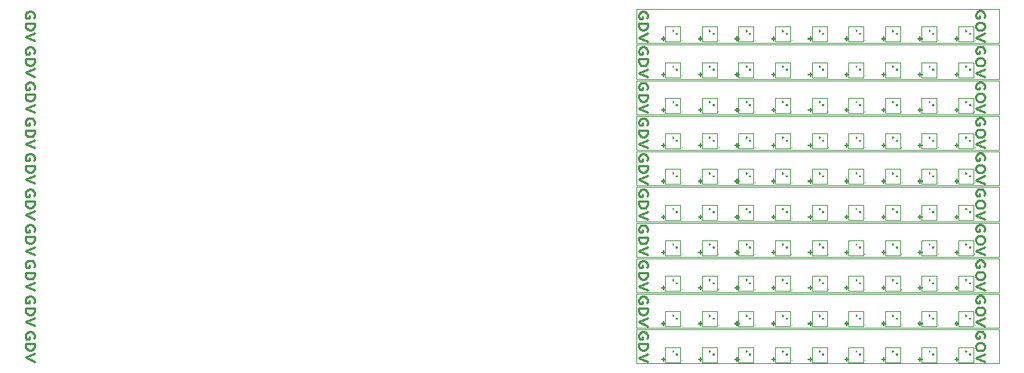
<source format=gto>
G04 #@! TF.GenerationSoftware,KiCad,Pcbnew,7.0.2-6a45011f42~172~ubuntu22.04.1*
G04 #@! TF.CreationDate,2023-07-04T12:46:50+08:00*
G04 #@! TF.ProjectId,panel_10_1,70616e65-6c5f-4313-905f-312e6b696361,rev?*
G04 #@! TF.SameCoordinates,Original*
G04 #@! TF.FileFunction,Legend,Top*
G04 #@! TF.FilePolarity,Positive*
%FSLAX46Y46*%
G04 Gerber Fmt 4.6, Leading zero omitted, Abs format (unit mm)*
G04 Created by KiCad (PCBNEW 7.0.2-6a45011f42~172~ubuntu22.04.1) date 2023-07-04 12:46:50*
%MOMM*%
%LPD*%
G01*
G04 APERTURE LIST*
%ADD10C,0.120000*%
%ADD11C,0.250000*%
%ADD12C,0.100000*%
G04 APERTURE END LIST*
D10*
X70395000Y-35090000D02*
X111075000Y-35090000D01*
X111075000Y-38915000D01*
X70395000Y-38915000D01*
X70395000Y-35090000D01*
X70395000Y-15090000D02*
X111075000Y-15090000D01*
X111075000Y-18915000D01*
X70395000Y-18915000D01*
X70395000Y-15090000D01*
X70395000Y-27090000D02*
X111075000Y-27090000D01*
X111075000Y-30915000D01*
X70395000Y-30915000D01*
X70395000Y-27090000D01*
X70395000Y-31090000D02*
X111075000Y-31090000D01*
X111075000Y-34915000D01*
X70395000Y-34915000D01*
X70395000Y-31090000D01*
X70395000Y-39090000D02*
X111075000Y-39090000D01*
X111075000Y-42915000D01*
X70395000Y-42915000D01*
X70395000Y-39090000D01*
X70395000Y-23090000D02*
X111075000Y-23090000D01*
X111075000Y-26915000D01*
X70395000Y-26915000D01*
X70395000Y-23090000D01*
X70395000Y-19090000D02*
X111075000Y-19090000D01*
X111075000Y-22915000D01*
X70395000Y-22915000D01*
X70395000Y-19090000D01*
X70395000Y-43090000D02*
X111075000Y-43090000D01*
X111075000Y-46915000D01*
X70395000Y-46915000D01*
X70395000Y-43090000D01*
X70395000Y-47090000D02*
X111075000Y-47090000D01*
X111075000Y-50915000D01*
X70395000Y-50915000D01*
X70395000Y-47090000D01*
X70395000Y-51090000D02*
X111075000Y-51090000D01*
X111075000Y-54915000D01*
X70395000Y-54915000D01*
X70395000Y-51090000D01*
D11*
X109414761Y-48030476D02*
X109462380Y-47906666D01*
X109462380Y-47906666D02*
X109462380Y-47720952D01*
X109462380Y-47720952D02*
X109414761Y-47535238D01*
X109414761Y-47535238D02*
X109319523Y-47411428D01*
X109319523Y-47411428D02*
X109224285Y-47349523D01*
X109224285Y-47349523D02*
X109033809Y-47287619D01*
X109033809Y-47287619D02*
X108890952Y-47287619D01*
X108890952Y-47287619D02*
X108700476Y-47349523D01*
X108700476Y-47349523D02*
X108605238Y-47411428D01*
X108605238Y-47411428D02*
X108510000Y-47535238D01*
X108510000Y-47535238D02*
X108462380Y-47720952D01*
X108462380Y-47720952D02*
X108462380Y-47844761D01*
X108462380Y-47844761D02*
X108510000Y-48030476D01*
X108510000Y-48030476D02*
X108557619Y-48092380D01*
X108557619Y-48092380D02*
X108890952Y-48092380D01*
X108890952Y-48092380D02*
X108890952Y-47844761D01*
X109462380Y-48897142D02*
X109462380Y-49144761D01*
X109462380Y-49144761D02*
X109414761Y-49268571D01*
X109414761Y-49268571D02*
X109319523Y-49392380D01*
X109319523Y-49392380D02*
X109129047Y-49454285D01*
X109129047Y-49454285D02*
X108795714Y-49454285D01*
X108795714Y-49454285D02*
X108605238Y-49392380D01*
X108605238Y-49392380D02*
X108510000Y-49268571D01*
X108510000Y-49268571D02*
X108462380Y-49144761D01*
X108462380Y-49144761D02*
X108462380Y-48897142D01*
X108462380Y-48897142D02*
X108510000Y-48773333D01*
X108510000Y-48773333D02*
X108605238Y-48649523D01*
X108605238Y-48649523D02*
X108795714Y-48587619D01*
X108795714Y-48587619D02*
X109129047Y-48587619D01*
X109129047Y-48587619D02*
X109319523Y-48649523D01*
X109319523Y-48649523D02*
X109414761Y-48773333D01*
X109414761Y-48773333D02*
X109462380Y-48897142D01*
X109462380Y-49825714D02*
X108462380Y-50259047D01*
X108462380Y-50259047D02*
X109462380Y-50692381D01*
X71564761Y-28090476D02*
X71612380Y-27966666D01*
X71612380Y-27966666D02*
X71612380Y-27780952D01*
X71612380Y-27780952D02*
X71564761Y-27595238D01*
X71564761Y-27595238D02*
X71469523Y-27471428D01*
X71469523Y-27471428D02*
X71374285Y-27409523D01*
X71374285Y-27409523D02*
X71183809Y-27347619D01*
X71183809Y-27347619D02*
X71040952Y-27347619D01*
X71040952Y-27347619D02*
X70850476Y-27409523D01*
X70850476Y-27409523D02*
X70755238Y-27471428D01*
X70755238Y-27471428D02*
X70660000Y-27595238D01*
X70660000Y-27595238D02*
X70612380Y-27780952D01*
X70612380Y-27780952D02*
X70612380Y-27904761D01*
X70612380Y-27904761D02*
X70660000Y-28090476D01*
X70660000Y-28090476D02*
X70707619Y-28152380D01*
X70707619Y-28152380D02*
X71040952Y-28152380D01*
X71040952Y-28152380D02*
X71040952Y-27904761D01*
X70612380Y-28709523D02*
X71612380Y-28709523D01*
X71612380Y-28709523D02*
X71612380Y-29019047D01*
X71612380Y-29019047D02*
X71564761Y-29204761D01*
X71564761Y-29204761D02*
X71469523Y-29328571D01*
X71469523Y-29328571D02*
X71374285Y-29390476D01*
X71374285Y-29390476D02*
X71183809Y-29452380D01*
X71183809Y-29452380D02*
X71040952Y-29452380D01*
X71040952Y-29452380D02*
X70850476Y-29390476D01*
X70850476Y-29390476D02*
X70755238Y-29328571D01*
X70755238Y-29328571D02*
X70660000Y-29204761D01*
X70660000Y-29204761D02*
X70612380Y-29019047D01*
X70612380Y-29019047D02*
X70612380Y-28709523D01*
X71612380Y-29823809D02*
X70612380Y-30257142D01*
X70612380Y-30257142D02*
X71612380Y-30690476D01*
X2717924Y-24065476D02*
X2765543Y-23941666D01*
X2765543Y-23941666D02*
X2765543Y-23755952D01*
X2765543Y-23755952D02*
X2717924Y-23570238D01*
X2717924Y-23570238D02*
X2622686Y-23446428D01*
X2622686Y-23446428D02*
X2527448Y-23384523D01*
X2527448Y-23384523D02*
X2336972Y-23322619D01*
X2336972Y-23322619D02*
X2194115Y-23322619D01*
X2194115Y-23322619D02*
X2003639Y-23384523D01*
X2003639Y-23384523D02*
X1908401Y-23446428D01*
X1908401Y-23446428D02*
X1813163Y-23570238D01*
X1813163Y-23570238D02*
X1765543Y-23755952D01*
X1765543Y-23755952D02*
X1765543Y-23879761D01*
X1765543Y-23879761D02*
X1813163Y-24065476D01*
X1813163Y-24065476D02*
X1860782Y-24127380D01*
X1860782Y-24127380D02*
X2194115Y-24127380D01*
X2194115Y-24127380D02*
X2194115Y-23879761D01*
X1765543Y-24684523D02*
X2765543Y-24684523D01*
X2765543Y-24684523D02*
X2765543Y-24994047D01*
X2765543Y-24994047D02*
X2717924Y-25179761D01*
X2717924Y-25179761D02*
X2622686Y-25303571D01*
X2622686Y-25303571D02*
X2527448Y-25365476D01*
X2527448Y-25365476D02*
X2336972Y-25427380D01*
X2336972Y-25427380D02*
X2194115Y-25427380D01*
X2194115Y-25427380D02*
X2003639Y-25365476D01*
X2003639Y-25365476D02*
X1908401Y-25303571D01*
X1908401Y-25303571D02*
X1813163Y-25179761D01*
X1813163Y-25179761D02*
X1765543Y-24994047D01*
X1765543Y-24994047D02*
X1765543Y-24684523D01*
X2765543Y-25798809D02*
X1765543Y-26232142D01*
X1765543Y-26232142D02*
X2765543Y-26665476D01*
X109414761Y-16030476D02*
X109462380Y-15906666D01*
X109462380Y-15906666D02*
X109462380Y-15720952D01*
X109462380Y-15720952D02*
X109414761Y-15535238D01*
X109414761Y-15535238D02*
X109319523Y-15411428D01*
X109319523Y-15411428D02*
X109224285Y-15349523D01*
X109224285Y-15349523D02*
X109033809Y-15287619D01*
X109033809Y-15287619D02*
X108890952Y-15287619D01*
X108890952Y-15287619D02*
X108700476Y-15349523D01*
X108700476Y-15349523D02*
X108605238Y-15411428D01*
X108605238Y-15411428D02*
X108510000Y-15535238D01*
X108510000Y-15535238D02*
X108462380Y-15720952D01*
X108462380Y-15720952D02*
X108462380Y-15844761D01*
X108462380Y-15844761D02*
X108510000Y-16030476D01*
X108510000Y-16030476D02*
X108557619Y-16092380D01*
X108557619Y-16092380D02*
X108890952Y-16092380D01*
X108890952Y-16092380D02*
X108890952Y-15844761D01*
X109462380Y-16897142D02*
X109462380Y-17144761D01*
X109462380Y-17144761D02*
X109414761Y-17268571D01*
X109414761Y-17268571D02*
X109319523Y-17392380D01*
X109319523Y-17392380D02*
X109129047Y-17454285D01*
X109129047Y-17454285D02*
X108795714Y-17454285D01*
X108795714Y-17454285D02*
X108605238Y-17392380D01*
X108605238Y-17392380D02*
X108510000Y-17268571D01*
X108510000Y-17268571D02*
X108462380Y-17144761D01*
X108462380Y-17144761D02*
X108462380Y-16897142D01*
X108462380Y-16897142D02*
X108510000Y-16773333D01*
X108510000Y-16773333D02*
X108605238Y-16649523D01*
X108605238Y-16649523D02*
X108795714Y-16587619D01*
X108795714Y-16587619D02*
X109129047Y-16587619D01*
X109129047Y-16587619D02*
X109319523Y-16649523D01*
X109319523Y-16649523D02*
X109414761Y-16773333D01*
X109414761Y-16773333D02*
X109462380Y-16897142D01*
X109462380Y-17825714D02*
X108462380Y-18259047D01*
X108462380Y-18259047D02*
X109462380Y-18692381D01*
X71564761Y-52090476D02*
X71612380Y-51966666D01*
X71612380Y-51966666D02*
X71612380Y-51780952D01*
X71612380Y-51780952D02*
X71564761Y-51595238D01*
X71564761Y-51595238D02*
X71469523Y-51471428D01*
X71469523Y-51471428D02*
X71374285Y-51409523D01*
X71374285Y-51409523D02*
X71183809Y-51347619D01*
X71183809Y-51347619D02*
X71040952Y-51347619D01*
X71040952Y-51347619D02*
X70850476Y-51409523D01*
X70850476Y-51409523D02*
X70755238Y-51471428D01*
X70755238Y-51471428D02*
X70660000Y-51595238D01*
X70660000Y-51595238D02*
X70612380Y-51780952D01*
X70612380Y-51780952D02*
X70612380Y-51904761D01*
X70612380Y-51904761D02*
X70660000Y-52090476D01*
X70660000Y-52090476D02*
X70707619Y-52152380D01*
X70707619Y-52152380D02*
X71040952Y-52152380D01*
X71040952Y-52152380D02*
X71040952Y-51904761D01*
X70612380Y-52709523D02*
X71612380Y-52709523D01*
X71612380Y-52709523D02*
X71612380Y-53019047D01*
X71612380Y-53019047D02*
X71564761Y-53204761D01*
X71564761Y-53204761D02*
X71469523Y-53328571D01*
X71469523Y-53328571D02*
X71374285Y-53390476D01*
X71374285Y-53390476D02*
X71183809Y-53452380D01*
X71183809Y-53452380D02*
X71040952Y-53452380D01*
X71040952Y-53452380D02*
X70850476Y-53390476D01*
X70850476Y-53390476D02*
X70755238Y-53328571D01*
X70755238Y-53328571D02*
X70660000Y-53204761D01*
X70660000Y-53204761D02*
X70612380Y-53019047D01*
X70612380Y-53019047D02*
X70612380Y-52709523D01*
X71612380Y-53823809D02*
X70612380Y-54257142D01*
X70612380Y-54257142D02*
X71612380Y-54690476D01*
X109414761Y-44030476D02*
X109462380Y-43906666D01*
X109462380Y-43906666D02*
X109462380Y-43720952D01*
X109462380Y-43720952D02*
X109414761Y-43535238D01*
X109414761Y-43535238D02*
X109319523Y-43411428D01*
X109319523Y-43411428D02*
X109224285Y-43349523D01*
X109224285Y-43349523D02*
X109033809Y-43287619D01*
X109033809Y-43287619D02*
X108890952Y-43287619D01*
X108890952Y-43287619D02*
X108700476Y-43349523D01*
X108700476Y-43349523D02*
X108605238Y-43411428D01*
X108605238Y-43411428D02*
X108510000Y-43535238D01*
X108510000Y-43535238D02*
X108462380Y-43720952D01*
X108462380Y-43720952D02*
X108462380Y-43844761D01*
X108462380Y-43844761D02*
X108510000Y-44030476D01*
X108510000Y-44030476D02*
X108557619Y-44092380D01*
X108557619Y-44092380D02*
X108890952Y-44092380D01*
X108890952Y-44092380D02*
X108890952Y-43844761D01*
X109462380Y-44897142D02*
X109462380Y-45144761D01*
X109462380Y-45144761D02*
X109414761Y-45268571D01*
X109414761Y-45268571D02*
X109319523Y-45392380D01*
X109319523Y-45392380D02*
X109129047Y-45454285D01*
X109129047Y-45454285D02*
X108795714Y-45454285D01*
X108795714Y-45454285D02*
X108605238Y-45392380D01*
X108605238Y-45392380D02*
X108510000Y-45268571D01*
X108510000Y-45268571D02*
X108462380Y-45144761D01*
X108462380Y-45144761D02*
X108462380Y-44897142D01*
X108462380Y-44897142D02*
X108510000Y-44773333D01*
X108510000Y-44773333D02*
X108605238Y-44649523D01*
X108605238Y-44649523D02*
X108795714Y-44587619D01*
X108795714Y-44587619D02*
X109129047Y-44587619D01*
X109129047Y-44587619D02*
X109319523Y-44649523D01*
X109319523Y-44649523D02*
X109414761Y-44773333D01*
X109414761Y-44773333D02*
X109462380Y-44897142D01*
X109462380Y-45825714D02*
X108462380Y-46259047D01*
X108462380Y-46259047D02*
X109462380Y-46692381D01*
X71564761Y-40090476D02*
X71612380Y-39966666D01*
X71612380Y-39966666D02*
X71612380Y-39780952D01*
X71612380Y-39780952D02*
X71564761Y-39595238D01*
X71564761Y-39595238D02*
X71469523Y-39471428D01*
X71469523Y-39471428D02*
X71374285Y-39409523D01*
X71374285Y-39409523D02*
X71183809Y-39347619D01*
X71183809Y-39347619D02*
X71040952Y-39347619D01*
X71040952Y-39347619D02*
X70850476Y-39409523D01*
X70850476Y-39409523D02*
X70755238Y-39471428D01*
X70755238Y-39471428D02*
X70660000Y-39595238D01*
X70660000Y-39595238D02*
X70612380Y-39780952D01*
X70612380Y-39780952D02*
X70612380Y-39904761D01*
X70612380Y-39904761D02*
X70660000Y-40090476D01*
X70660000Y-40090476D02*
X70707619Y-40152380D01*
X70707619Y-40152380D02*
X71040952Y-40152380D01*
X71040952Y-40152380D02*
X71040952Y-39904761D01*
X70612380Y-40709523D02*
X71612380Y-40709523D01*
X71612380Y-40709523D02*
X71612380Y-41019047D01*
X71612380Y-41019047D02*
X71564761Y-41204761D01*
X71564761Y-41204761D02*
X71469523Y-41328571D01*
X71469523Y-41328571D02*
X71374285Y-41390476D01*
X71374285Y-41390476D02*
X71183809Y-41452380D01*
X71183809Y-41452380D02*
X71040952Y-41452380D01*
X71040952Y-41452380D02*
X70850476Y-41390476D01*
X70850476Y-41390476D02*
X70755238Y-41328571D01*
X70755238Y-41328571D02*
X70660000Y-41204761D01*
X70660000Y-41204761D02*
X70612380Y-41019047D01*
X70612380Y-41019047D02*
X70612380Y-40709523D01*
X71612380Y-41823809D02*
X70612380Y-42257142D01*
X70612380Y-42257142D02*
X71612380Y-42690476D01*
X71564761Y-48090476D02*
X71612380Y-47966666D01*
X71612380Y-47966666D02*
X71612380Y-47780952D01*
X71612380Y-47780952D02*
X71564761Y-47595238D01*
X71564761Y-47595238D02*
X71469523Y-47471428D01*
X71469523Y-47471428D02*
X71374285Y-47409523D01*
X71374285Y-47409523D02*
X71183809Y-47347619D01*
X71183809Y-47347619D02*
X71040952Y-47347619D01*
X71040952Y-47347619D02*
X70850476Y-47409523D01*
X70850476Y-47409523D02*
X70755238Y-47471428D01*
X70755238Y-47471428D02*
X70660000Y-47595238D01*
X70660000Y-47595238D02*
X70612380Y-47780952D01*
X70612380Y-47780952D02*
X70612380Y-47904761D01*
X70612380Y-47904761D02*
X70660000Y-48090476D01*
X70660000Y-48090476D02*
X70707619Y-48152380D01*
X70707619Y-48152380D02*
X71040952Y-48152380D01*
X71040952Y-48152380D02*
X71040952Y-47904761D01*
X70612380Y-48709523D02*
X71612380Y-48709523D01*
X71612380Y-48709523D02*
X71612380Y-49019047D01*
X71612380Y-49019047D02*
X71564761Y-49204761D01*
X71564761Y-49204761D02*
X71469523Y-49328571D01*
X71469523Y-49328571D02*
X71374285Y-49390476D01*
X71374285Y-49390476D02*
X71183809Y-49452380D01*
X71183809Y-49452380D02*
X71040952Y-49452380D01*
X71040952Y-49452380D02*
X70850476Y-49390476D01*
X70850476Y-49390476D02*
X70755238Y-49328571D01*
X70755238Y-49328571D02*
X70660000Y-49204761D01*
X70660000Y-49204761D02*
X70612380Y-49019047D01*
X70612380Y-49019047D02*
X70612380Y-48709523D01*
X71612380Y-49823809D02*
X70612380Y-50257142D01*
X70612380Y-50257142D02*
X71612380Y-50690476D01*
X71564761Y-36090476D02*
X71612380Y-35966666D01*
X71612380Y-35966666D02*
X71612380Y-35780952D01*
X71612380Y-35780952D02*
X71564761Y-35595238D01*
X71564761Y-35595238D02*
X71469523Y-35471428D01*
X71469523Y-35471428D02*
X71374285Y-35409523D01*
X71374285Y-35409523D02*
X71183809Y-35347619D01*
X71183809Y-35347619D02*
X71040952Y-35347619D01*
X71040952Y-35347619D02*
X70850476Y-35409523D01*
X70850476Y-35409523D02*
X70755238Y-35471428D01*
X70755238Y-35471428D02*
X70660000Y-35595238D01*
X70660000Y-35595238D02*
X70612380Y-35780952D01*
X70612380Y-35780952D02*
X70612380Y-35904761D01*
X70612380Y-35904761D02*
X70660000Y-36090476D01*
X70660000Y-36090476D02*
X70707619Y-36152380D01*
X70707619Y-36152380D02*
X71040952Y-36152380D01*
X71040952Y-36152380D02*
X71040952Y-35904761D01*
X70612380Y-36709523D02*
X71612380Y-36709523D01*
X71612380Y-36709523D02*
X71612380Y-37019047D01*
X71612380Y-37019047D02*
X71564761Y-37204761D01*
X71564761Y-37204761D02*
X71469523Y-37328571D01*
X71469523Y-37328571D02*
X71374285Y-37390476D01*
X71374285Y-37390476D02*
X71183809Y-37452380D01*
X71183809Y-37452380D02*
X71040952Y-37452380D01*
X71040952Y-37452380D02*
X70850476Y-37390476D01*
X70850476Y-37390476D02*
X70755238Y-37328571D01*
X70755238Y-37328571D02*
X70660000Y-37204761D01*
X70660000Y-37204761D02*
X70612380Y-37019047D01*
X70612380Y-37019047D02*
X70612380Y-36709523D01*
X71612380Y-37823809D02*
X70612380Y-38257142D01*
X70612380Y-38257142D02*
X71612380Y-38690476D01*
X71564761Y-44090476D02*
X71612380Y-43966666D01*
X71612380Y-43966666D02*
X71612380Y-43780952D01*
X71612380Y-43780952D02*
X71564761Y-43595238D01*
X71564761Y-43595238D02*
X71469523Y-43471428D01*
X71469523Y-43471428D02*
X71374285Y-43409523D01*
X71374285Y-43409523D02*
X71183809Y-43347619D01*
X71183809Y-43347619D02*
X71040952Y-43347619D01*
X71040952Y-43347619D02*
X70850476Y-43409523D01*
X70850476Y-43409523D02*
X70755238Y-43471428D01*
X70755238Y-43471428D02*
X70660000Y-43595238D01*
X70660000Y-43595238D02*
X70612380Y-43780952D01*
X70612380Y-43780952D02*
X70612380Y-43904761D01*
X70612380Y-43904761D02*
X70660000Y-44090476D01*
X70660000Y-44090476D02*
X70707619Y-44152380D01*
X70707619Y-44152380D02*
X71040952Y-44152380D01*
X71040952Y-44152380D02*
X71040952Y-43904761D01*
X70612380Y-44709523D02*
X71612380Y-44709523D01*
X71612380Y-44709523D02*
X71612380Y-45019047D01*
X71612380Y-45019047D02*
X71564761Y-45204761D01*
X71564761Y-45204761D02*
X71469523Y-45328571D01*
X71469523Y-45328571D02*
X71374285Y-45390476D01*
X71374285Y-45390476D02*
X71183809Y-45452380D01*
X71183809Y-45452380D02*
X71040952Y-45452380D01*
X71040952Y-45452380D02*
X70850476Y-45390476D01*
X70850476Y-45390476D02*
X70755238Y-45328571D01*
X70755238Y-45328571D02*
X70660000Y-45204761D01*
X70660000Y-45204761D02*
X70612380Y-45019047D01*
X70612380Y-45019047D02*
X70612380Y-44709523D01*
X71612380Y-45823809D02*
X70612380Y-46257142D01*
X70612380Y-46257142D02*
X71612380Y-46690476D01*
X109414761Y-32030476D02*
X109462380Y-31906666D01*
X109462380Y-31906666D02*
X109462380Y-31720952D01*
X109462380Y-31720952D02*
X109414761Y-31535238D01*
X109414761Y-31535238D02*
X109319523Y-31411428D01*
X109319523Y-31411428D02*
X109224285Y-31349523D01*
X109224285Y-31349523D02*
X109033809Y-31287619D01*
X109033809Y-31287619D02*
X108890952Y-31287619D01*
X108890952Y-31287619D02*
X108700476Y-31349523D01*
X108700476Y-31349523D02*
X108605238Y-31411428D01*
X108605238Y-31411428D02*
X108510000Y-31535238D01*
X108510000Y-31535238D02*
X108462380Y-31720952D01*
X108462380Y-31720952D02*
X108462380Y-31844761D01*
X108462380Y-31844761D02*
X108510000Y-32030476D01*
X108510000Y-32030476D02*
X108557619Y-32092380D01*
X108557619Y-32092380D02*
X108890952Y-32092380D01*
X108890952Y-32092380D02*
X108890952Y-31844761D01*
X109462380Y-32897142D02*
X109462380Y-33144761D01*
X109462380Y-33144761D02*
X109414761Y-33268571D01*
X109414761Y-33268571D02*
X109319523Y-33392380D01*
X109319523Y-33392380D02*
X109129047Y-33454285D01*
X109129047Y-33454285D02*
X108795714Y-33454285D01*
X108795714Y-33454285D02*
X108605238Y-33392380D01*
X108605238Y-33392380D02*
X108510000Y-33268571D01*
X108510000Y-33268571D02*
X108462380Y-33144761D01*
X108462380Y-33144761D02*
X108462380Y-32897142D01*
X108462380Y-32897142D02*
X108510000Y-32773333D01*
X108510000Y-32773333D02*
X108605238Y-32649523D01*
X108605238Y-32649523D02*
X108795714Y-32587619D01*
X108795714Y-32587619D02*
X109129047Y-32587619D01*
X109129047Y-32587619D02*
X109319523Y-32649523D01*
X109319523Y-32649523D02*
X109414761Y-32773333D01*
X109414761Y-32773333D02*
X109462380Y-32897142D01*
X109462380Y-33825714D02*
X108462380Y-34259047D01*
X108462380Y-34259047D02*
X109462380Y-34692381D01*
X2717924Y-52065476D02*
X2765543Y-51941666D01*
X2765543Y-51941666D02*
X2765543Y-51755952D01*
X2765543Y-51755952D02*
X2717924Y-51570238D01*
X2717924Y-51570238D02*
X2622686Y-51446428D01*
X2622686Y-51446428D02*
X2527448Y-51384523D01*
X2527448Y-51384523D02*
X2336972Y-51322619D01*
X2336972Y-51322619D02*
X2194115Y-51322619D01*
X2194115Y-51322619D02*
X2003639Y-51384523D01*
X2003639Y-51384523D02*
X1908401Y-51446428D01*
X1908401Y-51446428D02*
X1813163Y-51570238D01*
X1813163Y-51570238D02*
X1765543Y-51755952D01*
X1765543Y-51755952D02*
X1765543Y-51879761D01*
X1765543Y-51879761D02*
X1813163Y-52065476D01*
X1813163Y-52065476D02*
X1860782Y-52127380D01*
X1860782Y-52127380D02*
X2194115Y-52127380D01*
X2194115Y-52127380D02*
X2194115Y-51879761D01*
X1765543Y-52684523D02*
X2765543Y-52684523D01*
X2765543Y-52684523D02*
X2765543Y-52994047D01*
X2765543Y-52994047D02*
X2717924Y-53179761D01*
X2717924Y-53179761D02*
X2622686Y-53303571D01*
X2622686Y-53303571D02*
X2527448Y-53365476D01*
X2527448Y-53365476D02*
X2336972Y-53427380D01*
X2336972Y-53427380D02*
X2194115Y-53427380D01*
X2194115Y-53427380D02*
X2003639Y-53365476D01*
X2003639Y-53365476D02*
X1908401Y-53303571D01*
X1908401Y-53303571D02*
X1813163Y-53179761D01*
X1813163Y-53179761D02*
X1765543Y-52994047D01*
X1765543Y-52994047D02*
X1765543Y-52684523D01*
X2765543Y-53798809D02*
X1765543Y-54232142D01*
X1765543Y-54232142D02*
X2765543Y-54665476D01*
X2717924Y-40065476D02*
X2765543Y-39941666D01*
X2765543Y-39941666D02*
X2765543Y-39755952D01*
X2765543Y-39755952D02*
X2717924Y-39570238D01*
X2717924Y-39570238D02*
X2622686Y-39446428D01*
X2622686Y-39446428D02*
X2527448Y-39384523D01*
X2527448Y-39384523D02*
X2336972Y-39322619D01*
X2336972Y-39322619D02*
X2194115Y-39322619D01*
X2194115Y-39322619D02*
X2003639Y-39384523D01*
X2003639Y-39384523D02*
X1908401Y-39446428D01*
X1908401Y-39446428D02*
X1813163Y-39570238D01*
X1813163Y-39570238D02*
X1765543Y-39755952D01*
X1765543Y-39755952D02*
X1765543Y-39879761D01*
X1765543Y-39879761D02*
X1813163Y-40065476D01*
X1813163Y-40065476D02*
X1860782Y-40127380D01*
X1860782Y-40127380D02*
X2194115Y-40127380D01*
X2194115Y-40127380D02*
X2194115Y-39879761D01*
X1765543Y-40684523D02*
X2765543Y-40684523D01*
X2765543Y-40684523D02*
X2765543Y-40994047D01*
X2765543Y-40994047D02*
X2717924Y-41179761D01*
X2717924Y-41179761D02*
X2622686Y-41303571D01*
X2622686Y-41303571D02*
X2527448Y-41365476D01*
X2527448Y-41365476D02*
X2336972Y-41427380D01*
X2336972Y-41427380D02*
X2194115Y-41427380D01*
X2194115Y-41427380D02*
X2003639Y-41365476D01*
X2003639Y-41365476D02*
X1908401Y-41303571D01*
X1908401Y-41303571D02*
X1813163Y-41179761D01*
X1813163Y-41179761D02*
X1765543Y-40994047D01*
X1765543Y-40994047D02*
X1765543Y-40684523D01*
X2765543Y-41798809D02*
X1765543Y-42232142D01*
X1765543Y-42232142D02*
X2765543Y-42665476D01*
X2717924Y-48065476D02*
X2765543Y-47941666D01*
X2765543Y-47941666D02*
X2765543Y-47755952D01*
X2765543Y-47755952D02*
X2717924Y-47570238D01*
X2717924Y-47570238D02*
X2622686Y-47446428D01*
X2622686Y-47446428D02*
X2527448Y-47384523D01*
X2527448Y-47384523D02*
X2336972Y-47322619D01*
X2336972Y-47322619D02*
X2194115Y-47322619D01*
X2194115Y-47322619D02*
X2003639Y-47384523D01*
X2003639Y-47384523D02*
X1908401Y-47446428D01*
X1908401Y-47446428D02*
X1813163Y-47570238D01*
X1813163Y-47570238D02*
X1765543Y-47755952D01*
X1765543Y-47755952D02*
X1765543Y-47879761D01*
X1765543Y-47879761D02*
X1813163Y-48065476D01*
X1813163Y-48065476D02*
X1860782Y-48127380D01*
X1860782Y-48127380D02*
X2194115Y-48127380D01*
X2194115Y-48127380D02*
X2194115Y-47879761D01*
X1765543Y-48684523D02*
X2765543Y-48684523D01*
X2765543Y-48684523D02*
X2765543Y-48994047D01*
X2765543Y-48994047D02*
X2717924Y-49179761D01*
X2717924Y-49179761D02*
X2622686Y-49303571D01*
X2622686Y-49303571D02*
X2527448Y-49365476D01*
X2527448Y-49365476D02*
X2336972Y-49427380D01*
X2336972Y-49427380D02*
X2194115Y-49427380D01*
X2194115Y-49427380D02*
X2003639Y-49365476D01*
X2003639Y-49365476D02*
X1908401Y-49303571D01*
X1908401Y-49303571D02*
X1813163Y-49179761D01*
X1813163Y-49179761D02*
X1765543Y-48994047D01*
X1765543Y-48994047D02*
X1765543Y-48684523D01*
X2765543Y-49798809D02*
X1765543Y-50232142D01*
X1765543Y-50232142D02*
X2765543Y-50665476D01*
X109414761Y-52030476D02*
X109462380Y-51906666D01*
X109462380Y-51906666D02*
X109462380Y-51720952D01*
X109462380Y-51720952D02*
X109414761Y-51535238D01*
X109414761Y-51535238D02*
X109319523Y-51411428D01*
X109319523Y-51411428D02*
X109224285Y-51349523D01*
X109224285Y-51349523D02*
X109033809Y-51287619D01*
X109033809Y-51287619D02*
X108890952Y-51287619D01*
X108890952Y-51287619D02*
X108700476Y-51349523D01*
X108700476Y-51349523D02*
X108605238Y-51411428D01*
X108605238Y-51411428D02*
X108510000Y-51535238D01*
X108510000Y-51535238D02*
X108462380Y-51720952D01*
X108462380Y-51720952D02*
X108462380Y-51844761D01*
X108462380Y-51844761D02*
X108510000Y-52030476D01*
X108510000Y-52030476D02*
X108557619Y-52092380D01*
X108557619Y-52092380D02*
X108890952Y-52092380D01*
X108890952Y-52092380D02*
X108890952Y-51844761D01*
X109462380Y-52897142D02*
X109462380Y-53144761D01*
X109462380Y-53144761D02*
X109414761Y-53268571D01*
X109414761Y-53268571D02*
X109319523Y-53392380D01*
X109319523Y-53392380D02*
X109129047Y-53454285D01*
X109129047Y-53454285D02*
X108795714Y-53454285D01*
X108795714Y-53454285D02*
X108605238Y-53392380D01*
X108605238Y-53392380D02*
X108510000Y-53268571D01*
X108510000Y-53268571D02*
X108462380Y-53144761D01*
X108462380Y-53144761D02*
X108462380Y-52897142D01*
X108462380Y-52897142D02*
X108510000Y-52773333D01*
X108510000Y-52773333D02*
X108605238Y-52649523D01*
X108605238Y-52649523D02*
X108795714Y-52587619D01*
X108795714Y-52587619D02*
X109129047Y-52587619D01*
X109129047Y-52587619D02*
X109319523Y-52649523D01*
X109319523Y-52649523D02*
X109414761Y-52773333D01*
X109414761Y-52773333D02*
X109462380Y-52897142D01*
X109462380Y-53825714D02*
X108462380Y-54259047D01*
X108462380Y-54259047D02*
X109462380Y-54692381D01*
X71564761Y-16090476D02*
X71612380Y-15966666D01*
X71612380Y-15966666D02*
X71612380Y-15780952D01*
X71612380Y-15780952D02*
X71564761Y-15595238D01*
X71564761Y-15595238D02*
X71469523Y-15471428D01*
X71469523Y-15471428D02*
X71374285Y-15409523D01*
X71374285Y-15409523D02*
X71183809Y-15347619D01*
X71183809Y-15347619D02*
X71040952Y-15347619D01*
X71040952Y-15347619D02*
X70850476Y-15409523D01*
X70850476Y-15409523D02*
X70755238Y-15471428D01*
X70755238Y-15471428D02*
X70660000Y-15595238D01*
X70660000Y-15595238D02*
X70612380Y-15780952D01*
X70612380Y-15780952D02*
X70612380Y-15904761D01*
X70612380Y-15904761D02*
X70660000Y-16090476D01*
X70660000Y-16090476D02*
X70707619Y-16152380D01*
X70707619Y-16152380D02*
X71040952Y-16152380D01*
X71040952Y-16152380D02*
X71040952Y-15904761D01*
X70612380Y-16709523D02*
X71612380Y-16709523D01*
X71612380Y-16709523D02*
X71612380Y-17019047D01*
X71612380Y-17019047D02*
X71564761Y-17204761D01*
X71564761Y-17204761D02*
X71469523Y-17328571D01*
X71469523Y-17328571D02*
X71374285Y-17390476D01*
X71374285Y-17390476D02*
X71183809Y-17452380D01*
X71183809Y-17452380D02*
X71040952Y-17452380D01*
X71040952Y-17452380D02*
X70850476Y-17390476D01*
X70850476Y-17390476D02*
X70755238Y-17328571D01*
X70755238Y-17328571D02*
X70660000Y-17204761D01*
X70660000Y-17204761D02*
X70612380Y-17019047D01*
X70612380Y-17019047D02*
X70612380Y-16709523D01*
X71612380Y-17823809D02*
X70612380Y-18257142D01*
X70612380Y-18257142D02*
X71612380Y-18690476D01*
X2717924Y-36065476D02*
X2765543Y-35941666D01*
X2765543Y-35941666D02*
X2765543Y-35755952D01*
X2765543Y-35755952D02*
X2717924Y-35570238D01*
X2717924Y-35570238D02*
X2622686Y-35446428D01*
X2622686Y-35446428D02*
X2527448Y-35384523D01*
X2527448Y-35384523D02*
X2336972Y-35322619D01*
X2336972Y-35322619D02*
X2194115Y-35322619D01*
X2194115Y-35322619D02*
X2003639Y-35384523D01*
X2003639Y-35384523D02*
X1908401Y-35446428D01*
X1908401Y-35446428D02*
X1813163Y-35570238D01*
X1813163Y-35570238D02*
X1765543Y-35755952D01*
X1765543Y-35755952D02*
X1765543Y-35879761D01*
X1765543Y-35879761D02*
X1813163Y-36065476D01*
X1813163Y-36065476D02*
X1860782Y-36127380D01*
X1860782Y-36127380D02*
X2194115Y-36127380D01*
X2194115Y-36127380D02*
X2194115Y-35879761D01*
X1765543Y-36684523D02*
X2765543Y-36684523D01*
X2765543Y-36684523D02*
X2765543Y-36994047D01*
X2765543Y-36994047D02*
X2717924Y-37179761D01*
X2717924Y-37179761D02*
X2622686Y-37303571D01*
X2622686Y-37303571D02*
X2527448Y-37365476D01*
X2527448Y-37365476D02*
X2336972Y-37427380D01*
X2336972Y-37427380D02*
X2194115Y-37427380D01*
X2194115Y-37427380D02*
X2003639Y-37365476D01*
X2003639Y-37365476D02*
X1908401Y-37303571D01*
X1908401Y-37303571D02*
X1813163Y-37179761D01*
X1813163Y-37179761D02*
X1765543Y-36994047D01*
X1765543Y-36994047D02*
X1765543Y-36684523D01*
X2765543Y-37798809D02*
X1765543Y-38232142D01*
X1765543Y-38232142D02*
X2765543Y-38665476D01*
X2717924Y-32065476D02*
X2765543Y-31941666D01*
X2765543Y-31941666D02*
X2765543Y-31755952D01*
X2765543Y-31755952D02*
X2717924Y-31570238D01*
X2717924Y-31570238D02*
X2622686Y-31446428D01*
X2622686Y-31446428D02*
X2527448Y-31384523D01*
X2527448Y-31384523D02*
X2336972Y-31322619D01*
X2336972Y-31322619D02*
X2194115Y-31322619D01*
X2194115Y-31322619D02*
X2003639Y-31384523D01*
X2003639Y-31384523D02*
X1908401Y-31446428D01*
X1908401Y-31446428D02*
X1813163Y-31570238D01*
X1813163Y-31570238D02*
X1765543Y-31755952D01*
X1765543Y-31755952D02*
X1765543Y-31879761D01*
X1765543Y-31879761D02*
X1813163Y-32065476D01*
X1813163Y-32065476D02*
X1860782Y-32127380D01*
X1860782Y-32127380D02*
X2194115Y-32127380D01*
X2194115Y-32127380D02*
X2194115Y-31879761D01*
X1765543Y-32684523D02*
X2765543Y-32684523D01*
X2765543Y-32684523D02*
X2765543Y-32994047D01*
X2765543Y-32994047D02*
X2717924Y-33179761D01*
X2717924Y-33179761D02*
X2622686Y-33303571D01*
X2622686Y-33303571D02*
X2527448Y-33365476D01*
X2527448Y-33365476D02*
X2336972Y-33427380D01*
X2336972Y-33427380D02*
X2194115Y-33427380D01*
X2194115Y-33427380D02*
X2003639Y-33365476D01*
X2003639Y-33365476D02*
X1908401Y-33303571D01*
X1908401Y-33303571D02*
X1813163Y-33179761D01*
X1813163Y-33179761D02*
X1765543Y-32994047D01*
X1765543Y-32994047D02*
X1765543Y-32684523D01*
X2765543Y-33798809D02*
X1765543Y-34232142D01*
X1765543Y-34232142D02*
X2765543Y-34665476D01*
X71564761Y-20090476D02*
X71612380Y-19966666D01*
X71612380Y-19966666D02*
X71612380Y-19780952D01*
X71612380Y-19780952D02*
X71564761Y-19595238D01*
X71564761Y-19595238D02*
X71469523Y-19471428D01*
X71469523Y-19471428D02*
X71374285Y-19409523D01*
X71374285Y-19409523D02*
X71183809Y-19347619D01*
X71183809Y-19347619D02*
X71040952Y-19347619D01*
X71040952Y-19347619D02*
X70850476Y-19409523D01*
X70850476Y-19409523D02*
X70755238Y-19471428D01*
X70755238Y-19471428D02*
X70660000Y-19595238D01*
X70660000Y-19595238D02*
X70612380Y-19780952D01*
X70612380Y-19780952D02*
X70612380Y-19904761D01*
X70612380Y-19904761D02*
X70660000Y-20090476D01*
X70660000Y-20090476D02*
X70707619Y-20152380D01*
X70707619Y-20152380D02*
X71040952Y-20152380D01*
X71040952Y-20152380D02*
X71040952Y-19904761D01*
X70612380Y-20709523D02*
X71612380Y-20709523D01*
X71612380Y-20709523D02*
X71612380Y-21019047D01*
X71612380Y-21019047D02*
X71564761Y-21204761D01*
X71564761Y-21204761D02*
X71469523Y-21328571D01*
X71469523Y-21328571D02*
X71374285Y-21390476D01*
X71374285Y-21390476D02*
X71183809Y-21452380D01*
X71183809Y-21452380D02*
X71040952Y-21452380D01*
X71040952Y-21452380D02*
X70850476Y-21390476D01*
X70850476Y-21390476D02*
X70755238Y-21328571D01*
X70755238Y-21328571D02*
X70660000Y-21204761D01*
X70660000Y-21204761D02*
X70612380Y-21019047D01*
X70612380Y-21019047D02*
X70612380Y-20709523D01*
X71612380Y-21823809D02*
X70612380Y-22257142D01*
X70612380Y-22257142D02*
X71612380Y-22690476D01*
X2717924Y-20065476D02*
X2765543Y-19941666D01*
X2765543Y-19941666D02*
X2765543Y-19755952D01*
X2765543Y-19755952D02*
X2717924Y-19570238D01*
X2717924Y-19570238D02*
X2622686Y-19446428D01*
X2622686Y-19446428D02*
X2527448Y-19384523D01*
X2527448Y-19384523D02*
X2336972Y-19322619D01*
X2336972Y-19322619D02*
X2194115Y-19322619D01*
X2194115Y-19322619D02*
X2003639Y-19384523D01*
X2003639Y-19384523D02*
X1908401Y-19446428D01*
X1908401Y-19446428D02*
X1813163Y-19570238D01*
X1813163Y-19570238D02*
X1765543Y-19755952D01*
X1765543Y-19755952D02*
X1765543Y-19879761D01*
X1765543Y-19879761D02*
X1813163Y-20065476D01*
X1813163Y-20065476D02*
X1860782Y-20127380D01*
X1860782Y-20127380D02*
X2194115Y-20127380D01*
X2194115Y-20127380D02*
X2194115Y-19879761D01*
X1765543Y-20684523D02*
X2765543Y-20684523D01*
X2765543Y-20684523D02*
X2765543Y-20994047D01*
X2765543Y-20994047D02*
X2717924Y-21179761D01*
X2717924Y-21179761D02*
X2622686Y-21303571D01*
X2622686Y-21303571D02*
X2527448Y-21365476D01*
X2527448Y-21365476D02*
X2336972Y-21427380D01*
X2336972Y-21427380D02*
X2194115Y-21427380D01*
X2194115Y-21427380D02*
X2003639Y-21365476D01*
X2003639Y-21365476D02*
X1908401Y-21303571D01*
X1908401Y-21303571D02*
X1813163Y-21179761D01*
X1813163Y-21179761D02*
X1765543Y-20994047D01*
X1765543Y-20994047D02*
X1765543Y-20684523D01*
X2765543Y-21798809D02*
X1765543Y-22232142D01*
X1765543Y-22232142D02*
X2765543Y-22665476D01*
X71564761Y-24090476D02*
X71612380Y-23966666D01*
X71612380Y-23966666D02*
X71612380Y-23780952D01*
X71612380Y-23780952D02*
X71564761Y-23595238D01*
X71564761Y-23595238D02*
X71469523Y-23471428D01*
X71469523Y-23471428D02*
X71374285Y-23409523D01*
X71374285Y-23409523D02*
X71183809Y-23347619D01*
X71183809Y-23347619D02*
X71040952Y-23347619D01*
X71040952Y-23347619D02*
X70850476Y-23409523D01*
X70850476Y-23409523D02*
X70755238Y-23471428D01*
X70755238Y-23471428D02*
X70660000Y-23595238D01*
X70660000Y-23595238D02*
X70612380Y-23780952D01*
X70612380Y-23780952D02*
X70612380Y-23904761D01*
X70612380Y-23904761D02*
X70660000Y-24090476D01*
X70660000Y-24090476D02*
X70707619Y-24152380D01*
X70707619Y-24152380D02*
X71040952Y-24152380D01*
X71040952Y-24152380D02*
X71040952Y-23904761D01*
X70612380Y-24709523D02*
X71612380Y-24709523D01*
X71612380Y-24709523D02*
X71612380Y-25019047D01*
X71612380Y-25019047D02*
X71564761Y-25204761D01*
X71564761Y-25204761D02*
X71469523Y-25328571D01*
X71469523Y-25328571D02*
X71374285Y-25390476D01*
X71374285Y-25390476D02*
X71183809Y-25452380D01*
X71183809Y-25452380D02*
X71040952Y-25452380D01*
X71040952Y-25452380D02*
X70850476Y-25390476D01*
X70850476Y-25390476D02*
X70755238Y-25328571D01*
X70755238Y-25328571D02*
X70660000Y-25204761D01*
X70660000Y-25204761D02*
X70612380Y-25019047D01*
X70612380Y-25019047D02*
X70612380Y-24709523D01*
X71612380Y-25823809D02*
X70612380Y-26257142D01*
X70612380Y-26257142D02*
X71612380Y-26690476D01*
X109414761Y-24030476D02*
X109462380Y-23906666D01*
X109462380Y-23906666D02*
X109462380Y-23720952D01*
X109462380Y-23720952D02*
X109414761Y-23535238D01*
X109414761Y-23535238D02*
X109319523Y-23411428D01*
X109319523Y-23411428D02*
X109224285Y-23349523D01*
X109224285Y-23349523D02*
X109033809Y-23287619D01*
X109033809Y-23287619D02*
X108890952Y-23287619D01*
X108890952Y-23287619D02*
X108700476Y-23349523D01*
X108700476Y-23349523D02*
X108605238Y-23411428D01*
X108605238Y-23411428D02*
X108510000Y-23535238D01*
X108510000Y-23535238D02*
X108462380Y-23720952D01*
X108462380Y-23720952D02*
X108462380Y-23844761D01*
X108462380Y-23844761D02*
X108510000Y-24030476D01*
X108510000Y-24030476D02*
X108557619Y-24092380D01*
X108557619Y-24092380D02*
X108890952Y-24092380D01*
X108890952Y-24092380D02*
X108890952Y-23844761D01*
X109462380Y-24897142D02*
X109462380Y-25144761D01*
X109462380Y-25144761D02*
X109414761Y-25268571D01*
X109414761Y-25268571D02*
X109319523Y-25392380D01*
X109319523Y-25392380D02*
X109129047Y-25454285D01*
X109129047Y-25454285D02*
X108795714Y-25454285D01*
X108795714Y-25454285D02*
X108605238Y-25392380D01*
X108605238Y-25392380D02*
X108510000Y-25268571D01*
X108510000Y-25268571D02*
X108462380Y-25144761D01*
X108462380Y-25144761D02*
X108462380Y-24897142D01*
X108462380Y-24897142D02*
X108510000Y-24773333D01*
X108510000Y-24773333D02*
X108605238Y-24649523D01*
X108605238Y-24649523D02*
X108795714Y-24587619D01*
X108795714Y-24587619D02*
X109129047Y-24587619D01*
X109129047Y-24587619D02*
X109319523Y-24649523D01*
X109319523Y-24649523D02*
X109414761Y-24773333D01*
X109414761Y-24773333D02*
X109462380Y-24897142D01*
X109462380Y-25825714D02*
X108462380Y-26259047D01*
X108462380Y-26259047D02*
X109462380Y-26692381D01*
X109414761Y-40030476D02*
X109462380Y-39906666D01*
X109462380Y-39906666D02*
X109462380Y-39720952D01*
X109462380Y-39720952D02*
X109414761Y-39535238D01*
X109414761Y-39535238D02*
X109319523Y-39411428D01*
X109319523Y-39411428D02*
X109224285Y-39349523D01*
X109224285Y-39349523D02*
X109033809Y-39287619D01*
X109033809Y-39287619D02*
X108890952Y-39287619D01*
X108890952Y-39287619D02*
X108700476Y-39349523D01*
X108700476Y-39349523D02*
X108605238Y-39411428D01*
X108605238Y-39411428D02*
X108510000Y-39535238D01*
X108510000Y-39535238D02*
X108462380Y-39720952D01*
X108462380Y-39720952D02*
X108462380Y-39844761D01*
X108462380Y-39844761D02*
X108510000Y-40030476D01*
X108510000Y-40030476D02*
X108557619Y-40092380D01*
X108557619Y-40092380D02*
X108890952Y-40092380D01*
X108890952Y-40092380D02*
X108890952Y-39844761D01*
X109462380Y-40897142D02*
X109462380Y-41144761D01*
X109462380Y-41144761D02*
X109414761Y-41268571D01*
X109414761Y-41268571D02*
X109319523Y-41392380D01*
X109319523Y-41392380D02*
X109129047Y-41454285D01*
X109129047Y-41454285D02*
X108795714Y-41454285D01*
X108795714Y-41454285D02*
X108605238Y-41392380D01*
X108605238Y-41392380D02*
X108510000Y-41268571D01*
X108510000Y-41268571D02*
X108462380Y-41144761D01*
X108462380Y-41144761D02*
X108462380Y-40897142D01*
X108462380Y-40897142D02*
X108510000Y-40773333D01*
X108510000Y-40773333D02*
X108605238Y-40649523D01*
X108605238Y-40649523D02*
X108795714Y-40587619D01*
X108795714Y-40587619D02*
X109129047Y-40587619D01*
X109129047Y-40587619D02*
X109319523Y-40649523D01*
X109319523Y-40649523D02*
X109414761Y-40773333D01*
X109414761Y-40773333D02*
X109462380Y-40897142D01*
X109462380Y-41825714D02*
X108462380Y-42259047D01*
X108462380Y-42259047D02*
X109462380Y-42692381D01*
X109414761Y-28030476D02*
X109462380Y-27906666D01*
X109462380Y-27906666D02*
X109462380Y-27720952D01*
X109462380Y-27720952D02*
X109414761Y-27535238D01*
X109414761Y-27535238D02*
X109319523Y-27411428D01*
X109319523Y-27411428D02*
X109224285Y-27349523D01*
X109224285Y-27349523D02*
X109033809Y-27287619D01*
X109033809Y-27287619D02*
X108890952Y-27287619D01*
X108890952Y-27287619D02*
X108700476Y-27349523D01*
X108700476Y-27349523D02*
X108605238Y-27411428D01*
X108605238Y-27411428D02*
X108510000Y-27535238D01*
X108510000Y-27535238D02*
X108462380Y-27720952D01*
X108462380Y-27720952D02*
X108462380Y-27844761D01*
X108462380Y-27844761D02*
X108510000Y-28030476D01*
X108510000Y-28030476D02*
X108557619Y-28092380D01*
X108557619Y-28092380D02*
X108890952Y-28092380D01*
X108890952Y-28092380D02*
X108890952Y-27844761D01*
X109462380Y-28897142D02*
X109462380Y-29144761D01*
X109462380Y-29144761D02*
X109414761Y-29268571D01*
X109414761Y-29268571D02*
X109319523Y-29392380D01*
X109319523Y-29392380D02*
X109129047Y-29454285D01*
X109129047Y-29454285D02*
X108795714Y-29454285D01*
X108795714Y-29454285D02*
X108605238Y-29392380D01*
X108605238Y-29392380D02*
X108510000Y-29268571D01*
X108510000Y-29268571D02*
X108462380Y-29144761D01*
X108462380Y-29144761D02*
X108462380Y-28897142D01*
X108462380Y-28897142D02*
X108510000Y-28773333D01*
X108510000Y-28773333D02*
X108605238Y-28649523D01*
X108605238Y-28649523D02*
X108795714Y-28587619D01*
X108795714Y-28587619D02*
X109129047Y-28587619D01*
X109129047Y-28587619D02*
X109319523Y-28649523D01*
X109319523Y-28649523D02*
X109414761Y-28773333D01*
X109414761Y-28773333D02*
X109462380Y-28897142D01*
X109462380Y-29825714D02*
X108462380Y-30259047D01*
X108462380Y-30259047D02*
X109462380Y-30692381D01*
X109414761Y-20030476D02*
X109462380Y-19906666D01*
X109462380Y-19906666D02*
X109462380Y-19720952D01*
X109462380Y-19720952D02*
X109414761Y-19535238D01*
X109414761Y-19535238D02*
X109319523Y-19411428D01*
X109319523Y-19411428D02*
X109224285Y-19349523D01*
X109224285Y-19349523D02*
X109033809Y-19287619D01*
X109033809Y-19287619D02*
X108890952Y-19287619D01*
X108890952Y-19287619D02*
X108700476Y-19349523D01*
X108700476Y-19349523D02*
X108605238Y-19411428D01*
X108605238Y-19411428D02*
X108510000Y-19535238D01*
X108510000Y-19535238D02*
X108462380Y-19720952D01*
X108462380Y-19720952D02*
X108462380Y-19844761D01*
X108462380Y-19844761D02*
X108510000Y-20030476D01*
X108510000Y-20030476D02*
X108557619Y-20092380D01*
X108557619Y-20092380D02*
X108890952Y-20092380D01*
X108890952Y-20092380D02*
X108890952Y-19844761D01*
X109462380Y-20897142D02*
X109462380Y-21144761D01*
X109462380Y-21144761D02*
X109414761Y-21268571D01*
X109414761Y-21268571D02*
X109319523Y-21392380D01*
X109319523Y-21392380D02*
X109129047Y-21454285D01*
X109129047Y-21454285D02*
X108795714Y-21454285D01*
X108795714Y-21454285D02*
X108605238Y-21392380D01*
X108605238Y-21392380D02*
X108510000Y-21268571D01*
X108510000Y-21268571D02*
X108462380Y-21144761D01*
X108462380Y-21144761D02*
X108462380Y-20897142D01*
X108462380Y-20897142D02*
X108510000Y-20773333D01*
X108510000Y-20773333D02*
X108605238Y-20649523D01*
X108605238Y-20649523D02*
X108795714Y-20587619D01*
X108795714Y-20587619D02*
X109129047Y-20587619D01*
X109129047Y-20587619D02*
X109319523Y-20649523D01*
X109319523Y-20649523D02*
X109414761Y-20773333D01*
X109414761Y-20773333D02*
X109462380Y-20897142D01*
X109462380Y-21825714D02*
X108462380Y-22259047D01*
X108462380Y-22259047D02*
X109462380Y-22692381D01*
X109414761Y-36030476D02*
X109462380Y-35906666D01*
X109462380Y-35906666D02*
X109462380Y-35720952D01*
X109462380Y-35720952D02*
X109414761Y-35535238D01*
X109414761Y-35535238D02*
X109319523Y-35411428D01*
X109319523Y-35411428D02*
X109224285Y-35349523D01*
X109224285Y-35349523D02*
X109033809Y-35287619D01*
X109033809Y-35287619D02*
X108890952Y-35287619D01*
X108890952Y-35287619D02*
X108700476Y-35349523D01*
X108700476Y-35349523D02*
X108605238Y-35411428D01*
X108605238Y-35411428D02*
X108510000Y-35535238D01*
X108510000Y-35535238D02*
X108462380Y-35720952D01*
X108462380Y-35720952D02*
X108462380Y-35844761D01*
X108462380Y-35844761D02*
X108510000Y-36030476D01*
X108510000Y-36030476D02*
X108557619Y-36092380D01*
X108557619Y-36092380D02*
X108890952Y-36092380D01*
X108890952Y-36092380D02*
X108890952Y-35844761D01*
X109462380Y-36897142D02*
X109462380Y-37144761D01*
X109462380Y-37144761D02*
X109414761Y-37268571D01*
X109414761Y-37268571D02*
X109319523Y-37392380D01*
X109319523Y-37392380D02*
X109129047Y-37454285D01*
X109129047Y-37454285D02*
X108795714Y-37454285D01*
X108795714Y-37454285D02*
X108605238Y-37392380D01*
X108605238Y-37392380D02*
X108510000Y-37268571D01*
X108510000Y-37268571D02*
X108462380Y-37144761D01*
X108462380Y-37144761D02*
X108462380Y-36897142D01*
X108462380Y-36897142D02*
X108510000Y-36773333D01*
X108510000Y-36773333D02*
X108605238Y-36649523D01*
X108605238Y-36649523D02*
X108795714Y-36587619D01*
X108795714Y-36587619D02*
X109129047Y-36587619D01*
X109129047Y-36587619D02*
X109319523Y-36649523D01*
X109319523Y-36649523D02*
X109414761Y-36773333D01*
X109414761Y-36773333D02*
X109462380Y-36897142D01*
X109462380Y-37825714D02*
X108462380Y-38259047D01*
X108462380Y-38259047D02*
X109462380Y-38692381D01*
X2717924Y-44065476D02*
X2765543Y-43941666D01*
X2765543Y-43941666D02*
X2765543Y-43755952D01*
X2765543Y-43755952D02*
X2717924Y-43570238D01*
X2717924Y-43570238D02*
X2622686Y-43446428D01*
X2622686Y-43446428D02*
X2527448Y-43384523D01*
X2527448Y-43384523D02*
X2336972Y-43322619D01*
X2336972Y-43322619D02*
X2194115Y-43322619D01*
X2194115Y-43322619D02*
X2003639Y-43384523D01*
X2003639Y-43384523D02*
X1908401Y-43446428D01*
X1908401Y-43446428D02*
X1813163Y-43570238D01*
X1813163Y-43570238D02*
X1765543Y-43755952D01*
X1765543Y-43755952D02*
X1765543Y-43879761D01*
X1765543Y-43879761D02*
X1813163Y-44065476D01*
X1813163Y-44065476D02*
X1860782Y-44127380D01*
X1860782Y-44127380D02*
X2194115Y-44127380D01*
X2194115Y-44127380D02*
X2194115Y-43879761D01*
X1765543Y-44684523D02*
X2765543Y-44684523D01*
X2765543Y-44684523D02*
X2765543Y-44994047D01*
X2765543Y-44994047D02*
X2717924Y-45179761D01*
X2717924Y-45179761D02*
X2622686Y-45303571D01*
X2622686Y-45303571D02*
X2527448Y-45365476D01*
X2527448Y-45365476D02*
X2336972Y-45427380D01*
X2336972Y-45427380D02*
X2194115Y-45427380D01*
X2194115Y-45427380D02*
X2003639Y-45365476D01*
X2003639Y-45365476D02*
X1908401Y-45303571D01*
X1908401Y-45303571D02*
X1813163Y-45179761D01*
X1813163Y-45179761D02*
X1765543Y-44994047D01*
X1765543Y-44994047D02*
X1765543Y-44684523D01*
X2765543Y-45798809D02*
X1765543Y-46232142D01*
X1765543Y-46232142D02*
X2765543Y-46665476D01*
X2717924Y-16065476D02*
X2765543Y-15941666D01*
X2765543Y-15941666D02*
X2765543Y-15755952D01*
X2765543Y-15755952D02*
X2717924Y-15570238D01*
X2717924Y-15570238D02*
X2622686Y-15446428D01*
X2622686Y-15446428D02*
X2527448Y-15384523D01*
X2527448Y-15384523D02*
X2336972Y-15322619D01*
X2336972Y-15322619D02*
X2194115Y-15322619D01*
X2194115Y-15322619D02*
X2003639Y-15384523D01*
X2003639Y-15384523D02*
X1908401Y-15446428D01*
X1908401Y-15446428D02*
X1813163Y-15570238D01*
X1813163Y-15570238D02*
X1765543Y-15755952D01*
X1765543Y-15755952D02*
X1765543Y-15879761D01*
X1765543Y-15879761D02*
X1813163Y-16065476D01*
X1813163Y-16065476D02*
X1860782Y-16127380D01*
X1860782Y-16127380D02*
X2194115Y-16127380D01*
X2194115Y-16127380D02*
X2194115Y-15879761D01*
X1765543Y-16684523D02*
X2765543Y-16684523D01*
X2765543Y-16684523D02*
X2765543Y-16994047D01*
X2765543Y-16994047D02*
X2717924Y-17179761D01*
X2717924Y-17179761D02*
X2622686Y-17303571D01*
X2622686Y-17303571D02*
X2527448Y-17365476D01*
X2527448Y-17365476D02*
X2336972Y-17427380D01*
X2336972Y-17427380D02*
X2194115Y-17427380D01*
X2194115Y-17427380D02*
X2003639Y-17365476D01*
X2003639Y-17365476D02*
X1908401Y-17303571D01*
X1908401Y-17303571D02*
X1813163Y-17179761D01*
X1813163Y-17179761D02*
X1765543Y-16994047D01*
X1765543Y-16994047D02*
X1765543Y-16684523D01*
X2765543Y-17798809D02*
X1765543Y-18232142D01*
X1765543Y-18232142D02*
X2765543Y-18665476D01*
X71564761Y-32090476D02*
X71612380Y-31966666D01*
X71612380Y-31966666D02*
X71612380Y-31780952D01*
X71612380Y-31780952D02*
X71564761Y-31595238D01*
X71564761Y-31595238D02*
X71469523Y-31471428D01*
X71469523Y-31471428D02*
X71374285Y-31409523D01*
X71374285Y-31409523D02*
X71183809Y-31347619D01*
X71183809Y-31347619D02*
X71040952Y-31347619D01*
X71040952Y-31347619D02*
X70850476Y-31409523D01*
X70850476Y-31409523D02*
X70755238Y-31471428D01*
X70755238Y-31471428D02*
X70660000Y-31595238D01*
X70660000Y-31595238D02*
X70612380Y-31780952D01*
X70612380Y-31780952D02*
X70612380Y-31904761D01*
X70612380Y-31904761D02*
X70660000Y-32090476D01*
X70660000Y-32090476D02*
X70707619Y-32152380D01*
X70707619Y-32152380D02*
X71040952Y-32152380D01*
X71040952Y-32152380D02*
X71040952Y-31904761D01*
X70612380Y-32709523D02*
X71612380Y-32709523D01*
X71612380Y-32709523D02*
X71612380Y-33019047D01*
X71612380Y-33019047D02*
X71564761Y-33204761D01*
X71564761Y-33204761D02*
X71469523Y-33328571D01*
X71469523Y-33328571D02*
X71374285Y-33390476D01*
X71374285Y-33390476D02*
X71183809Y-33452380D01*
X71183809Y-33452380D02*
X71040952Y-33452380D01*
X71040952Y-33452380D02*
X70850476Y-33390476D01*
X70850476Y-33390476D02*
X70755238Y-33328571D01*
X70755238Y-33328571D02*
X70660000Y-33204761D01*
X70660000Y-33204761D02*
X70612380Y-33019047D01*
X70612380Y-33019047D02*
X70612380Y-32709523D01*
X71612380Y-33823809D02*
X70612380Y-34257142D01*
X70612380Y-34257142D02*
X71612380Y-34690476D01*
X2717924Y-28065476D02*
X2765543Y-27941666D01*
X2765543Y-27941666D02*
X2765543Y-27755952D01*
X2765543Y-27755952D02*
X2717924Y-27570238D01*
X2717924Y-27570238D02*
X2622686Y-27446428D01*
X2622686Y-27446428D02*
X2527448Y-27384523D01*
X2527448Y-27384523D02*
X2336972Y-27322619D01*
X2336972Y-27322619D02*
X2194115Y-27322619D01*
X2194115Y-27322619D02*
X2003639Y-27384523D01*
X2003639Y-27384523D02*
X1908401Y-27446428D01*
X1908401Y-27446428D02*
X1813163Y-27570238D01*
X1813163Y-27570238D02*
X1765543Y-27755952D01*
X1765543Y-27755952D02*
X1765543Y-27879761D01*
X1765543Y-27879761D02*
X1813163Y-28065476D01*
X1813163Y-28065476D02*
X1860782Y-28127380D01*
X1860782Y-28127380D02*
X2194115Y-28127380D01*
X2194115Y-28127380D02*
X2194115Y-27879761D01*
X1765543Y-28684523D02*
X2765543Y-28684523D01*
X2765543Y-28684523D02*
X2765543Y-28994047D01*
X2765543Y-28994047D02*
X2717924Y-29179761D01*
X2717924Y-29179761D02*
X2622686Y-29303571D01*
X2622686Y-29303571D02*
X2527448Y-29365476D01*
X2527448Y-29365476D02*
X2336972Y-29427380D01*
X2336972Y-29427380D02*
X2194115Y-29427380D01*
X2194115Y-29427380D02*
X2003639Y-29365476D01*
X2003639Y-29365476D02*
X1908401Y-29303571D01*
X1908401Y-29303571D02*
X1813163Y-29179761D01*
X1813163Y-29179761D02*
X1765543Y-28994047D01*
X1765543Y-28994047D02*
X1765543Y-28684523D01*
X2765543Y-29798809D02*
X1765543Y-30232142D01*
X1765543Y-30232142D02*
X2765543Y-30665476D01*
D12*
G04 #@! TO.C,U1*
X75292150Y-30755000D02*
X75292150Y-29055000D01*
X75292150Y-29055000D02*
X73592150Y-29055000D01*
X73592150Y-30755000D02*
X75292150Y-30755000D01*
X73592150Y-29055000D02*
X73592150Y-30755000D01*
X75492150Y-30605000D02*
G75*
G03*
X75492150Y-30605000I-50000J0D01*
G01*
D10*
X74542150Y-29505000D02*
X74392150Y-29605000D01*
X74392150Y-29405000D01*
X74542150Y-29505000D01*
G36*
X74542150Y-29505000D02*
G01*
X74392150Y-29605000D01*
X74392150Y-29405000D01*
X74542150Y-29505000D01*
G37*
X73617150Y-30430000D02*
X73167150Y-30430000D01*
X73167150Y-30330000D01*
X73617150Y-30330000D01*
X73617150Y-30430000D01*
G36*
X73617150Y-30430000D02*
G01*
X73167150Y-30430000D01*
X73167150Y-30330000D01*
X73617150Y-30330000D01*
X73617150Y-30430000D01*
G37*
X73442150Y-30605000D02*
X73342150Y-30605000D01*
X73342150Y-30155000D01*
X73442150Y-30155000D01*
X73442150Y-30605000D01*
G36*
X73442150Y-30605000D02*
G01*
X73342150Y-30605000D01*
X73342150Y-30155000D01*
X73442150Y-30155000D01*
X73442150Y-30605000D01*
G37*
X74942150Y-29905000D02*
X74772150Y-29905000D01*
X74772150Y-29775000D01*
X74782150Y-29775000D01*
X74942150Y-29775000D01*
X74942150Y-29905000D01*
G36*
X74942150Y-29905000D02*
G01*
X74772150Y-29905000D01*
X74772150Y-29775000D01*
X74782150Y-29775000D01*
X74942150Y-29775000D01*
X74942150Y-29905000D01*
G37*
D12*
G04 #@! TO.C,U6*
X95860505Y-54755000D02*
X95860505Y-53055000D01*
X95860505Y-53055000D02*
X94160505Y-53055000D01*
X94160505Y-54755000D02*
X95860505Y-54755000D01*
X94160505Y-53055000D02*
X94160505Y-54755000D01*
X96060505Y-54605000D02*
G75*
G03*
X96060505Y-54605000I-50000J0D01*
G01*
D10*
X95110505Y-53505000D02*
X94960505Y-53605000D01*
X94960505Y-53405000D01*
X95110505Y-53505000D01*
G36*
X95110505Y-53505000D02*
G01*
X94960505Y-53605000D01*
X94960505Y-53405000D01*
X95110505Y-53505000D01*
G37*
X94185505Y-54430000D02*
X93735505Y-54430000D01*
X93735505Y-54330000D01*
X94185505Y-54330000D01*
X94185505Y-54430000D01*
G36*
X94185505Y-54430000D02*
G01*
X93735505Y-54430000D01*
X93735505Y-54330000D01*
X94185505Y-54330000D01*
X94185505Y-54430000D01*
G37*
X94010505Y-54605000D02*
X93910505Y-54605000D01*
X93910505Y-54155000D01*
X94010505Y-54155000D01*
X94010505Y-54605000D01*
G36*
X94010505Y-54605000D02*
G01*
X93910505Y-54605000D01*
X93910505Y-54155000D01*
X94010505Y-54155000D01*
X94010505Y-54605000D01*
G37*
X95510505Y-53905000D02*
X95340505Y-53905000D01*
X95340505Y-53775000D01*
X95350505Y-53775000D01*
X95510505Y-53775000D01*
X95510505Y-53905000D01*
G36*
X95510505Y-53905000D02*
G01*
X95340505Y-53905000D01*
X95340505Y-53775000D01*
X95350505Y-53775000D01*
X95510505Y-53775000D01*
X95510505Y-53905000D01*
G37*
D12*
G04 #@! TO.C,U4*
X87633163Y-54755000D02*
X87633163Y-53055000D01*
X87633163Y-53055000D02*
X85933163Y-53055000D01*
X85933163Y-54755000D02*
X87633163Y-54755000D01*
X85933163Y-53055000D02*
X85933163Y-54755000D01*
X87833163Y-54605000D02*
G75*
G03*
X87833163Y-54605000I-50000J0D01*
G01*
D10*
X86883163Y-53505000D02*
X86733163Y-53605000D01*
X86733163Y-53405000D01*
X86883163Y-53505000D01*
G36*
X86883163Y-53505000D02*
G01*
X86733163Y-53605000D01*
X86733163Y-53405000D01*
X86883163Y-53505000D01*
G37*
X85958163Y-54430000D02*
X85508163Y-54430000D01*
X85508163Y-54330000D01*
X85958163Y-54330000D01*
X85958163Y-54430000D01*
G36*
X85958163Y-54430000D02*
G01*
X85508163Y-54430000D01*
X85508163Y-54330000D01*
X85958163Y-54330000D01*
X85958163Y-54430000D01*
G37*
X85783163Y-54605000D02*
X85683163Y-54605000D01*
X85683163Y-54155000D01*
X85783163Y-54155000D01*
X85783163Y-54605000D01*
G36*
X85783163Y-54605000D02*
G01*
X85683163Y-54605000D01*
X85683163Y-54155000D01*
X85783163Y-54155000D01*
X85783163Y-54605000D01*
G37*
X87283163Y-53905000D02*
X87113163Y-53905000D01*
X87113163Y-53775000D01*
X87123163Y-53775000D01*
X87283163Y-53775000D01*
X87283163Y-53905000D01*
G36*
X87283163Y-53905000D02*
G01*
X87113163Y-53905000D01*
X87113163Y-53775000D01*
X87123163Y-53775000D01*
X87283163Y-53775000D01*
X87283163Y-53905000D01*
G37*
D12*
G04 #@! TO.C,U3*
X83519492Y-54755000D02*
X83519492Y-53055000D01*
X83519492Y-53055000D02*
X81819492Y-53055000D01*
X81819492Y-54755000D02*
X83519492Y-54755000D01*
X81819492Y-53055000D02*
X81819492Y-54755000D01*
X83719492Y-54605000D02*
G75*
G03*
X83719492Y-54605000I-50000J0D01*
G01*
D10*
X82769492Y-53505000D02*
X82619492Y-53605000D01*
X82619492Y-53405000D01*
X82769492Y-53505000D01*
G36*
X82769492Y-53505000D02*
G01*
X82619492Y-53605000D01*
X82619492Y-53405000D01*
X82769492Y-53505000D01*
G37*
X81844492Y-54430000D02*
X81394492Y-54430000D01*
X81394492Y-54330000D01*
X81844492Y-54330000D01*
X81844492Y-54430000D01*
G36*
X81844492Y-54430000D02*
G01*
X81394492Y-54430000D01*
X81394492Y-54330000D01*
X81844492Y-54330000D01*
X81844492Y-54430000D01*
G37*
X81669492Y-54605000D02*
X81569492Y-54605000D01*
X81569492Y-54155000D01*
X81669492Y-54155000D01*
X81669492Y-54605000D01*
G36*
X81669492Y-54605000D02*
G01*
X81569492Y-54605000D01*
X81569492Y-54155000D01*
X81669492Y-54155000D01*
X81669492Y-54605000D01*
G37*
X83169492Y-53905000D02*
X82999492Y-53905000D01*
X82999492Y-53775000D01*
X83009492Y-53775000D01*
X83169492Y-53775000D01*
X83169492Y-53905000D01*
G36*
X83169492Y-53905000D02*
G01*
X82999492Y-53905000D01*
X82999492Y-53775000D01*
X83009492Y-53775000D01*
X83169492Y-53775000D01*
X83169492Y-53905000D01*
G37*
D12*
G04 #@! TO.C,U6*
X95860505Y-42755000D02*
X95860505Y-41055000D01*
X95860505Y-41055000D02*
X94160505Y-41055000D01*
X94160505Y-42755000D02*
X95860505Y-42755000D01*
X94160505Y-41055000D02*
X94160505Y-42755000D01*
X96060505Y-42605000D02*
G75*
G03*
X96060505Y-42605000I-50000J0D01*
G01*
D10*
X95110505Y-41505000D02*
X94960505Y-41605000D01*
X94960505Y-41405000D01*
X95110505Y-41505000D01*
G36*
X95110505Y-41505000D02*
G01*
X94960505Y-41605000D01*
X94960505Y-41405000D01*
X95110505Y-41505000D01*
G37*
X94185505Y-42430000D02*
X93735505Y-42430000D01*
X93735505Y-42330000D01*
X94185505Y-42330000D01*
X94185505Y-42430000D01*
G36*
X94185505Y-42430000D02*
G01*
X93735505Y-42430000D01*
X93735505Y-42330000D01*
X94185505Y-42330000D01*
X94185505Y-42430000D01*
G37*
X94010505Y-42605000D02*
X93910505Y-42605000D01*
X93910505Y-42155000D01*
X94010505Y-42155000D01*
X94010505Y-42605000D01*
G36*
X94010505Y-42605000D02*
G01*
X93910505Y-42605000D01*
X93910505Y-42155000D01*
X94010505Y-42155000D01*
X94010505Y-42605000D01*
G37*
X95510505Y-41905000D02*
X95340505Y-41905000D01*
X95340505Y-41775000D01*
X95350505Y-41775000D01*
X95510505Y-41775000D01*
X95510505Y-41905000D01*
G36*
X95510505Y-41905000D02*
G01*
X95340505Y-41905000D01*
X95340505Y-41775000D01*
X95350505Y-41775000D01*
X95510505Y-41775000D01*
X95510505Y-41905000D01*
G37*
D12*
G04 #@! TO.C,U7*
X99974176Y-50755000D02*
X99974176Y-49055000D01*
X99974176Y-49055000D02*
X98274176Y-49055000D01*
X98274176Y-50755000D02*
X99974176Y-50755000D01*
X98274176Y-49055000D02*
X98274176Y-50755000D01*
X100174176Y-50605000D02*
G75*
G03*
X100174176Y-50605000I-50000J0D01*
G01*
D10*
X99224176Y-49505000D02*
X99074176Y-49605000D01*
X99074176Y-49405000D01*
X99224176Y-49505000D01*
G36*
X99224176Y-49505000D02*
G01*
X99074176Y-49605000D01*
X99074176Y-49405000D01*
X99224176Y-49505000D01*
G37*
X98299176Y-50430000D02*
X97849176Y-50430000D01*
X97849176Y-50330000D01*
X98299176Y-50330000D01*
X98299176Y-50430000D01*
G36*
X98299176Y-50430000D02*
G01*
X97849176Y-50430000D01*
X97849176Y-50330000D01*
X98299176Y-50330000D01*
X98299176Y-50430000D01*
G37*
X98124176Y-50605000D02*
X98024176Y-50605000D01*
X98024176Y-50155000D01*
X98124176Y-50155000D01*
X98124176Y-50605000D01*
G36*
X98124176Y-50605000D02*
G01*
X98024176Y-50605000D01*
X98024176Y-50155000D01*
X98124176Y-50155000D01*
X98124176Y-50605000D01*
G37*
X99624176Y-49905000D02*
X99454176Y-49905000D01*
X99454176Y-49775000D01*
X99464176Y-49775000D01*
X99624176Y-49775000D01*
X99624176Y-49905000D01*
G36*
X99624176Y-49905000D02*
G01*
X99454176Y-49905000D01*
X99454176Y-49775000D01*
X99464176Y-49775000D01*
X99624176Y-49775000D01*
X99624176Y-49905000D01*
G37*
D12*
X99974176Y-54755000D02*
X99974176Y-53055000D01*
X99974176Y-53055000D02*
X98274176Y-53055000D01*
X98274176Y-54755000D02*
X99974176Y-54755000D01*
X98274176Y-53055000D02*
X98274176Y-54755000D01*
X100174176Y-54605000D02*
G75*
G03*
X100174176Y-54605000I-50000J0D01*
G01*
D10*
X99224176Y-53505000D02*
X99074176Y-53605000D01*
X99074176Y-53405000D01*
X99224176Y-53505000D01*
G36*
X99224176Y-53505000D02*
G01*
X99074176Y-53605000D01*
X99074176Y-53405000D01*
X99224176Y-53505000D01*
G37*
X98299176Y-54430000D02*
X97849176Y-54430000D01*
X97849176Y-54330000D01*
X98299176Y-54330000D01*
X98299176Y-54430000D01*
G36*
X98299176Y-54430000D02*
G01*
X97849176Y-54430000D01*
X97849176Y-54330000D01*
X98299176Y-54330000D01*
X98299176Y-54430000D01*
G37*
X98124176Y-54605000D02*
X98024176Y-54605000D01*
X98024176Y-54155000D01*
X98124176Y-54155000D01*
X98124176Y-54605000D01*
G36*
X98124176Y-54605000D02*
G01*
X98024176Y-54605000D01*
X98024176Y-54155000D01*
X98124176Y-54155000D01*
X98124176Y-54605000D01*
G37*
X99624176Y-53905000D02*
X99454176Y-53905000D01*
X99454176Y-53775000D01*
X99464176Y-53775000D01*
X99624176Y-53775000D01*
X99624176Y-53905000D01*
G36*
X99624176Y-53905000D02*
G01*
X99454176Y-53905000D01*
X99454176Y-53775000D01*
X99464176Y-53775000D01*
X99624176Y-53775000D01*
X99624176Y-53905000D01*
G37*
D12*
G04 #@! TO.C,U5*
X91746834Y-34755000D02*
X91746834Y-33055000D01*
X91746834Y-33055000D02*
X90046834Y-33055000D01*
X90046834Y-34755000D02*
X91746834Y-34755000D01*
X90046834Y-33055000D02*
X90046834Y-34755000D01*
X91946834Y-34605000D02*
G75*
G03*
X91946834Y-34605000I-50000J0D01*
G01*
D10*
X90996834Y-33505000D02*
X90846834Y-33605000D01*
X90846834Y-33405000D01*
X90996834Y-33505000D01*
G36*
X90996834Y-33505000D02*
G01*
X90846834Y-33605000D01*
X90846834Y-33405000D01*
X90996834Y-33505000D01*
G37*
X90071834Y-34430000D02*
X89621834Y-34430000D01*
X89621834Y-34330000D01*
X90071834Y-34330000D01*
X90071834Y-34430000D01*
G36*
X90071834Y-34430000D02*
G01*
X89621834Y-34430000D01*
X89621834Y-34330000D01*
X90071834Y-34330000D01*
X90071834Y-34430000D01*
G37*
X89896834Y-34605000D02*
X89796834Y-34605000D01*
X89796834Y-34155000D01*
X89896834Y-34155000D01*
X89896834Y-34605000D01*
G36*
X89896834Y-34605000D02*
G01*
X89796834Y-34605000D01*
X89796834Y-34155000D01*
X89896834Y-34155000D01*
X89896834Y-34605000D01*
G37*
X91396834Y-33905000D02*
X91226834Y-33905000D01*
X91226834Y-33775000D01*
X91236834Y-33775000D01*
X91396834Y-33775000D01*
X91396834Y-33905000D01*
G36*
X91396834Y-33905000D02*
G01*
X91226834Y-33905000D01*
X91226834Y-33775000D01*
X91236834Y-33775000D01*
X91396834Y-33775000D01*
X91396834Y-33905000D01*
G37*
D12*
G04 #@! TO.C,U2*
X79405821Y-46755000D02*
X79405821Y-45055000D01*
X79405821Y-45055000D02*
X77705821Y-45055000D01*
X77705821Y-46755000D02*
X79405821Y-46755000D01*
X77705821Y-45055000D02*
X77705821Y-46755000D01*
X79605821Y-46605000D02*
G75*
G03*
X79605821Y-46605000I-50000J0D01*
G01*
D10*
X78655821Y-45505000D02*
X78505821Y-45605000D01*
X78505821Y-45405000D01*
X78655821Y-45505000D01*
G36*
X78655821Y-45505000D02*
G01*
X78505821Y-45605000D01*
X78505821Y-45405000D01*
X78655821Y-45505000D01*
G37*
X77730821Y-46430000D02*
X77280821Y-46430000D01*
X77280821Y-46330000D01*
X77730821Y-46330000D01*
X77730821Y-46430000D01*
G36*
X77730821Y-46430000D02*
G01*
X77280821Y-46430000D01*
X77280821Y-46330000D01*
X77730821Y-46330000D01*
X77730821Y-46430000D01*
G37*
X77555821Y-46605000D02*
X77455821Y-46605000D01*
X77455821Y-46155000D01*
X77555821Y-46155000D01*
X77555821Y-46605000D01*
G36*
X77555821Y-46605000D02*
G01*
X77455821Y-46605000D01*
X77455821Y-46155000D01*
X77555821Y-46155000D01*
X77555821Y-46605000D01*
G37*
X79055821Y-45905000D02*
X78885821Y-45905000D01*
X78885821Y-45775000D01*
X78895821Y-45775000D01*
X79055821Y-45775000D01*
X79055821Y-45905000D01*
G36*
X79055821Y-45905000D02*
G01*
X78885821Y-45905000D01*
X78885821Y-45775000D01*
X78895821Y-45775000D01*
X79055821Y-45775000D01*
X79055821Y-45905000D01*
G37*
D12*
G04 #@! TO.C,U5*
X91746834Y-22755000D02*
X91746834Y-21055000D01*
X91746834Y-21055000D02*
X90046834Y-21055000D01*
X90046834Y-22755000D02*
X91746834Y-22755000D01*
X90046834Y-21055000D02*
X90046834Y-22755000D01*
X91946834Y-22605000D02*
G75*
G03*
X91946834Y-22605000I-50000J0D01*
G01*
D10*
X90996834Y-21505000D02*
X90846834Y-21605000D01*
X90846834Y-21405000D01*
X90996834Y-21505000D01*
G36*
X90996834Y-21505000D02*
G01*
X90846834Y-21605000D01*
X90846834Y-21405000D01*
X90996834Y-21505000D01*
G37*
X90071834Y-22430000D02*
X89621834Y-22430000D01*
X89621834Y-22330000D01*
X90071834Y-22330000D01*
X90071834Y-22430000D01*
G36*
X90071834Y-22430000D02*
G01*
X89621834Y-22430000D01*
X89621834Y-22330000D01*
X90071834Y-22330000D01*
X90071834Y-22430000D01*
G37*
X89896834Y-22605000D02*
X89796834Y-22605000D01*
X89796834Y-22155000D01*
X89896834Y-22155000D01*
X89896834Y-22605000D01*
G36*
X89896834Y-22605000D02*
G01*
X89796834Y-22605000D01*
X89796834Y-22155000D01*
X89896834Y-22155000D01*
X89896834Y-22605000D01*
G37*
X91396834Y-21905000D02*
X91226834Y-21905000D01*
X91226834Y-21775000D01*
X91236834Y-21775000D01*
X91396834Y-21775000D01*
X91396834Y-21905000D01*
G36*
X91396834Y-21905000D02*
G01*
X91226834Y-21905000D01*
X91226834Y-21775000D01*
X91236834Y-21775000D01*
X91396834Y-21775000D01*
X91396834Y-21905000D01*
G37*
D12*
G04 #@! TO.C,U6*
X95860505Y-26755000D02*
X95860505Y-25055000D01*
X95860505Y-25055000D02*
X94160505Y-25055000D01*
X94160505Y-26755000D02*
X95860505Y-26755000D01*
X94160505Y-25055000D02*
X94160505Y-26755000D01*
X96060505Y-26605000D02*
G75*
G03*
X96060505Y-26605000I-50000J0D01*
G01*
D10*
X95110505Y-25505000D02*
X94960505Y-25605000D01*
X94960505Y-25405000D01*
X95110505Y-25505000D01*
G36*
X95110505Y-25505000D02*
G01*
X94960505Y-25605000D01*
X94960505Y-25405000D01*
X95110505Y-25505000D01*
G37*
X94185505Y-26430000D02*
X93735505Y-26430000D01*
X93735505Y-26330000D01*
X94185505Y-26330000D01*
X94185505Y-26430000D01*
G36*
X94185505Y-26430000D02*
G01*
X93735505Y-26430000D01*
X93735505Y-26330000D01*
X94185505Y-26330000D01*
X94185505Y-26430000D01*
G37*
X94010505Y-26605000D02*
X93910505Y-26605000D01*
X93910505Y-26155000D01*
X94010505Y-26155000D01*
X94010505Y-26605000D01*
G36*
X94010505Y-26605000D02*
G01*
X93910505Y-26605000D01*
X93910505Y-26155000D01*
X94010505Y-26155000D01*
X94010505Y-26605000D01*
G37*
X95510505Y-25905000D02*
X95340505Y-25905000D01*
X95340505Y-25775000D01*
X95350505Y-25775000D01*
X95510505Y-25775000D01*
X95510505Y-25905000D01*
G36*
X95510505Y-25905000D02*
G01*
X95340505Y-25905000D01*
X95340505Y-25775000D01*
X95350505Y-25775000D01*
X95510505Y-25775000D01*
X95510505Y-25905000D01*
G37*
D12*
G04 #@! TO.C,U1*
X75292150Y-46755000D02*
X75292150Y-45055000D01*
X75292150Y-45055000D02*
X73592150Y-45055000D01*
X73592150Y-46755000D02*
X75292150Y-46755000D01*
X73592150Y-45055000D02*
X73592150Y-46755000D01*
X75492150Y-46605000D02*
G75*
G03*
X75492150Y-46605000I-50000J0D01*
G01*
D10*
X74542150Y-45505000D02*
X74392150Y-45605000D01*
X74392150Y-45405000D01*
X74542150Y-45505000D01*
G36*
X74542150Y-45505000D02*
G01*
X74392150Y-45605000D01*
X74392150Y-45405000D01*
X74542150Y-45505000D01*
G37*
X73617150Y-46430000D02*
X73167150Y-46430000D01*
X73167150Y-46330000D01*
X73617150Y-46330000D01*
X73617150Y-46430000D01*
G36*
X73617150Y-46430000D02*
G01*
X73167150Y-46430000D01*
X73167150Y-46330000D01*
X73617150Y-46330000D01*
X73617150Y-46430000D01*
G37*
X73442150Y-46605000D02*
X73342150Y-46605000D01*
X73342150Y-46155000D01*
X73442150Y-46155000D01*
X73442150Y-46605000D01*
G36*
X73442150Y-46605000D02*
G01*
X73342150Y-46605000D01*
X73342150Y-46155000D01*
X73442150Y-46155000D01*
X73442150Y-46605000D01*
G37*
X74942150Y-45905000D02*
X74772150Y-45905000D01*
X74772150Y-45775000D01*
X74782150Y-45775000D01*
X74942150Y-45775000D01*
X74942150Y-45905000D01*
G36*
X74942150Y-45905000D02*
G01*
X74772150Y-45905000D01*
X74772150Y-45775000D01*
X74782150Y-45775000D01*
X74942150Y-45775000D01*
X74942150Y-45905000D01*
G37*
D12*
G04 #@! TO.C,U4*
X87633163Y-22755000D02*
X87633163Y-21055000D01*
X87633163Y-21055000D02*
X85933163Y-21055000D01*
X85933163Y-22755000D02*
X87633163Y-22755000D01*
X85933163Y-21055000D02*
X85933163Y-22755000D01*
X87833163Y-22605000D02*
G75*
G03*
X87833163Y-22605000I-50000J0D01*
G01*
D10*
X86883163Y-21505000D02*
X86733163Y-21605000D01*
X86733163Y-21405000D01*
X86883163Y-21505000D01*
G36*
X86883163Y-21505000D02*
G01*
X86733163Y-21605000D01*
X86733163Y-21405000D01*
X86883163Y-21505000D01*
G37*
X85958163Y-22430000D02*
X85508163Y-22430000D01*
X85508163Y-22330000D01*
X85958163Y-22330000D01*
X85958163Y-22430000D01*
G36*
X85958163Y-22430000D02*
G01*
X85508163Y-22430000D01*
X85508163Y-22330000D01*
X85958163Y-22330000D01*
X85958163Y-22430000D01*
G37*
X85783163Y-22605000D02*
X85683163Y-22605000D01*
X85683163Y-22155000D01*
X85783163Y-22155000D01*
X85783163Y-22605000D01*
G36*
X85783163Y-22605000D02*
G01*
X85683163Y-22605000D01*
X85683163Y-22155000D01*
X85783163Y-22155000D01*
X85783163Y-22605000D01*
G37*
X87283163Y-21905000D02*
X87113163Y-21905000D01*
X87113163Y-21775000D01*
X87123163Y-21775000D01*
X87283163Y-21775000D01*
X87283163Y-21905000D01*
G36*
X87283163Y-21905000D02*
G01*
X87113163Y-21905000D01*
X87113163Y-21775000D01*
X87123163Y-21775000D01*
X87283163Y-21775000D01*
X87283163Y-21905000D01*
G37*
D12*
G04 #@! TO.C,U9*
X108201522Y-42755000D02*
X108201522Y-41055000D01*
X108201522Y-41055000D02*
X106501522Y-41055000D01*
X106501522Y-42755000D02*
X108201522Y-42755000D01*
X106501522Y-41055000D02*
X106501522Y-42755000D01*
X108401522Y-42605000D02*
G75*
G03*
X108401522Y-42605000I-50000J0D01*
G01*
D10*
X107451522Y-41505000D02*
X107301522Y-41605000D01*
X107301522Y-41405000D01*
X107451522Y-41505000D01*
G36*
X107451522Y-41505000D02*
G01*
X107301522Y-41605000D01*
X107301522Y-41405000D01*
X107451522Y-41505000D01*
G37*
X106526522Y-42430000D02*
X106076522Y-42430000D01*
X106076522Y-42330000D01*
X106526522Y-42330000D01*
X106526522Y-42430000D01*
G36*
X106526522Y-42430000D02*
G01*
X106076522Y-42430000D01*
X106076522Y-42330000D01*
X106526522Y-42330000D01*
X106526522Y-42430000D01*
G37*
X106351522Y-42605000D02*
X106251522Y-42605000D01*
X106251522Y-42155000D01*
X106351522Y-42155000D01*
X106351522Y-42605000D01*
G36*
X106351522Y-42605000D02*
G01*
X106251522Y-42605000D01*
X106251522Y-42155000D01*
X106351522Y-42155000D01*
X106351522Y-42605000D01*
G37*
X107851522Y-41905000D02*
X107681522Y-41905000D01*
X107681522Y-41775000D01*
X107691522Y-41775000D01*
X107851522Y-41775000D01*
X107851522Y-41905000D01*
G36*
X107851522Y-41905000D02*
G01*
X107681522Y-41905000D01*
X107681522Y-41775000D01*
X107691522Y-41775000D01*
X107851522Y-41775000D01*
X107851522Y-41905000D01*
G37*
D12*
X108201522Y-18755000D02*
X108201522Y-17055000D01*
X108201522Y-17055000D02*
X106501522Y-17055000D01*
X106501522Y-18755000D02*
X108201522Y-18755000D01*
X106501522Y-17055000D02*
X106501522Y-18755000D01*
X108401522Y-18605000D02*
G75*
G03*
X108401522Y-18605000I-50000J0D01*
G01*
D10*
X107451522Y-17505000D02*
X107301522Y-17605000D01*
X107301522Y-17405000D01*
X107451522Y-17505000D01*
G36*
X107451522Y-17505000D02*
G01*
X107301522Y-17605000D01*
X107301522Y-17405000D01*
X107451522Y-17505000D01*
G37*
X106526522Y-18430000D02*
X106076522Y-18430000D01*
X106076522Y-18330000D01*
X106526522Y-18330000D01*
X106526522Y-18430000D01*
G36*
X106526522Y-18430000D02*
G01*
X106076522Y-18430000D01*
X106076522Y-18330000D01*
X106526522Y-18330000D01*
X106526522Y-18430000D01*
G37*
X106351522Y-18605000D02*
X106251522Y-18605000D01*
X106251522Y-18155000D01*
X106351522Y-18155000D01*
X106351522Y-18605000D01*
G36*
X106351522Y-18605000D02*
G01*
X106251522Y-18605000D01*
X106251522Y-18155000D01*
X106351522Y-18155000D01*
X106351522Y-18605000D01*
G37*
X107851522Y-17905000D02*
X107681522Y-17905000D01*
X107681522Y-17775000D01*
X107691522Y-17775000D01*
X107851522Y-17775000D01*
X107851522Y-17905000D01*
G36*
X107851522Y-17905000D02*
G01*
X107681522Y-17905000D01*
X107681522Y-17775000D01*
X107691522Y-17775000D01*
X107851522Y-17775000D01*
X107851522Y-17905000D01*
G37*
D12*
G04 #@! TO.C,U2*
X79405821Y-38755000D02*
X79405821Y-37055000D01*
X79405821Y-37055000D02*
X77705821Y-37055000D01*
X77705821Y-38755000D02*
X79405821Y-38755000D01*
X77705821Y-37055000D02*
X77705821Y-38755000D01*
X79605821Y-38605000D02*
G75*
G03*
X79605821Y-38605000I-50000J0D01*
G01*
D10*
X78655821Y-37505000D02*
X78505821Y-37605000D01*
X78505821Y-37405000D01*
X78655821Y-37505000D01*
G36*
X78655821Y-37505000D02*
G01*
X78505821Y-37605000D01*
X78505821Y-37405000D01*
X78655821Y-37505000D01*
G37*
X77730821Y-38430000D02*
X77280821Y-38430000D01*
X77280821Y-38330000D01*
X77730821Y-38330000D01*
X77730821Y-38430000D01*
G36*
X77730821Y-38430000D02*
G01*
X77280821Y-38430000D01*
X77280821Y-38330000D01*
X77730821Y-38330000D01*
X77730821Y-38430000D01*
G37*
X77555821Y-38605000D02*
X77455821Y-38605000D01*
X77455821Y-38155000D01*
X77555821Y-38155000D01*
X77555821Y-38605000D01*
G36*
X77555821Y-38605000D02*
G01*
X77455821Y-38605000D01*
X77455821Y-38155000D01*
X77555821Y-38155000D01*
X77555821Y-38605000D01*
G37*
X79055821Y-37905000D02*
X78885821Y-37905000D01*
X78885821Y-37775000D01*
X78895821Y-37775000D01*
X79055821Y-37775000D01*
X79055821Y-37905000D01*
G36*
X79055821Y-37905000D02*
G01*
X78885821Y-37905000D01*
X78885821Y-37775000D01*
X78895821Y-37775000D01*
X79055821Y-37775000D01*
X79055821Y-37905000D01*
G37*
D12*
G04 #@! TO.C,U3*
X83519492Y-38755000D02*
X83519492Y-37055000D01*
X83519492Y-37055000D02*
X81819492Y-37055000D01*
X81819492Y-38755000D02*
X83519492Y-38755000D01*
X81819492Y-37055000D02*
X81819492Y-38755000D01*
X83719492Y-38605000D02*
G75*
G03*
X83719492Y-38605000I-50000J0D01*
G01*
D10*
X82769492Y-37505000D02*
X82619492Y-37605000D01*
X82619492Y-37405000D01*
X82769492Y-37505000D01*
G36*
X82769492Y-37505000D02*
G01*
X82619492Y-37605000D01*
X82619492Y-37405000D01*
X82769492Y-37505000D01*
G37*
X81844492Y-38430000D02*
X81394492Y-38430000D01*
X81394492Y-38330000D01*
X81844492Y-38330000D01*
X81844492Y-38430000D01*
G36*
X81844492Y-38430000D02*
G01*
X81394492Y-38430000D01*
X81394492Y-38330000D01*
X81844492Y-38330000D01*
X81844492Y-38430000D01*
G37*
X81669492Y-38605000D02*
X81569492Y-38605000D01*
X81569492Y-38155000D01*
X81669492Y-38155000D01*
X81669492Y-38605000D01*
G36*
X81669492Y-38605000D02*
G01*
X81569492Y-38605000D01*
X81569492Y-38155000D01*
X81669492Y-38155000D01*
X81669492Y-38605000D01*
G37*
X83169492Y-37905000D02*
X82999492Y-37905000D01*
X82999492Y-37775000D01*
X83009492Y-37775000D01*
X83169492Y-37775000D01*
X83169492Y-37905000D01*
G36*
X83169492Y-37905000D02*
G01*
X82999492Y-37905000D01*
X82999492Y-37775000D01*
X83009492Y-37775000D01*
X83169492Y-37775000D01*
X83169492Y-37905000D01*
G37*
D12*
X83519492Y-34755000D02*
X83519492Y-33055000D01*
X83519492Y-33055000D02*
X81819492Y-33055000D01*
X81819492Y-34755000D02*
X83519492Y-34755000D01*
X81819492Y-33055000D02*
X81819492Y-34755000D01*
X83719492Y-34605000D02*
G75*
G03*
X83719492Y-34605000I-50000J0D01*
G01*
D10*
X82769492Y-33505000D02*
X82619492Y-33605000D01*
X82619492Y-33405000D01*
X82769492Y-33505000D01*
G36*
X82769492Y-33505000D02*
G01*
X82619492Y-33605000D01*
X82619492Y-33405000D01*
X82769492Y-33505000D01*
G37*
X81844492Y-34430000D02*
X81394492Y-34430000D01*
X81394492Y-34330000D01*
X81844492Y-34330000D01*
X81844492Y-34430000D01*
G36*
X81844492Y-34430000D02*
G01*
X81394492Y-34430000D01*
X81394492Y-34330000D01*
X81844492Y-34330000D01*
X81844492Y-34430000D01*
G37*
X81669492Y-34605000D02*
X81569492Y-34605000D01*
X81569492Y-34155000D01*
X81669492Y-34155000D01*
X81669492Y-34605000D01*
G36*
X81669492Y-34605000D02*
G01*
X81569492Y-34605000D01*
X81569492Y-34155000D01*
X81669492Y-34155000D01*
X81669492Y-34605000D01*
G37*
X83169492Y-33905000D02*
X82999492Y-33905000D01*
X82999492Y-33775000D01*
X83009492Y-33775000D01*
X83169492Y-33775000D01*
X83169492Y-33905000D01*
G36*
X83169492Y-33905000D02*
G01*
X82999492Y-33905000D01*
X82999492Y-33775000D01*
X83009492Y-33775000D01*
X83169492Y-33775000D01*
X83169492Y-33905000D01*
G37*
D12*
X83519492Y-46755000D02*
X83519492Y-45055000D01*
X83519492Y-45055000D02*
X81819492Y-45055000D01*
X81819492Y-46755000D02*
X83519492Y-46755000D01*
X81819492Y-45055000D02*
X81819492Y-46755000D01*
X83719492Y-46605000D02*
G75*
G03*
X83719492Y-46605000I-50000J0D01*
G01*
D10*
X82769492Y-45505000D02*
X82619492Y-45605000D01*
X82619492Y-45405000D01*
X82769492Y-45505000D01*
G36*
X82769492Y-45505000D02*
G01*
X82619492Y-45605000D01*
X82619492Y-45405000D01*
X82769492Y-45505000D01*
G37*
X81844492Y-46430000D02*
X81394492Y-46430000D01*
X81394492Y-46330000D01*
X81844492Y-46330000D01*
X81844492Y-46430000D01*
G36*
X81844492Y-46430000D02*
G01*
X81394492Y-46430000D01*
X81394492Y-46330000D01*
X81844492Y-46330000D01*
X81844492Y-46430000D01*
G37*
X81669492Y-46605000D02*
X81569492Y-46605000D01*
X81569492Y-46155000D01*
X81669492Y-46155000D01*
X81669492Y-46605000D01*
G36*
X81669492Y-46605000D02*
G01*
X81569492Y-46605000D01*
X81569492Y-46155000D01*
X81669492Y-46155000D01*
X81669492Y-46605000D01*
G37*
X83169492Y-45905000D02*
X82999492Y-45905000D01*
X82999492Y-45775000D01*
X83009492Y-45775000D01*
X83169492Y-45775000D01*
X83169492Y-45905000D01*
G36*
X83169492Y-45905000D02*
G01*
X82999492Y-45905000D01*
X82999492Y-45775000D01*
X83009492Y-45775000D01*
X83169492Y-45775000D01*
X83169492Y-45905000D01*
G37*
D12*
G04 #@! TO.C,U2*
X79405821Y-22755000D02*
X79405821Y-21055000D01*
X79405821Y-21055000D02*
X77705821Y-21055000D01*
X77705821Y-22755000D02*
X79405821Y-22755000D01*
X77705821Y-21055000D02*
X77705821Y-22755000D01*
X79605821Y-22605000D02*
G75*
G03*
X79605821Y-22605000I-50000J0D01*
G01*
D10*
X78655821Y-21505000D02*
X78505821Y-21605000D01*
X78505821Y-21405000D01*
X78655821Y-21505000D01*
G36*
X78655821Y-21505000D02*
G01*
X78505821Y-21605000D01*
X78505821Y-21405000D01*
X78655821Y-21505000D01*
G37*
X77730821Y-22430000D02*
X77280821Y-22430000D01*
X77280821Y-22330000D01*
X77730821Y-22330000D01*
X77730821Y-22430000D01*
G36*
X77730821Y-22430000D02*
G01*
X77280821Y-22430000D01*
X77280821Y-22330000D01*
X77730821Y-22330000D01*
X77730821Y-22430000D01*
G37*
X77555821Y-22605000D02*
X77455821Y-22605000D01*
X77455821Y-22155000D01*
X77555821Y-22155000D01*
X77555821Y-22605000D01*
G36*
X77555821Y-22605000D02*
G01*
X77455821Y-22605000D01*
X77455821Y-22155000D01*
X77555821Y-22155000D01*
X77555821Y-22605000D01*
G37*
X79055821Y-21905000D02*
X78885821Y-21905000D01*
X78885821Y-21775000D01*
X78895821Y-21775000D01*
X79055821Y-21775000D01*
X79055821Y-21905000D01*
G36*
X79055821Y-21905000D02*
G01*
X78885821Y-21905000D01*
X78885821Y-21775000D01*
X78895821Y-21775000D01*
X79055821Y-21775000D01*
X79055821Y-21905000D01*
G37*
D12*
G04 #@! TO.C,U1*
X75292150Y-38755000D02*
X75292150Y-37055000D01*
X75292150Y-37055000D02*
X73592150Y-37055000D01*
X73592150Y-38755000D02*
X75292150Y-38755000D01*
X73592150Y-37055000D02*
X73592150Y-38755000D01*
X75492150Y-38605000D02*
G75*
G03*
X75492150Y-38605000I-50000J0D01*
G01*
D10*
X74542150Y-37505000D02*
X74392150Y-37605000D01*
X74392150Y-37405000D01*
X74542150Y-37505000D01*
G36*
X74542150Y-37505000D02*
G01*
X74392150Y-37605000D01*
X74392150Y-37405000D01*
X74542150Y-37505000D01*
G37*
X73617150Y-38430000D02*
X73167150Y-38430000D01*
X73167150Y-38330000D01*
X73617150Y-38330000D01*
X73617150Y-38430000D01*
G36*
X73617150Y-38430000D02*
G01*
X73167150Y-38430000D01*
X73167150Y-38330000D01*
X73617150Y-38330000D01*
X73617150Y-38430000D01*
G37*
X73442150Y-38605000D02*
X73342150Y-38605000D01*
X73342150Y-38155000D01*
X73442150Y-38155000D01*
X73442150Y-38605000D01*
G36*
X73442150Y-38605000D02*
G01*
X73342150Y-38605000D01*
X73342150Y-38155000D01*
X73442150Y-38155000D01*
X73442150Y-38605000D01*
G37*
X74942150Y-37905000D02*
X74772150Y-37905000D01*
X74772150Y-37775000D01*
X74782150Y-37775000D01*
X74942150Y-37775000D01*
X74942150Y-37905000D01*
G36*
X74942150Y-37905000D02*
G01*
X74772150Y-37905000D01*
X74772150Y-37775000D01*
X74782150Y-37775000D01*
X74942150Y-37775000D01*
X74942150Y-37905000D01*
G37*
D12*
G04 #@! TO.C,U4*
X87633163Y-46755000D02*
X87633163Y-45055000D01*
X87633163Y-45055000D02*
X85933163Y-45055000D01*
X85933163Y-46755000D02*
X87633163Y-46755000D01*
X85933163Y-45055000D02*
X85933163Y-46755000D01*
X87833163Y-46605000D02*
G75*
G03*
X87833163Y-46605000I-50000J0D01*
G01*
D10*
X86883163Y-45505000D02*
X86733163Y-45605000D01*
X86733163Y-45405000D01*
X86883163Y-45505000D01*
G36*
X86883163Y-45505000D02*
G01*
X86733163Y-45605000D01*
X86733163Y-45405000D01*
X86883163Y-45505000D01*
G37*
X85958163Y-46430000D02*
X85508163Y-46430000D01*
X85508163Y-46330000D01*
X85958163Y-46330000D01*
X85958163Y-46430000D01*
G36*
X85958163Y-46430000D02*
G01*
X85508163Y-46430000D01*
X85508163Y-46330000D01*
X85958163Y-46330000D01*
X85958163Y-46430000D01*
G37*
X85783163Y-46605000D02*
X85683163Y-46605000D01*
X85683163Y-46155000D01*
X85783163Y-46155000D01*
X85783163Y-46605000D01*
G36*
X85783163Y-46605000D02*
G01*
X85683163Y-46605000D01*
X85683163Y-46155000D01*
X85783163Y-46155000D01*
X85783163Y-46605000D01*
G37*
X87283163Y-45905000D02*
X87113163Y-45905000D01*
X87113163Y-45775000D01*
X87123163Y-45775000D01*
X87283163Y-45775000D01*
X87283163Y-45905000D01*
G36*
X87283163Y-45905000D02*
G01*
X87113163Y-45905000D01*
X87113163Y-45775000D01*
X87123163Y-45775000D01*
X87283163Y-45775000D01*
X87283163Y-45905000D01*
G37*
D12*
X87633163Y-18755000D02*
X87633163Y-17055000D01*
X87633163Y-17055000D02*
X85933163Y-17055000D01*
X85933163Y-18755000D02*
X87633163Y-18755000D01*
X85933163Y-17055000D02*
X85933163Y-18755000D01*
X87833163Y-18605000D02*
G75*
G03*
X87833163Y-18605000I-50000J0D01*
G01*
D10*
X86883163Y-17505000D02*
X86733163Y-17605000D01*
X86733163Y-17405000D01*
X86883163Y-17505000D01*
G36*
X86883163Y-17505000D02*
G01*
X86733163Y-17605000D01*
X86733163Y-17405000D01*
X86883163Y-17505000D01*
G37*
X85958163Y-18430000D02*
X85508163Y-18430000D01*
X85508163Y-18330000D01*
X85958163Y-18330000D01*
X85958163Y-18430000D01*
G36*
X85958163Y-18430000D02*
G01*
X85508163Y-18430000D01*
X85508163Y-18330000D01*
X85958163Y-18330000D01*
X85958163Y-18430000D01*
G37*
X85783163Y-18605000D02*
X85683163Y-18605000D01*
X85683163Y-18155000D01*
X85783163Y-18155000D01*
X85783163Y-18605000D01*
G36*
X85783163Y-18605000D02*
G01*
X85683163Y-18605000D01*
X85683163Y-18155000D01*
X85783163Y-18155000D01*
X85783163Y-18605000D01*
G37*
X87283163Y-17905000D02*
X87113163Y-17905000D01*
X87113163Y-17775000D01*
X87123163Y-17775000D01*
X87283163Y-17775000D01*
X87283163Y-17905000D01*
G36*
X87283163Y-17905000D02*
G01*
X87113163Y-17905000D01*
X87113163Y-17775000D01*
X87123163Y-17775000D01*
X87283163Y-17775000D01*
X87283163Y-17905000D01*
G37*
D12*
G04 #@! TO.C,U7*
X99974176Y-38755000D02*
X99974176Y-37055000D01*
X99974176Y-37055000D02*
X98274176Y-37055000D01*
X98274176Y-38755000D02*
X99974176Y-38755000D01*
X98274176Y-37055000D02*
X98274176Y-38755000D01*
X100174176Y-38605000D02*
G75*
G03*
X100174176Y-38605000I-50000J0D01*
G01*
D10*
X99224176Y-37505000D02*
X99074176Y-37605000D01*
X99074176Y-37405000D01*
X99224176Y-37505000D01*
G36*
X99224176Y-37505000D02*
G01*
X99074176Y-37605000D01*
X99074176Y-37405000D01*
X99224176Y-37505000D01*
G37*
X98299176Y-38430000D02*
X97849176Y-38430000D01*
X97849176Y-38330000D01*
X98299176Y-38330000D01*
X98299176Y-38430000D01*
G36*
X98299176Y-38430000D02*
G01*
X97849176Y-38430000D01*
X97849176Y-38330000D01*
X98299176Y-38330000D01*
X98299176Y-38430000D01*
G37*
X98124176Y-38605000D02*
X98024176Y-38605000D01*
X98024176Y-38155000D01*
X98124176Y-38155000D01*
X98124176Y-38605000D01*
G36*
X98124176Y-38605000D02*
G01*
X98024176Y-38605000D01*
X98024176Y-38155000D01*
X98124176Y-38155000D01*
X98124176Y-38605000D01*
G37*
X99624176Y-37905000D02*
X99454176Y-37905000D01*
X99454176Y-37775000D01*
X99464176Y-37775000D01*
X99624176Y-37775000D01*
X99624176Y-37905000D01*
G36*
X99624176Y-37905000D02*
G01*
X99454176Y-37905000D01*
X99454176Y-37775000D01*
X99464176Y-37775000D01*
X99624176Y-37775000D01*
X99624176Y-37905000D01*
G37*
D12*
G04 #@! TO.C,U5*
X91746834Y-54755000D02*
X91746834Y-53055000D01*
X91746834Y-53055000D02*
X90046834Y-53055000D01*
X90046834Y-54755000D02*
X91746834Y-54755000D01*
X90046834Y-53055000D02*
X90046834Y-54755000D01*
X91946834Y-54605000D02*
G75*
G03*
X91946834Y-54605000I-50000J0D01*
G01*
D10*
X90996834Y-53505000D02*
X90846834Y-53605000D01*
X90846834Y-53405000D01*
X90996834Y-53505000D01*
G36*
X90996834Y-53505000D02*
G01*
X90846834Y-53605000D01*
X90846834Y-53405000D01*
X90996834Y-53505000D01*
G37*
X90071834Y-54430000D02*
X89621834Y-54430000D01*
X89621834Y-54330000D01*
X90071834Y-54330000D01*
X90071834Y-54430000D01*
G36*
X90071834Y-54430000D02*
G01*
X89621834Y-54430000D01*
X89621834Y-54330000D01*
X90071834Y-54330000D01*
X90071834Y-54430000D01*
G37*
X89896834Y-54605000D02*
X89796834Y-54605000D01*
X89796834Y-54155000D01*
X89896834Y-54155000D01*
X89896834Y-54605000D01*
G36*
X89896834Y-54605000D02*
G01*
X89796834Y-54605000D01*
X89796834Y-54155000D01*
X89896834Y-54155000D01*
X89896834Y-54605000D01*
G37*
X91396834Y-53905000D02*
X91226834Y-53905000D01*
X91226834Y-53775000D01*
X91236834Y-53775000D01*
X91396834Y-53775000D01*
X91396834Y-53905000D01*
G36*
X91396834Y-53905000D02*
G01*
X91226834Y-53905000D01*
X91226834Y-53775000D01*
X91236834Y-53775000D01*
X91396834Y-53775000D01*
X91396834Y-53905000D01*
G37*
D12*
G04 #@! TO.C,U1*
X75292150Y-54755000D02*
X75292150Y-53055000D01*
X75292150Y-53055000D02*
X73592150Y-53055000D01*
X73592150Y-54755000D02*
X75292150Y-54755000D01*
X73592150Y-53055000D02*
X73592150Y-54755000D01*
X75492150Y-54605000D02*
G75*
G03*
X75492150Y-54605000I-50000J0D01*
G01*
D10*
X74542150Y-53505000D02*
X74392150Y-53605000D01*
X74392150Y-53405000D01*
X74542150Y-53505000D01*
G36*
X74542150Y-53505000D02*
G01*
X74392150Y-53605000D01*
X74392150Y-53405000D01*
X74542150Y-53505000D01*
G37*
X73617150Y-54430000D02*
X73167150Y-54430000D01*
X73167150Y-54330000D01*
X73617150Y-54330000D01*
X73617150Y-54430000D01*
G36*
X73617150Y-54430000D02*
G01*
X73167150Y-54430000D01*
X73167150Y-54330000D01*
X73617150Y-54330000D01*
X73617150Y-54430000D01*
G37*
X73442150Y-54605000D02*
X73342150Y-54605000D01*
X73342150Y-54155000D01*
X73442150Y-54155000D01*
X73442150Y-54605000D01*
G36*
X73442150Y-54605000D02*
G01*
X73342150Y-54605000D01*
X73342150Y-54155000D01*
X73442150Y-54155000D01*
X73442150Y-54605000D01*
G37*
X74942150Y-53905000D02*
X74772150Y-53905000D01*
X74772150Y-53775000D01*
X74782150Y-53775000D01*
X74942150Y-53775000D01*
X74942150Y-53905000D01*
G36*
X74942150Y-53905000D02*
G01*
X74772150Y-53905000D01*
X74772150Y-53775000D01*
X74782150Y-53775000D01*
X74942150Y-53775000D01*
X74942150Y-53905000D01*
G37*
D12*
G04 #@! TO.C,U6*
X95860505Y-46755000D02*
X95860505Y-45055000D01*
X95860505Y-45055000D02*
X94160505Y-45055000D01*
X94160505Y-46755000D02*
X95860505Y-46755000D01*
X94160505Y-45055000D02*
X94160505Y-46755000D01*
X96060505Y-46605000D02*
G75*
G03*
X96060505Y-46605000I-50000J0D01*
G01*
D10*
X95110505Y-45505000D02*
X94960505Y-45605000D01*
X94960505Y-45405000D01*
X95110505Y-45505000D01*
G36*
X95110505Y-45505000D02*
G01*
X94960505Y-45605000D01*
X94960505Y-45405000D01*
X95110505Y-45505000D01*
G37*
X94185505Y-46430000D02*
X93735505Y-46430000D01*
X93735505Y-46330000D01*
X94185505Y-46330000D01*
X94185505Y-46430000D01*
G36*
X94185505Y-46430000D02*
G01*
X93735505Y-46430000D01*
X93735505Y-46330000D01*
X94185505Y-46330000D01*
X94185505Y-46430000D01*
G37*
X94010505Y-46605000D02*
X93910505Y-46605000D01*
X93910505Y-46155000D01*
X94010505Y-46155000D01*
X94010505Y-46605000D01*
G36*
X94010505Y-46605000D02*
G01*
X93910505Y-46605000D01*
X93910505Y-46155000D01*
X94010505Y-46155000D01*
X94010505Y-46605000D01*
G37*
X95510505Y-45905000D02*
X95340505Y-45905000D01*
X95340505Y-45775000D01*
X95350505Y-45775000D01*
X95510505Y-45775000D01*
X95510505Y-45905000D01*
G36*
X95510505Y-45905000D02*
G01*
X95340505Y-45905000D01*
X95340505Y-45775000D01*
X95350505Y-45775000D01*
X95510505Y-45775000D01*
X95510505Y-45905000D01*
G37*
D12*
G04 #@! TO.C,U2*
X79405821Y-30755000D02*
X79405821Y-29055000D01*
X79405821Y-29055000D02*
X77705821Y-29055000D01*
X77705821Y-30755000D02*
X79405821Y-30755000D01*
X77705821Y-29055000D02*
X77705821Y-30755000D01*
X79605821Y-30605000D02*
G75*
G03*
X79605821Y-30605000I-50000J0D01*
G01*
D10*
X78655821Y-29505000D02*
X78505821Y-29605000D01*
X78505821Y-29405000D01*
X78655821Y-29505000D01*
G36*
X78655821Y-29505000D02*
G01*
X78505821Y-29605000D01*
X78505821Y-29405000D01*
X78655821Y-29505000D01*
G37*
X77730821Y-30430000D02*
X77280821Y-30430000D01*
X77280821Y-30330000D01*
X77730821Y-30330000D01*
X77730821Y-30430000D01*
G36*
X77730821Y-30430000D02*
G01*
X77280821Y-30430000D01*
X77280821Y-30330000D01*
X77730821Y-30330000D01*
X77730821Y-30430000D01*
G37*
X77555821Y-30605000D02*
X77455821Y-30605000D01*
X77455821Y-30155000D01*
X77555821Y-30155000D01*
X77555821Y-30605000D01*
G36*
X77555821Y-30605000D02*
G01*
X77455821Y-30605000D01*
X77455821Y-30155000D01*
X77555821Y-30155000D01*
X77555821Y-30605000D01*
G37*
X79055821Y-29905000D02*
X78885821Y-29905000D01*
X78885821Y-29775000D01*
X78895821Y-29775000D01*
X79055821Y-29775000D01*
X79055821Y-29905000D01*
G36*
X79055821Y-29905000D02*
G01*
X78885821Y-29905000D01*
X78885821Y-29775000D01*
X78895821Y-29775000D01*
X79055821Y-29775000D01*
X79055821Y-29905000D01*
G37*
D12*
G04 #@! TO.C,U3*
X83519492Y-18755000D02*
X83519492Y-17055000D01*
X83519492Y-17055000D02*
X81819492Y-17055000D01*
X81819492Y-18755000D02*
X83519492Y-18755000D01*
X81819492Y-17055000D02*
X81819492Y-18755000D01*
X83719492Y-18605000D02*
G75*
G03*
X83719492Y-18605000I-50000J0D01*
G01*
D10*
X82769492Y-17505000D02*
X82619492Y-17605000D01*
X82619492Y-17405000D01*
X82769492Y-17505000D01*
G36*
X82769492Y-17505000D02*
G01*
X82619492Y-17605000D01*
X82619492Y-17405000D01*
X82769492Y-17505000D01*
G37*
X81844492Y-18430000D02*
X81394492Y-18430000D01*
X81394492Y-18330000D01*
X81844492Y-18330000D01*
X81844492Y-18430000D01*
G36*
X81844492Y-18430000D02*
G01*
X81394492Y-18430000D01*
X81394492Y-18330000D01*
X81844492Y-18330000D01*
X81844492Y-18430000D01*
G37*
X81669492Y-18605000D02*
X81569492Y-18605000D01*
X81569492Y-18155000D01*
X81669492Y-18155000D01*
X81669492Y-18605000D01*
G36*
X81669492Y-18605000D02*
G01*
X81569492Y-18605000D01*
X81569492Y-18155000D01*
X81669492Y-18155000D01*
X81669492Y-18605000D01*
G37*
X83169492Y-17905000D02*
X82999492Y-17905000D01*
X82999492Y-17775000D01*
X83009492Y-17775000D01*
X83169492Y-17775000D01*
X83169492Y-17905000D01*
G36*
X83169492Y-17905000D02*
G01*
X82999492Y-17905000D01*
X82999492Y-17775000D01*
X83009492Y-17775000D01*
X83169492Y-17775000D01*
X83169492Y-17905000D01*
G37*
D12*
G04 #@! TO.C,U9*
X108201522Y-26755000D02*
X108201522Y-25055000D01*
X108201522Y-25055000D02*
X106501522Y-25055000D01*
X106501522Y-26755000D02*
X108201522Y-26755000D01*
X106501522Y-25055000D02*
X106501522Y-26755000D01*
X108401522Y-26605000D02*
G75*
G03*
X108401522Y-26605000I-50000J0D01*
G01*
D10*
X107451522Y-25505000D02*
X107301522Y-25605000D01*
X107301522Y-25405000D01*
X107451522Y-25505000D01*
G36*
X107451522Y-25505000D02*
G01*
X107301522Y-25605000D01*
X107301522Y-25405000D01*
X107451522Y-25505000D01*
G37*
X106526522Y-26430000D02*
X106076522Y-26430000D01*
X106076522Y-26330000D01*
X106526522Y-26330000D01*
X106526522Y-26430000D01*
G36*
X106526522Y-26430000D02*
G01*
X106076522Y-26430000D01*
X106076522Y-26330000D01*
X106526522Y-26330000D01*
X106526522Y-26430000D01*
G37*
X106351522Y-26605000D02*
X106251522Y-26605000D01*
X106251522Y-26155000D01*
X106351522Y-26155000D01*
X106351522Y-26605000D01*
G36*
X106351522Y-26605000D02*
G01*
X106251522Y-26605000D01*
X106251522Y-26155000D01*
X106351522Y-26155000D01*
X106351522Y-26605000D01*
G37*
X107851522Y-25905000D02*
X107681522Y-25905000D01*
X107681522Y-25775000D01*
X107691522Y-25775000D01*
X107851522Y-25775000D01*
X107851522Y-25905000D01*
G36*
X107851522Y-25905000D02*
G01*
X107681522Y-25905000D01*
X107681522Y-25775000D01*
X107691522Y-25775000D01*
X107851522Y-25775000D01*
X107851522Y-25905000D01*
G37*
D12*
G04 #@! TO.C,U7*
X99974176Y-18755000D02*
X99974176Y-17055000D01*
X99974176Y-17055000D02*
X98274176Y-17055000D01*
X98274176Y-18755000D02*
X99974176Y-18755000D01*
X98274176Y-17055000D02*
X98274176Y-18755000D01*
X100174176Y-18605000D02*
G75*
G03*
X100174176Y-18605000I-50000J0D01*
G01*
D10*
X99224176Y-17505000D02*
X99074176Y-17605000D01*
X99074176Y-17405000D01*
X99224176Y-17505000D01*
G36*
X99224176Y-17505000D02*
G01*
X99074176Y-17605000D01*
X99074176Y-17405000D01*
X99224176Y-17505000D01*
G37*
X98299176Y-18430000D02*
X97849176Y-18430000D01*
X97849176Y-18330000D01*
X98299176Y-18330000D01*
X98299176Y-18430000D01*
G36*
X98299176Y-18430000D02*
G01*
X97849176Y-18430000D01*
X97849176Y-18330000D01*
X98299176Y-18330000D01*
X98299176Y-18430000D01*
G37*
X98124176Y-18605000D02*
X98024176Y-18605000D01*
X98024176Y-18155000D01*
X98124176Y-18155000D01*
X98124176Y-18605000D01*
G36*
X98124176Y-18605000D02*
G01*
X98024176Y-18605000D01*
X98024176Y-18155000D01*
X98124176Y-18155000D01*
X98124176Y-18605000D01*
G37*
X99624176Y-17905000D02*
X99454176Y-17905000D01*
X99454176Y-17775000D01*
X99464176Y-17775000D01*
X99624176Y-17775000D01*
X99624176Y-17905000D01*
G36*
X99624176Y-17905000D02*
G01*
X99454176Y-17905000D01*
X99454176Y-17775000D01*
X99464176Y-17775000D01*
X99624176Y-17775000D01*
X99624176Y-17905000D01*
G37*
D12*
G04 #@! TO.C,U6*
X95860505Y-30755000D02*
X95860505Y-29055000D01*
X95860505Y-29055000D02*
X94160505Y-29055000D01*
X94160505Y-30755000D02*
X95860505Y-30755000D01*
X94160505Y-29055000D02*
X94160505Y-30755000D01*
X96060505Y-30605000D02*
G75*
G03*
X96060505Y-30605000I-50000J0D01*
G01*
D10*
X95110505Y-29505000D02*
X94960505Y-29605000D01*
X94960505Y-29405000D01*
X95110505Y-29505000D01*
G36*
X95110505Y-29505000D02*
G01*
X94960505Y-29605000D01*
X94960505Y-29405000D01*
X95110505Y-29505000D01*
G37*
X94185505Y-30430000D02*
X93735505Y-30430000D01*
X93735505Y-30330000D01*
X94185505Y-30330000D01*
X94185505Y-30430000D01*
G36*
X94185505Y-30430000D02*
G01*
X93735505Y-30430000D01*
X93735505Y-30330000D01*
X94185505Y-30330000D01*
X94185505Y-30430000D01*
G37*
X94010505Y-30605000D02*
X93910505Y-30605000D01*
X93910505Y-30155000D01*
X94010505Y-30155000D01*
X94010505Y-30605000D01*
G36*
X94010505Y-30605000D02*
G01*
X93910505Y-30605000D01*
X93910505Y-30155000D01*
X94010505Y-30155000D01*
X94010505Y-30605000D01*
G37*
X95510505Y-29905000D02*
X95340505Y-29905000D01*
X95340505Y-29775000D01*
X95350505Y-29775000D01*
X95510505Y-29775000D01*
X95510505Y-29905000D01*
G36*
X95510505Y-29905000D02*
G01*
X95340505Y-29905000D01*
X95340505Y-29775000D01*
X95350505Y-29775000D01*
X95510505Y-29775000D01*
X95510505Y-29905000D01*
G37*
D12*
G04 #@! TO.C,U1*
X75292150Y-34755000D02*
X75292150Y-33055000D01*
X75292150Y-33055000D02*
X73592150Y-33055000D01*
X73592150Y-34755000D02*
X75292150Y-34755000D01*
X73592150Y-33055000D02*
X73592150Y-34755000D01*
X75492150Y-34605000D02*
G75*
G03*
X75492150Y-34605000I-50000J0D01*
G01*
D10*
X74542150Y-33505000D02*
X74392150Y-33605000D01*
X74392150Y-33405000D01*
X74542150Y-33505000D01*
G36*
X74542150Y-33505000D02*
G01*
X74392150Y-33605000D01*
X74392150Y-33405000D01*
X74542150Y-33505000D01*
G37*
X73617150Y-34430000D02*
X73167150Y-34430000D01*
X73167150Y-34330000D01*
X73617150Y-34330000D01*
X73617150Y-34430000D01*
G36*
X73617150Y-34430000D02*
G01*
X73167150Y-34430000D01*
X73167150Y-34330000D01*
X73617150Y-34330000D01*
X73617150Y-34430000D01*
G37*
X73442150Y-34605000D02*
X73342150Y-34605000D01*
X73342150Y-34155000D01*
X73442150Y-34155000D01*
X73442150Y-34605000D01*
G36*
X73442150Y-34605000D02*
G01*
X73342150Y-34605000D01*
X73342150Y-34155000D01*
X73442150Y-34155000D01*
X73442150Y-34605000D01*
G37*
X74942150Y-33905000D02*
X74772150Y-33905000D01*
X74772150Y-33775000D01*
X74782150Y-33775000D01*
X74942150Y-33775000D01*
X74942150Y-33905000D01*
G36*
X74942150Y-33905000D02*
G01*
X74772150Y-33905000D01*
X74772150Y-33775000D01*
X74782150Y-33775000D01*
X74942150Y-33775000D01*
X74942150Y-33905000D01*
G37*
D12*
G04 #@! TO.C,U3*
X83519492Y-22755000D02*
X83519492Y-21055000D01*
X83519492Y-21055000D02*
X81819492Y-21055000D01*
X81819492Y-22755000D02*
X83519492Y-22755000D01*
X81819492Y-21055000D02*
X81819492Y-22755000D01*
X83719492Y-22605000D02*
G75*
G03*
X83719492Y-22605000I-50000J0D01*
G01*
D10*
X82769492Y-21505000D02*
X82619492Y-21605000D01*
X82619492Y-21405000D01*
X82769492Y-21505000D01*
G36*
X82769492Y-21505000D02*
G01*
X82619492Y-21605000D01*
X82619492Y-21405000D01*
X82769492Y-21505000D01*
G37*
X81844492Y-22430000D02*
X81394492Y-22430000D01*
X81394492Y-22330000D01*
X81844492Y-22330000D01*
X81844492Y-22430000D01*
G36*
X81844492Y-22430000D02*
G01*
X81394492Y-22430000D01*
X81394492Y-22330000D01*
X81844492Y-22330000D01*
X81844492Y-22430000D01*
G37*
X81669492Y-22605000D02*
X81569492Y-22605000D01*
X81569492Y-22155000D01*
X81669492Y-22155000D01*
X81669492Y-22605000D01*
G36*
X81669492Y-22605000D02*
G01*
X81569492Y-22605000D01*
X81569492Y-22155000D01*
X81669492Y-22155000D01*
X81669492Y-22605000D01*
G37*
X83169492Y-21905000D02*
X82999492Y-21905000D01*
X82999492Y-21775000D01*
X83009492Y-21775000D01*
X83169492Y-21775000D01*
X83169492Y-21905000D01*
G36*
X83169492Y-21905000D02*
G01*
X82999492Y-21905000D01*
X82999492Y-21775000D01*
X83009492Y-21775000D01*
X83169492Y-21775000D01*
X83169492Y-21905000D01*
G37*
D12*
G04 #@! TO.C,U5*
X91746834Y-42755000D02*
X91746834Y-41055000D01*
X91746834Y-41055000D02*
X90046834Y-41055000D01*
X90046834Y-42755000D02*
X91746834Y-42755000D01*
X90046834Y-41055000D02*
X90046834Y-42755000D01*
X91946834Y-42605000D02*
G75*
G03*
X91946834Y-42605000I-50000J0D01*
G01*
D10*
X90996834Y-41505000D02*
X90846834Y-41605000D01*
X90846834Y-41405000D01*
X90996834Y-41505000D01*
G36*
X90996834Y-41505000D02*
G01*
X90846834Y-41605000D01*
X90846834Y-41405000D01*
X90996834Y-41505000D01*
G37*
X90071834Y-42430000D02*
X89621834Y-42430000D01*
X89621834Y-42330000D01*
X90071834Y-42330000D01*
X90071834Y-42430000D01*
G36*
X90071834Y-42430000D02*
G01*
X89621834Y-42430000D01*
X89621834Y-42330000D01*
X90071834Y-42330000D01*
X90071834Y-42430000D01*
G37*
X89896834Y-42605000D02*
X89796834Y-42605000D01*
X89796834Y-42155000D01*
X89896834Y-42155000D01*
X89896834Y-42605000D01*
G36*
X89896834Y-42605000D02*
G01*
X89796834Y-42605000D01*
X89796834Y-42155000D01*
X89896834Y-42155000D01*
X89896834Y-42605000D01*
G37*
X91396834Y-41905000D02*
X91226834Y-41905000D01*
X91226834Y-41775000D01*
X91236834Y-41775000D01*
X91396834Y-41775000D01*
X91396834Y-41905000D01*
G36*
X91396834Y-41905000D02*
G01*
X91226834Y-41905000D01*
X91226834Y-41775000D01*
X91236834Y-41775000D01*
X91396834Y-41775000D01*
X91396834Y-41905000D01*
G37*
D12*
G04 #@! TO.C,U8*
X104087847Y-22755000D02*
X104087847Y-21055000D01*
X104087847Y-21055000D02*
X102387847Y-21055000D01*
X102387847Y-22755000D02*
X104087847Y-22755000D01*
X102387847Y-21055000D02*
X102387847Y-22755000D01*
X104287847Y-22605000D02*
G75*
G03*
X104287847Y-22605000I-50000J0D01*
G01*
D10*
X103337847Y-21505000D02*
X103187847Y-21605000D01*
X103187847Y-21405000D01*
X103337847Y-21505000D01*
G36*
X103337847Y-21505000D02*
G01*
X103187847Y-21605000D01*
X103187847Y-21405000D01*
X103337847Y-21505000D01*
G37*
X102412847Y-22430000D02*
X101962847Y-22430000D01*
X101962847Y-22330000D01*
X102412847Y-22330000D01*
X102412847Y-22430000D01*
G36*
X102412847Y-22430000D02*
G01*
X101962847Y-22430000D01*
X101962847Y-22330000D01*
X102412847Y-22330000D01*
X102412847Y-22430000D01*
G37*
X102237847Y-22605000D02*
X102137847Y-22605000D01*
X102137847Y-22155000D01*
X102237847Y-22155000D01*
X102237847Y-22605000D01*
G36*
X102237847Y-22605000D02*
G01*
X102137847Y-22605000D01*
X102137847Y-22155000D01*
X102237847Y-22155000D01*
X102237847Y-22605000D01*
G37*
X103737847Y-21905000D02*
X103567847Y-21905000D01*
X103567847Y-21775000D01*
X103577847Y-21775000D01*
X103737847Y-21775000D01*
X103737847Y-21905000D01*
G36*
X103737847Y-21905000D02*
G01*
X103567847Y-21905000D01*
X103567847Y-21775000D01*
X103577847Y-21775000D01*
X103737847Y-21775000D01*
X103737847Y-21905000D01*
G37*
D12*
X104087847Y-38755000D02*
X104087847Y-37055000D01*
X104087847Y-37055000D02*
X102387847Y-37055000D01*
X102387847Y-38755000D02*
X104087847Y-38755000D01*
X102387847Y-37055000D02*
X102387847Y-38755000D01*
X104287847Y-38605000D02*
G75*
G03*
X104287847Y-38605000I-50000J0D01*
G01*
D10*
X103337847Y-37505000D02*
X103187847Y-37605000D01*
X103187847Y-37405000D01*
X103337847Y-37505000D01*
G36*
X103337847Y-37505000D02*
G01*
X103187847Y-37605000D01*
X103187847Y-37405000D01*
X103337847Y-37505000D01*
G37*
X102412847Y-38430000D02*
X101962847Y-38430000D01*
X101962847Y-38330000D01*
X102412847Y-38330000D01*
X102412847Y-38430000D01*
G36*
X102412847Y-38430000D02*
G01*
X101962847Y-38430000D01*
X101962847Y-38330000D01*
X102412847Y-38330000D01*
X102412847Y-38430000D01*
G37*
X102237847Y-38605000D02*
X102137847Y-38605000D01*
X102137847Y-38155000D01*
X102237847Y-38155000D01*
X102237847Y-38605000D01*
G36*
X102237847Y-38605000D02*
G01*
X102137847Y-38605000D01*
X102137847Y-38155000D01*
X102237847Y-38155000D01*
X102237847Y-38605000D01*
G37*
X103737847Y-37905000D02*
X103567847Y-37905000D01*
X103567847Y-37775000D01*
X103577847Y-37775000D01*
X103737847Y-37775000D01*
X103737847Y-37905000D01*
G36*
X103737847Y-37905000D02*
G01*
X103567847Y-37905000D01*
X103567847Y-37775000D01*
X103577847Y-37775000D01*
X103737847Y-37775000D01*
X103737847Y-37905000D01*
G37*
D12*
G04 #@! TO.C,U7*
X99974176Y-26755000D02*
X99974176Y-25055000D01*
X99974176Y-25055000D02*
X98274176Y-25055000D01*
X98274176Y-26755000D02*
X99974176Y-26755000D01*
X98274176Y-25055000D02*
X98274176Y-26755000D01*
X100174176Y-26605000D02*
G75*
G03*
X100174176Y-26605000I-50000J0D01*
G01*
D10*
X99224176Y-25505000D02*
X99074176Y-25605000D01*
X99074176Y-25405000D01*
X99224176Y-25505000D01*
G36*
X99224176Y-25505000D02*
G01*
X99074176Y-25605000D01*
X99074176Y-25405000D01*
X99224176Y-25505000D01*
G37*
X98299176Y-26430000D02*
X97849176Y-26430000D01*
X97849176Y-26330000D01*
X98299176Y-26330000D01*
X98299176Y-26430000D01*
G36*
X98299176Y-26430000D02*
G01*
X97849176Y-26430000D01*
X97849176Y-26330000D01*
X98299176Y-26330000D01*
X98299176Y-26430000D01*
G37*
X98124176Y-26605000D02*
X98024176Y-26605000D01*
X98024176Y-26155000D01*
X98124176Y-26155000D01*
X98124176Y-26605000D01*
G36*
X98124176Y-26605000D02*
G01*
X98024176Y-26605000D01*
X98024176Y-26155000D01*
X98124176Y-26155000D01*
X98124176Y-26605000D01*
G37*
X99624176Y-25905000D02*
X99454176Y-25905000D01*
X99454176Y-25775000D01*
X99464176Y-25775000D01*
X99624176Y-25775000D01*
X99624176Y-25905000D01*
G36*
X99624176Y-25905000D02*
G01*
X99454176Y-25905000D01*
X99454176Y-25775000D01*
X99464176Y-25775000D01*
X99624176Y-25775000D01*
X99624176Y-25905000D01*
G37*
D12*
G04 #@! TO.C,U4*
X87633163Y-30755000D02*
X87633163Y-29055000D01*
X87633163Y-29055000D02*
X85933163Y-29055000D01*
X85933163Y-30755000D02*
X87633163Y-30755000D01*
X85933163Y-29055000D02*
X85933163Y-30755000D01*
X87833163Y-30605000D02*
G75*
G03*
X87833163Y-30605000I-50000J0D01*
G01*
D10*
X86883163Y-29505000D02*
X86733163Y-29605000D01*
X86733163Y-29405000D01*
X86883163Y-29505000D01*
G36*
X86883163Y-29505000D02*
G01*
X86733163Y-29605000D01*
X86733163Y-29405000D01*
X86883163Y-29505000D01*
G37*
X85958163Y-30430000D02*
X85508163Y-30430000D01*
X85508163Y-30330000D01*
X85958163Y-30330000D01*
X85958163Y-30430000D01*
G36*
X85958163Y-30430000D02*
G01*
X85508163Y-30430000D01*
X85508163Y-30330000D01*
X85958163Y-30330000D01*
X85958163Y-30430000D01*
G37*
X85783163Y-30605000D02*
X85683163Y-30605000D01*
X85683163Y-30155000D01*
X85783163Y-30155000D01*
X85783163Y-30605000D01*
G36*
X85783163Y-30605000D02*
G01*
X85683163Y-30605000D01*
X85683163Y-30155000D01*
X85783163Y-30155000D01*
X85783163Y-30605000D01*
G37*
X87283163Y-29905000D02*
X87113163Y-29905000D01*
X87113163Y-29775000D01*
X87123163Y-29775000D01*
X87283163Y-29775000D01*
X87283163Y-29905000D01*
G36*
X87283163Y-29905000D02*
G01*
X87113163Y-29905000D01*
X87113163Y-29775000D01*
X87123163Y-29775000D01*
X87283163Y-29775000D01*
X87283163Y-29905000D01*
G37*
D12*
G04 #@! TO.C,U3*
X83519492Y-42755000D02*
X83519492Y-41055000D01*
X83519492Y-41055000D02*
X81819492Y-41055000D01*
X81819492Y-42755000D02*
X83519492Y-42755000D01*
X81819492Y-41055000D02*
X81819492Y-42755000D01*
X83719492Y-42605000D02*
G75*
G03*
X83719492Y-42605000I-50000J0D01*
G01*
D10*
X82769492Y-41505000D02*
X82619492Y-41605000D01*
X82619492Y-41405000D01*
X82769492Y-41505000D01*
G36*
X82769492Y-41505000D02*
G01*
X82619492Y-41605000D01*
X82619492Y-41405000D01*
X82769492Y-41505000D01*
G37*
X81844492Y-42430000D02*
X81394492Y-42430000D01*
X81394492Y-42330000D01*
X81844492Y-42330000D01*
X81844492Y-42430000D01*
G36*
X81844492Y-42430000D02*
G01*
X81394492Y-42430000D01*
X81394492Y-42330000D01*
X81844492Y-42330000D01*
X81844492Y-42430000D01*
G37*
X81669492Y-42605000D02*
X81569492Y-42605000D01*
X81569492Y-42155000D01*
X81669492Y-42155000D01*
X81669492Y-42605000D01*
G36*
X81669492Y-42605000D02*
G01*
X81569492Y-42605000D01*
X81569492Y-42155000D01*
X81669492Y-42155000D01*
X81669492Y-42605000D01*
G37*
X83169492Y-41905000D02*
X82999492Y-41905000D01*
X82999492Y-41775000D01*
X83009492Y-41775000D01*
X83169492Y-41775000D01*
X83169492Y-41905000D01*
G36*
X83169492Y-41905000D02*
G01*
X82999492Y-41905000D01*
X82999492Y-41775000D01*
X83009492Y-41775000D01*
X83169492Y-41775000D01*
X83169492Y-41905000D01*
G37*
D12*
G04 #@! TO.C,U7*
X99974176Y-46755000D02*
X99974176Y-45055000D01*
X99974176Y-45055000D02*
X98274176Y-45055000D01*
X98274176Y-46755000D02*
X99974176Y-46755000D01*
X98274176Y-45055000D02*
X98274176Y-46755000D01*
X100174176Y-46605000D02*
G75*
G03*
X100174176Y-46605000I-50000J0D01*
G01*
D10*
X99224176Y-45505000D02*
X99074176Y-45605000D01*
X99074176Y-45405000D01*
X99224176Y-45505000D01*
G36*
X99224176Y-45505000D02*
G01*
X99074176Y-45605000D01*
X99074176Y-45405000D01*
X99224176Y-45505000D01*
G37*
X98299176Y-46430000D02*
X97849176Y-46430000D01*
X97849176Y-46330000D01*
X98299176Y-46330000D01*
X98299176Y-46430000D01*
G36*
X98299176Y-46430000D02*
G01*
X97849176Y-46430000D01*
X97849176Y-46330000D01*
X98299176Y-46330000D01*
X98299176Y-46430000D01*
G37*
X98124176Y-46605000D02*
X98024176Y-46605000D01*
X98024176Y-46155000D01*
X98124176Y-46155000D01*
X98124176Y-46605000D01*
G36*
X98124176Y-46605000D02*
G01*
X98024176Y-46605000D01*
X98024176Y-46155000D01*
X98124176Y-46155000D01*
X98124176Y-46605000D01*
G37*
X99624176Y-45905000D02*
X99454176Y-45905000D01*
X99454176Y-45775000D01*
X99464176Y-45775000D01*
X99624176Y-45775000D01*
X99624176Y-45905000D01*
G36*
X99624176Y-45905000D02*
G01*
X99454176Y-45905000D01*
X99454176Y-45775000D01*
X99464176Y-45775000D01*
X99624176Y-45775000D01*
X99624176Y-45905000D01*
G37*
D12*
X99974176Y-22755000D02*
X99974176Y-21055000D01*
X99974176Y-21055000D02*
X98274176Y-21055000D01*
X98274176Y-22755000D02*
X99974176Y-22755000D01*
X98274176Y-21055000D02*
X98274176Y-22755000D01*
X100174176Y-22605000D02*
G75*
G03*
X100174176Y-22605000I-50000J0D01*
G01*
D10*
X99224176Y-21505000D02*
X99074176Y-21605000D01*
X99074176Y-21405000D01*
X99224176Y-21505000D01*
G36*
X99224176Y-21505000D02*
G01*
X99074176Y-21605000D01*
X99074176Y-21405000D01*
X99224176Y-21505000D01*
G37*
X98299176Y-22430000D02*
X97849176Y-22430000D01*
X97849176Y-22330000D01*
X98299176Y-22330000D01*
X98299176Y-22430000D01*
G36*
X98299176Y-22430000D02*
G01*
X97849176Y-22430000D01*
X97849176Y-22330000D01*
X98299176Y-22330000D01*
X98299176Y-22430000D01*
G37*
X98124176Y-22605000D02*
X98024176Y-22605000D01*
X98024176Y-22155000D01*
X98124176Y-22155000D01*
X98124176Y-22605000D01*
G36*
X98124176Y-22605000D02*
G01*
X98024176Y-22605000D01*
X98024176Y-22155000D01*
X98124176Y-22155000D01*
X98124176Y-22605000D01*
G37*
X99624176Y-21905000D02*
X99454176Y-21905000D01*
X99454176Y-21775000D01*
X99464176Y-21775000D01*
X99624176Y-21775000D01*
X99624176Y-21905000D01*
G36*
X99624176Y-21905000D02*
G01*
X99454176Y-21905000D01*
X99454176Y-21775000D01*
X99464176Y-21775000D01*
X99624176Y-21775000D01*
X99624176Y-21905000D01*
G37*
D12*
G04 #@! TO.C,U4*
X87633163Y-38755000D02*
X87633163Y-37055000D01*
X87633163Y-37055000D02*
X85933163Y-37055000D01*
X85933163Y-38755000D02*
X87633163Y-38755000D01*
X85933163Y-37055000D02*
X85933163Y-38755000D01*
X87833163Y-38605000D02*
G75*
G03*
X87833163Y-38605000I-50000J0D01*
G01*
D10*
X86883163Y-37505000D02*
X86733163Y-37605000D01*
X86733163Y-37405000D01*
X86883163Y-37505000D01*
G36*
X86883163Y-37505000D02*
G01*
X86733163Y-37605000D01*
X86733163Y-37405000D01*
X86883163Y-37505000D01*
G37*
X85958163Y-38430000D02*
X85508163Y-38430000D01*
X85508163Y-38330000D01*
X85958163Y-38330000D01*
X85958163Y-38430000D01*
G36*
X85958163Y-38430000D02*
G01*
X85508163Y-38430000D01*
X85508163Y-38330000D01*
X85958163Y-38330000D01*
X85958163Y-38430000D01*
G37*
X85783163Y-38605000D02*
X85683163Y-38605000D01*
X85683163Y-38155000D01*
X85783163Y-38155000D01*
X85783163Y-38605000D01*
G36*
X85783163Y-38605000D02*
G01*
X85683163Y-38605000D01*
X85683163Y-38155000D01*
X85783163Y-38155000D01*
X85783163Y-38605000D01*
G37*
X87283163Y-37905000D02*
X87113163Y-37905000D01*
X87113163Y-37775000D01*
X87123163Y-37775000D01*
X87283163Y-37775000D01*
X87283163Y-37905000D01*
G36*
X87283163Y-37905000D02*
G01*
X87113163Y-37905000D01*
X87113163Y-37775000D01*
X87123163Y-37775000D01*
X87283163Y-37775000D01*
X87283163Y-37905000D01*
G37*
D12*
G04 #@! TO.C,U3*
X83519492Y-50755000D02*
X83519492Y-49055000D01*
X83519492Y-49055000D02*
X81819492Y-49055000D01*
X81819492Y-50755000D02*
X83519492Y-50755000D01*
X81819492Y-49055000D02*
X81819492Y-50755000D01*
X83719492Y-50605000D02*
G75*
G03*
X83719492Y-50605000I-50000J0D01*
G01*
D10*
X82769492Y-49505000D02*
X82619492Y-49605000D01*
X82619492Y-49405000D01*
X82769492Y-49505000D01*
G36*
X82769492Y-49505000D02*
G01*
X82619492Y-49605000D01*
X82619492Y-49405000D01*
X82769492Y-49505000D01*
G37*
X81844492Y-50430000D02*
X81394492Y-50430000D01*
X81394492Y-50330000D01*
X81844492Y-50330000D01*
X81844492Y-50430000D01*
G36*
X81844492Y-50430000D02*
G01*
X81394492Y-50430000D01*
X81394492Y-50330000D01*
X81844492Y-50330000D01*
X81844492Y-50430000D01*
G37*
X81669492Y-50605000D02*
X81569492Y-50605000D01*
X81569492Y-50155000D01*
X81669492Y-50155000D01*
X81669492Y-50605000D01*
G36*
X81669492Y-50605000D02*
G01*
X81569492Y-50605000D01*
X81569492Y-50155000D01*
X81669492Y-50155000D01*
X81669492Y-50605000D01*
G37*
X83169492Y-49905000D02*
X82999492Y-49905000D01*
X82999492Y-49775000D01*
X83009492Y-49775000D01*
X83169492Y-49775000D01*
X83169492Y-49905000D01*
G36*
X83169492Y-49905000D02*
G01*
X82999492Y-49905000D01*
X82999492Y-49775000D01*
X83009492Y-49775000D01*
X83169492Y-49775000D01*
X83169492Y-49905000D01*
G37*
D12*
G04 #@! TO.C,U2*
X79405821Y-54755000D02*
X79405821Y-53055000D01*
X79405821Y-53055000D02*
X77705821Y-53055000D01*
X77705821Y-54755000D02*
X79405821Y-54755000D01*
X77705821Y-53055000D02*
X77705821Y-54755000D01*
X79605821Y-54605000D02*
G75*
G03*
X79605821Y-54605000I-50000J0D01*
G01*
D10*
X78655821Y-53505000D02*
X78505821Y-53605000D01*
X78505821Y-53405000D01*
X78655821Y-53505000D01*
G36*
X78655821Y-53505000D02*
G01*
X78505821Y-53605000D01*
X78505821Y-53405000D01*
X78655821Y-53505000D01*
G37*
X77730821Y-54430000D02*
X77280821Y-54430000D01*
X77280821Y-54330000D01*
X77730821Y-54330000D01*
X77730821Y-54430000D01*
G36*
X77730821Y-54430000D02*
G01*
X77280821Y-54430000D01*
X77280821Y-54330000D01*
X77730821Y-54330000D01*
X77730821Y-54430000D01*
G37*
X77555821Y-54605000D02*
X77455821Y-54605000D01*
X77455821Y-54155000D01*
X77555821Y-54155000D01*
X77555821Y-54605000D01*
G36*
X77555821Y-54605000D02*
G01*
X77455821Y-54605000D01*
X77455821Y-54155000D01*
X77555821Y-54155000D01*
X77555821Y-54605000D01*
G37*
X79055821Y-53905000D02*
X78885821Y-53905000D01*
X78885821Y-53775000D01*
X78895821Y-53775000D01*
X79055821Y-53775000D01*
X79055821Y-53905000D01*
G36*
X79055821Y-53905000D02*
G01*
X78885821Y-53905000D01*
X78885821Y-53775000D01*
X78895821Y-53775000D01*
X79055821Y-53775000D01*
X79055821Y-53905000D01*
G37*
D12*
G04 #@! TO.C,U6*
X95860505Y-34755000D02*
X95860505Y-33055000D01*
X95860505Y-33055000D02*
X94160505Y-33055000D01*
X94160505Y-34755000D02*
X95860505Y-34755000D01*
X94160505Y-33055000D02*
X94160505Y-34755000D01*
X96060505Y-34605000D02*
G75*
G03*
X96060505Y-34605000I-50000J0D01*
G01*
D10*
X95110505Y-33505000D02*
X94960505Y-33605000D01*
X94960505Y-33405000D01*
X95110505Y-33505000D01*
G36*
X95110505Y-33505000D02*
G01*
X94960505Y-33605000D01*
X94960505Y-33405000D01*
X95110505Y-33505000D01*
G37*
X94185505Y-34430000D02*
X93735505Y-34430000D01*
X93735505Y-34330000D01*
X94185505Y-34330000D01*
X94185505Y-34430000D01*
G36*
X94185505Y-34430000D02*
G01*
X93735505Y-34430000D01*
X93735505Y-34330000D01*
X94185505Y-34330000D01*
X94185505Y-34430000D01*
G37*
X94010505Y-34605000D02*
X93910505Y-34605000D01*
X93910505Y-34155000D01*
X94010505Y-34155000D01*
X94010505Y-34605000D01*
G36*
X94010505Y-34605000D02*
G01*
X93910505Y-34605000D01*
X93910505Y-34155000D01*
X94010505Y-34155000D01*
X94010505Y-34605000D01*
G37*
X95510505Y-33905000D02*
X95340505Y-33905000D01*
X95340505Y-33775000D01*
X95350505Y-33775000D01*
X95510505Y-33775000D01*
X95510505Y-33905000D01*
G36*
X95510505Y-33905000D02*
G01*
X95340505Y-33905000D01*
X95340505Y-33775000D01*
X95350505Y-33775000D01*
X95510505Y-33775000D01*
X95510505Y-33905000D01*
G37*
D12*
G04 #@! TO.C,U8*
X104087847Y-30755000D02*
X104087847Y-29055000D01*
X104087847Y-29055000D02*
X102387847Y-29055000D01*
X102387847Y-30755000D02*
X104087847Y-30755000D01*
X102387847Y-29055000D02*
X102387847Y-30755000D01*
X104287847Y-30605000D02*
G75*
G03*
X104287847Y-30605000I-50000J0D01*
G01*
D10*
X103337847Y-29505000D02*
X103187847Y-29605000D01*
X103187847Y-29405000D01*
X103337847Y-29505000D01*
G36*
X103337847Y-29505000D02*
G01*
X103187847Y-29605000D01*
X103187847Y-29405000D01*
X103337847Y-29505000D01*
G37*
X102412847Y-30430000D02*
X101962847Y-30430000D01*
X101962847Y-30330000D01*
X102412847Y-30330000D01*
X102412847Y-30430000D01*
G36*
X102412847Y-30430000D02*
G01*
X101962847Y-30430000D01*
X101962847Y-30330000D01*
X102412847Y-30330000D01*
X102412847Y-30430000D01*
G37*
X102237847Y-30605000D02*
X102137847Y-30605000D01*
X102137847Y-30155000D01*
X102237847Y-30155000D01*
X102237847Y-30605000D01*
G36*
X102237847Y-30605000D02*
G01*
X102137847Y-30605000D01*
X102137847Y-30155000D01*
X102237847Y-30155000D01*
X102237847Y-30605000D01*
G37*
X103737847Y-29905000D02*
X103567847Y-29905000D01*
X103567847Y-29775000D01*
X103577847Y-29775000D01*
X103737847Y-29775000D01*
X103737847Y-29905000D01*
G36*
X103737847Y-29905000D02*
G01*
X103567847Y-29905000D01*
X103567847Y-29775000D01*
X103577847Y-29775000D01*
X103737847Y-29775000D01*
X103737847Y-29905000D01*
G37*
D12*
G04 #@! TO.C,U4*
X87633163Y-50755000D02*
X87633163Y-49055000D01*
X87633163Y-49055000D02*
X85933163Y-49055000D01*
X85933163Y-50755000D02*
X87633163Y-50755000D01*
X85933163Y-49055000D02*
X85933163Y-50755000D01*
X87833163Y-50605000D02*
G75*
G03*
X87833163Y-50605000I-50000J0D01*
G01*
D10*
X86883163Y-49505000D02*
X86733163Y-49605000D01*
X86733163Y-49405000D01*
X86883163Y-49505000D01*
G36*
X86883163Y-49505000D02*
G01*
X86733163Y-49605000D01*
X86733163Y-49405000D01*
X86883163Y-49505000D01*
G37*
X85958163Y-50430000D02*
X85508163Y-50430000D01*
X85508163Y-50330000D01*
X85958163Y-50330000D01*
X85958163Y-50430000D01*
G36*
X85958163Y-50430000D02*
G01*
X85508163Y-50430000D01*
X85508163Y-50330000D01*
X85958163Y-50330000D01*
X85958163Y-50430000D01*
G37*
X85783163Y-50605000D02*
X85683163Y-50605000D01*
X85683163Y-50155000D01*
X85783163Y-50155000D01*
X85783163Y-50605000D01*
G36*
X85783163Y-50605000D02*
G01*
X85683163Y-50605000D01*
X85683163Y-50155000D01*
X85783163Y-50155000D01*
X85783163Y-50605000D01*
G37*
X87283163Y-49905000D02*
X87113163Y-49905000D01*
X87113163Y-49775000D01*
X87123163Y-49775000D01*
X87283163Y-49775000D01*
X87283163Y-49905000D01*
G36*
X87283163Y-49905000D02*
G01*
X87113163Y-49905000D01*
X87113163Y-49775000D01*
X87123163Y-49775000D01*
X87283163Y-49775000D01*
X87283163Y-49905000D01*
G37*
D12*
G04 #@! TO.C,U8*
X104087847Y-34755000D02*
X104087847Y-33055000D01*
X104087847Y-33055000D02*
X102387847Y-33055000D01*
X102387847Y-34755000D02*
X104087847Y-34755000D01*
X102387847Y-33055000D02*
X102387847Y-34755000D01*
X104287847Y-34605000D02*
G75*
G03*
X104287847Y-34605000I-50000J0D01*
G01*
D10*
X103337847Y-33505000D02*
X103187847Y-33605000D01*
X103187847Y-33405000D01*
X103337847Y-33505000D01*
G36*
X103337847Y-33505000D02*
G01*
X103187847Y-33605000D01*
X103187847Y-33405000D01*
X103337847Y-33505000D01*
G37*
X102412847Y-34430000D02*
X101962847Y-34430000D01*
X101962847Y-34330000D01*
X102412847Y-34330000D01*
X102412847Y-34430000D01*
G36*
X102412847Y-34430000D02*
G01*
X101962847Y-34430000D01*
X101962847Y-34330000D01*
X102412847Y-34330000D01*
X102412847Y-34430000D01*
G37*
X102237847Y-34605000D02*
X102137847Y-34605000D01*
X102137847Y-34155000D01*
X102237847Y-34155000D01*
X102237847Y-34605000D01*
G36*
X102237847Y-34605000D02*
G01*
X102137847Y-34605000D01*
X102137847Y-34155000D01*
X102237847Y-34155000D01*
X102237847Y-34605000D01*
G37*
X103737847Y-33905000D02*
X103567847Y-33905000D01*
X103567847Y-33775000D01*
X103577847Y-33775000D01*
X103737847Y-33775000D01*
X103737847Y-33905000D01*
G36*
X103737847Y-33905000D02*
G01*
X103567847Y-33905000D01*
X103567847Y-33775000D01*
X103577847Y-33775000D01*
X103737847Y-33775000D01*
X103737847Y-33905000D01*
G37*
D12*
G04 #@! TO.C,U2*
X79405821Y-50755000D02*
X79405821Y-49055000D01*
X79405821Y-49055000D02*
X77705821Y-49055000D01*
X77705821Y-50755000D02*
X79405821Y-50755000D01*
X77705821Y-49055000D02*
X77705821Y-50755000D01*
X79605821Y-50605000D02*
G75*
G03*
X79605821Y-50605000I-50000J0D01*
G01*
D10*
X78655821Y-49505000D02*
X78505821Y-49605000D01*
X78505821Y-49405000D01*
X78655821Y-49505000D01*
G36*
X78655821Y-49505000D02*
G01*
X78505821Y-49605000D01*
X78505821Y-49405000D01*
X78655821Y-49505000D01*
G37*
X77730821Y-50430000D02*
X77280821Y-50430000D01*
X77280821Y-50330000D01*
X77730821Y-50330000D01*
X77730821Y-50430000D01*
G36*
X77730821Y-50430000D02*
G01*
X77280821Y-50430000D01*
X77280821Y-50330000D01*
X77730821Y-50330000D01*
X77730821Y-50430000D01*
G37*
X77555821Y-50605000D02*
X77455821Y-50605000D01*
X77455821Y-50155000D01*
X77555821Y-50155000D01*
X77555821Y-50605000D01*
G36*
X77555821Y-50605000D02*
G01*
X77455821Y-50605000D01*
X77455821Y-50155000D01*
X77555821Y-50155000D01*
X77555821Y-50605000D01*
G37*
X79055821Y-49905000D02*
X78885821Y-49905000D01*
X78885821Y-49775000D01*
X78895821Y-49775000D01*
X79055821Y-49775000D01*
X79055821Y-49905000D01*
G36*
X79055821Y-49905000D02*
G01*
X78885821Y-49905000D01*
X78885821Y-49775000D01*
X78895821Y-49775000D01*
X79055821Y-49775000D01*
X79055821Y-49905000D01*
G37*
D12*
G04 #@! TO.C,U8*
X104087847Y-46755000D02*
X104087847Y-45055000D01*
X104087847Y-45055000D02*
X102387847Y-45055000D01*
X102387847Y-46755000D02*
X104087847Y-46755000D01*
X102387847Y-45055000D02*
X102387847Y-46755000D01*
X104287847Y-46605000D02*
G75*
G03*
X104287847Y-46605000I-50000J0D01*
G01*
D10*
X103337847Y-45505000D02*
X103187847Y-45605000D01*
X103187847Y-45405000D01*
X103337847Y-45505000D01*
G36*
X103337847Y-45505000D02*
G01*
X103187847Y-45605000D01*
X103187847Y-45405000D01*
X103337847Y-45505000D01*
G37*
X102412847Y-46430000D02*
X101962847Y-46430000D01*
X101962847Y-46330000D01*
X102412847Y-46330000D01*
X102412847Y-46430000D01*
G36*
X102412847Y-46430000D02*
G01*
X101962847Y-46430000D01*
X101962847Y-46330000D01*
X102412847Y-46330000D01*
X102412847Y-46430000D01*
G37*
X102237847Y-46605000D02*
X102137847Y-46605000D01*
X102137847Y-46155000D01*
X102237847Y-46155000D01*
X102237847Y-46605000D01*
G36*
X102237847Y-46605000D02*
G01*
X102137847Y-46605000D01*
X102137847Y-46155000D01*
X102237847Y-46155000D01*
X102237847Y-46605000D01*
G37*
X103737847Y-45905000D02*
X103567847Y-45905000D01*
X103567847Y-45775000D01*
X103577847Y-45775000D01*
X103737847Y-45775000D01*
X103737847Y-45905000D01*
G36*
X103737847Y-45905000D02*
G01*
X103567847Y-45905000D01*
X103567847Y-45775000D01*
X103577847Y-45775000D01*
X103737847Y-45775000D01*
X103737847Y-45905000D01*
G37*
D12*
G04 #@! TO.C,U1*
X75292150Y-18755000D02*
X75292150Y-17055000D01*
X75292150Y-17055000D02*
X73592150Y-17055000D01*
X73592150Y-18755000D02*
X75292150Y-18755000D01*
X73592150Y-17055000D02*
X73592150Y-18755000D01*
X75492150Y-18605000D02*
G75*
G03*
X75492150Y-18605000I-50000J0D01*
G01*
D10*
X74542150Y-17505000D02*
X74392150Y-17605000D01*
X74392150Y-17405000D01*
X74542150Y-17505000D01*
G36*
X74542150Y-17505000D02*
G01*
X74392150Y-17605000D01*
X74392150Y-17405000D01*
X74542150Y-17505000D01*
G37*
X73617150Y-18430000D02*
X73167150Y-18430000D01*
X73167150Y-18330000D01*
X73617150Y-18330000D01*
X73617150Y-18430000D01*
G36*
X73617150Y-18430000D02*
G01*
X73167150Y-18430000D01*
X73167150Y-18330000D01*
X73617150Y-18330000D01*
X73617150Y-18430000D01*
G37*
X73442150Y-18605000D02*
X73342150Y-18605000D01*
X73342150Y-18155000D01*
X73442150Y-18155000D01*
X73442150Y-18605000D01*
G36*
X73442150Y-18605000D02*
G01*
X73342150Y-18605000D01*
X73342150Y-18155000D01*
X73442150Y-18155000D01*
X73442150Y-18605000D01*
G37*
X74942150Y-17905000D02*
X74772150Y-17905000D01*
X74772150Y-17775000D01*
X74782150Y-17775000D01*
X74942150Y-17775000D01*
X74942150Y-17905000D01*
G36*
X74942150Y-17905000D02*
G01*
X74772150Y-17905000D01*
X74772150Y-17775000D01*
X74782150Y-17775000D01*
X74942150Y-17775000D01*
X74942150Y-17905000D01*
G37*
D12*
G04 #@! TO.C,U8*
X104087847Y-50755000D02*
X104087847Y-49055000D01*
X104087847Y-49055000D02*
X102387847Y-49055000D01*
X102387847Y-50755000D02*
X104087847Y-50755000D01*
X102387847Y-49055000D02*
X102387847Y-50755000D01*
X104287847Y-50605000D02*
G75*
G03*
X104287847Y-50605000I-50000J0D01*
G01*
D10*
X103337847Y-49505000D02*
X103187847Y-49605000D01*
X103187847Y-49405000D01*
X103337847Y-49505000D01*
G36*
X103337847Y-49505000D02*
G01*
X103187847Y-49605000D01*
X103187847Y-49405000D01*
X103337847Y-49505000D01*
G37*
X102412847Y-50430000D02*
X101962847Y-50430000D01*
X101962847Y-50330000D01*
X102412847Y-50330000D01*
X102412847Y-50430000D01*
G36*
X102412847Y-50430000D02*
G01*
X101962847Y-50430000D01*
X101962847Y-50330000D01*
X102412847Y-50330000D01*
X102412847Y-50430000D01*
G37*
X102237847Y-50605000D02*
X102137847Y-50605000D01*
X102137847Y-50155000D01*
X102237847Y-50155000D01*
X102237847Y-50605000D01*
G36*
X102237847Y-50605000D02*
G01*
X102137847Y-50605000D01*
X102137847Y-50155000D01*
X102237847Y-50155000D01*
X102237847Y-50605000D01*
G37*
X103737847Y-49905000D02*
X103567847Y-49905000D01*
X103567847Y-49775000D01*
X103577847Y-49775000D01*
X103737847Y-49775000D01*
X103737847Y-49905000D01*
G36*
X103737847Y-49905000D02*
G01*
X103567847Y-49905000D01*
X103567847Y-49775000D01*
X103577847Y-49775000D01*
X103737847Y-49775000D01*
X103737847Y-49905000D01*
G37*
D12*
G04 #@! TO.C,U9*
X108201522Y-22755000D02*
X108201522Y-21055000D01*
X108201522Y-21055000D02*
X106501522Y-21055000D01*
X106501522Y-22755000D02*
X108201522Y-22755000D01*
X106501522Y-21055000D02*
X106501522Y-22755000D01*
X108401522Y-22605000D02*
G75*
G03*
X108401522Y-22605000I-50000J0D01*
G01*
D10*
X107451522Y-21505000D02*
X107301522Y-21605000D01*
X107301522Y-21405000D01*
X107451522Y-21505000D01*
G36*
X107451522Y-21505000D02*
G01*
X107301522Y-21605000D01*
X107301522Y-21405000D01*
X107451522Y-21505000D01*
G37*
X106526522Y-22430000D02*
X106076522Y-22430000D01*
X106076522Y-22330000D01*
X106526522Y-22330000D01*
X106526522Y-22430000D01*
G36*
X106526522Y-22430000D02*
G01*
X106076522Y-22430000D01*
X106076522Y-22330000D01*
X106526522Y-22330000D01*
X106526522Y-22430000D01*
G37*
X106351522Y-22605000D02*
X106251522Y-22605000D01*
X106251522Y-22155000D01*
X106351522Y-22155000D01*
X106351522Y-22605000D01*
G36*
X106351522Y-22605000D02*
G01*
X106251522Y-22605000D01*
X106251522Y-22155000D01*
X106351522Y-22155000D01*
X106351522Y-22605000D01*
G37*
X107851522Y-21905000D02*
X107681522Y-21905000D01*
X107681522Y-21775000D01*
X107691522Y-21775000D01*
X107851522Y-21775000D01*
X107851522Y-21905000D01*
G36*
X107851522Y-21905000D02*
G01*
X107681522Y-21905000D01*
X107681522Y-21775000D01*
X107691522Y-21775000D01*
X107851522Y-21775000D01*
X107851522Y-21905000D01*
G37*
D12*
G04 #@! TO.C,U5*
X91746834Y-38755000D02*
X91746834Y-37055000D01*
X91746834Y-37055000D02*
X90046834Y-37055000D01*
X90046834Y-38755000D02*
X91746834Y-38755000D01*
X90046834Y-37055000D02*
X90046834Y-38755000D01*
X91946834Y-38605000D02*
G75*
G03*
X91946834Y-38605000I-50000J0D01*
G01*
D10*
X90996834Y-37505000D02*
X90846834Y-37605000D01*
X90846834Y-37405000D01*
X90996834Y-37505000D01*
G36*
X90996834Y-37505000D02*
G01*
X90846834Y-37605000D01*
X90846834Y-37405000D01*
X90996834Y-37505000D01*
G37*
X90071834Y-38430000D02*
X89621834Y-38430000D01*
X89621834Y-38330000D01*
X90071834Y-38330000D01*
X90071834Y-38430000D01*
G36*
X90071834Y-38430000D02*
G01*
X89621834Y-38430000D01*
X89621834Y-38330000D01*
X90071834Y-38330000D01*
X90071834Y-38430000D01*
G37*
X89896834Y-38605000D02*
X89796834Y-38605000D01*
X89796834Y-38155000D01*
X89896834Y-38155000D01*
X89896834Y-38605000D01*
G36*
X89896834Y-38605000D02*
G01*
X89796834Y-38605000D01*
X89796834Y-38155000D01*
X89896834Y-38155000D01*
X89896834Y-38605000D01*
G37*
X91396834Y-37905000D02*
X91226834Y-37905000D01*
X91226834Y-37775000D01*
X91236834Y-37775000D01*
X91396834Y-37775000D01*
X91396834Y-37905000D01*
G36*
X91396834Y-37905000D02*
G01*
X91226834Y-37905000D01*
X91226834Y-37775000D01*
X91236834Y-37775000D01*
X91396834Y-37775000D01*
X91396834Y-37905000D01*
G37*
D12*
X91746834Y-50755000D02*
X91746834Y-49055000D01*
X91746834Y-49055000D02*
X90046834Y-49055000D01*
X90046834Y-50755000D02*
X91746834Y-50755000D01*
X90046834Y-49055000D02*
X90046834Y-50755000D01*
X91946834Y-50605000D02*
G75*
G03*
X91946834Y-50605000I-50000J0D01*
G01*
D10*
X90996834Y-49505000D02*
X90846834Y-49605000D01*
X90846834Y-49405000D01*
X90996834Y-49505000D01*
G36*
X90996834Y-49505000D02*
G01*
X90846834Y-49605000D01*
X90846834Y-49405000D01*
X90996834Y-49505000D01*
G37*
X90071834Y-50430000D02*
X89621834Y-50430000D01*
X89621834Y-50330000D01*
X90071834Y-50330000D01*
X90071834Y-50430000D01*
G36*
X90071834Y-50430000D02*
G01*
X89621834Y-50430000D01*
X89621834Y-50330000D01*
X90071834Y-50330000D01*
X90071834Y-50430000D01*
G37*
X89896834Y-50605000D02*
X89796834Y-50605000D01*
X89796834Y-50155000D01*
X89896834Y-50155000D01*
X89896834Y-50605000D01*
G36*
X89896834Y-50605000D02*
G01*
X89796834Y-50605000D01*
X89796834Y-50155000D01*
X89896834Y-50155000D01*
X89896834Y-50605000D01*
G37*
X91396834Y-49905000D02*
X91226834Y-49905000D01*
X91226834Y-49775000D01*
X91236834Y-49775000D01*
X91396834Y-49775000D01*
X91396834Y-49905000D01*
G36*
X91396834Y-49905000D02*
G01*
X91226834Y-49905000D01*
X91226834Y-49775000D01*
X91236834Y-49775000D01*
X91396834Y-49775000D01*
X91396834Y-49905000D01*
G37*
D12*
G04 #@! TO.C,U7*
X99974176Y-42755000D02*
X99974176Y-41055000D01*
X99974176Y-41055000D02*
X98274176Y-41055000D01*
X98274176Y-42755000D02*
X99974176Y-42755000D01*
X98274176Y-41055000D02*
X98274176Y-42755000D01*
X100174176Y-42605000D02*
G75*
G03*
X100174176Y-42605000I-50000J0D01*
G01*
D10*
X99224176Y-41505000D02*
X99074176Y-41605000D01*
X99074176Y-41405000D01*
X99224176Y-41505000D01*
G36*
X99224176Y-41505000D02*
G01*
X99074176Y-41605000D01*
X99074176Y-41405000D01*
X99224176Y-41505000D01*
G37*
X98299176Y-42430000D02*
X97849176Y-42430000D01*
X97849176Y-42330000D01*
X98299176Y-42330000D01*
X98299176Y-42430000D01*
G36*
X98299176Y-42430000D02*
G01*
X97849176Y-42430000D01*
X97849176Y-42330000D01*
X98299176Y-42330000D01*
X98299176Y-42430000D01*
G37*
X98124176Y-42605000D02*
X98024176Y-42605000D01*
X98024176Y-42155000D01*
X98124176Y-42155000D01*
X98124176Y-42605000D01*
G36*
X98124176Y-42605000D02*
G01*
X98024176Y-42605000D01*
X98024176Y-42155000D01*
X98124176Y-42155000D01*
X98124176Y-42605000D01*
G37*
X99624176Y-41905000D02*
X99454176Y-41905000D01*
X99454176Y-41775000D01*
X99464176Y-41775000D01*
X99624176Y-41775000D01*
X99624176Y-41905000D01*
G36*
X99624176Y-41905000D02*
G01*
X99454176Y-41905000D01*
X99454176Y-41775000D01*
X99464176Y-41775000D01*
X99624176Y-41775000D01*
X99624176Y-41905000D01*
G37*
D12*
G04 #@! TO.C,U5*
X91746834Y-26755000D02*
X91746834Y-25055000D01*
X91746834Y-25055000D02*
X90046834Y-25055000D01*
X90046834Y-26755000D02*
X91746834Y-26755000D01*
X90046834Y-25055000D02*
X90046834Y-26755000D01*
X91946834Y-26605000D02*
G75*
G03*
X91946834Y-26605000I-50000J0D01*
G01*
D10*
X90996834Y-25505000D02*
X90846834Y-25605000D01*
X90846834Y-25405000D01*
X90996834Y-25505000D01*
G36*
X90996834Y-25505000D02*
G01*
X90846834Y-25605000D01*
X90846834Y-25405000D01*
X90996834Y-25505000D01*
G37*
X90071834Y-26430000D02*
X89621834Y-26430000D01*
X89621834Y-26330000D01*
X90071834Y-26330000D01*
X90071834Y-26430000D01*
G36*
X90071834Y-26430000D02*
G01*
X89621834Y-26430000D01*
X89621834Y-26330000D01*
X90071834Y-26330000D01*
X90071834Y-26430000D01*
G37*
X89896834Y-26605000D02*
X89796834Y-26605000D01*
X89796834Y-26155000D01*
X89896834Y-26155000D01*
X89896834Y-26605000D01*
G36*
X89896834Y-26605000D02*
G01*
X89796834Y-26605000D01*
X89796834Y-26155000D01*
X89896834Y-26155000D01*
X89896834Y-26605000D01*
G37*
X91396834Y-25905000D02*
X91226834Y-25905000D01*
X91226834Y-25775000D01*
X91236834Y-25775000D01*
X91396834Y-25775000D01*
X91396834Y-25905000D01*
G36*
X91396834Y-25905000D02*
G01*
X91226834Y-25905000D01*
X91226834Y-25775000D01*
X91236834Y-25775000D01*
X91396834Y-25775000D01*
X91396834Y-25905000D01*
G37*
D12*
G04 #@! TO.C,U7*
X99974176Y-34755000D02*
X99974176Y-33055000D01*
X99974176Y-33055000D02*
X98274176Y-33055000D01*
X98274176Y-34755000D02*
X99974176Y-34755000D01*
X98274176Y-33055000D02*
X98274176Y-34755000D01*
X100174176Y-34605000D02*
G75*
G03*
X100174176Y-34605000I-50000J0D01*
G01*
D10*
X99224176Y-33505000D02*
X99074176Y-33605000D01*
X99074176Y-33405000D01*
X99224176Y-33505000D01*
G36*
X99224176Y-33505000D02*
G01*
X99074176Y-33605000D01*
X99074176Y-33405000D01*
X99224176Y-33505000D01*
G37*
X98299176Y-34430000D02*
X97849176Y-34430000D01*
X97849176Y-34330000D01*
X98299176Y-34330000D01*
X98299176Y-34430000D01*
G36*
X98299176Y-34430000D02*
G01*
X97849176Y-34430000D01*
X97849176Y-34330000D01*
X98299176Y-34330000D01*
X98299176Y-34430000D01*
G37*
X98124176Y-34605000D02*
X98024176Y-34605000D01*
X98024176Y-34155000D01*
X98124176Y-34155000D01*
X98124176Y-34605000D01*
G36*
X98124176Y-34605000D02*
G01*
X98024176Y-34605000D01*
X98024176Y-34155000D01*
X98124176Y-34155000D01*
X98124176Y-34605000D01*
G37*
X99624176Y-33905000D02*
X99454176Y-33905000D01*
X99454176Y-33775000D01*
X99464176Y-33775000D01*
X99624176Y-33775000D01*
X99624176Y-33905000D01*
G36*
X99624176Y-33905000D02*
G01*
X99454176Y-33905000D01*
X99454176Y-33775000D01*
X99464176Y-33775000D01*
X99624176Y-33775000D01*
X99624176Y-33905000D01*
G37*
D12*
G04 #@! TO.C,U9*
X108201522Y-50755000D02*
X108201522Y-49055000D01*
X108201522Y-49055000D02*
X106501522Y-49055000D01*
X106501522Y-50755000D02*
X108201522Y-50755000D01*
X106501522Y-49055000D02*
X106501522Y-50755000D01*
X108401522Y-50605000D02*
G75*
G03*
X108401522Y-50605000I-50000J0D01*
G01*
D10*
X107451522Y-49505000D02*
X107301522Y-49605000D01*
X107301522Y-49405000D01*
X107451522Y-49505000D01*
G36*
X107451522Y-49505000D02*
G01*
X107301522Y-49605000D01*
X107301522Y-49405000D01*
X107451522Y-49505000D01*
G37*
X106526522Y-50430000D02*
X106076522Y-50430000D01*
X106076522Y-50330000D01*
X106526522Y-50330000D01*
X106526522Y-50430000D01*
G36*
X106526522Y-50430000D02*
G01*
X106076522Y-50430000D01*
X106076522Y-50330000D01*
X106526522Y-50330000D01*
X106526522Y-50430000D01*
G37*
X106351522Y-50605000D02*
X106251522Y-50605000D01*
X106251522Y-50155000D01*
X106351522Y-50155000D01*
X106351522Y-50605000D01*
G36*
X106351522Y-50605000D02*
G01*
X106251522Y-50605000D01*
X106251522Y-50155000D01*
X106351522Y-50155000D01*
X106351522Y-50605000D01*
G37*
X107851522Y-49905000D02*
X107681522Y-49905000D01*
X107681522Y-49775000D01*
X107691522Y-49775000D01*
X107851522Y-49775000D01*
X107851522Y-49905000D01*
G36*
X107851522Y-49905000D02*
G01*
X107681522Y-49905000D01*
X107681522Y-49775000D01*
X107691522Y-49775000D01*
X107851522Y-49775000D01*
X107851522Y-49905000D01*
G37*
D12*
G04 #@! TO.C,U8*
X104087847Y-26755000D02*
X104087847Y-25055000D01*
X104087847Y-25055000D02*
X102387847Y-25055000D01*
X102387847Y-26755000D02*
X104087847Y-26755000D01*
X102387847Y-25055000D02*
X102387847Y-26755000D01*
X104287847Y-26605000D02*
G75*
G03*
X104287847Y-26605000I-50000J0D01*
G01*
D10*
X103337847Y-25505000D02*
X103187847Y-25605000D01*
X103187847Y-25405000D01*
X103337847Y-25505000D01*
G36*
X103337847Y-25505000D02*
G01*
X103187847Y-25605000D01*
X103187847Y-25405000D01*
X103337847Y-25505000D01*
G37*
X102412847Y-26430000D02*
X101962847Y-26430000D01*
X101962847Y-26330000D01*
X102412847Y-26330000D01*
X102412847Y-26430000D01*
G36*
X102412847Y-26430000D02*
G01*
X101962847Y-26430000D01*
X101962847Y-26330000D01*
X102412847Y-26330000D01*
X102412847Y-26430000D01*
G37*
X102237847Y-26605000D02*
X102137847Y-26605000D01*
X102137847Y-26155000D01*
X102237847Y-26155000D01*
X102237847Y-26605000D01*
G36*
X102237847Y-26605000D02*
G01*
X102137847Y-26605000D01*
X102137847Y-26155000D01*
X102237847Y-26155000D01*
X102237847Y-26605000D01*
G37*
X103737847Y-25905000D02*
X103567847Y-25905000D01*
X103567847Y-25775000D01*
X103577847Y-25775000D01*
X103737847Y-25775000D01*
X103737847Y-25905000D01*
G36*
X103737847Y-25905000D02*
G01*
X103567847Y-25905000D01*
X103567847Y-25775000D01*
X103577847Y-25775000D01*
X103737847Y-25775000D01*
X103737847Y-25905000D01*
G37*
D12*
G04 #@! TO.C,U6*
X95860505Y-22755000D02*
X95860505Y-21055000D01*
X95860505Y-21055000D02*
X94160505Y-21055000D01*
X94160505Y-22755000D02*
X95860505Y-22755000D01*
X94160505Y-21055000D02*
X94160505Y-22755000D01*
X96060505Y-22605000D02*
G75*
G03*
X96060505Y-22605000I-50000J0D01*
G01*
D10*
X95110505Y-21505000D02*
X94960505Y-21605000D01*
X94960505Y-21405000D01*
X95110505Y-21505000D01*
G36*
X95110505Y-21505000D02*
G01*
X94960505Y-21605000D01*
X94960505Y-21405000D01*
X95110505Y-21505000D01*
G37*
X94185505Y-22430000D02*
X93735505Y-22430000D01*
X93735505Y-22330000D01*
X94185505Y-22330000D01*
X94185505Y-22430000D01*
G36*
X94185505Y-22430000D02*
G01*
X93735505Y-22430000D01*
X93735505Y-22330000D01*
X94185505Y-22330000D01*
X94185505Y-22430000D01*
G37*
X94010505Y-22605000D02*
X93910505Y-22605000D01*
X93910505Y-22155000D01*
X94010505Y-22155000D01*
X94010505Y-22605000D01*
G36*
X94010505Y-22605000D02*
G01*
X93910505Y-22605000D01*
X93910505Y-22155000D01*
X94010505Y-22155000D01*
X94010505Y-22605000D01*
G37*
X95510505Y-21905000D02*
X95340505Y-21905000D01*
X95340505Y-21775000D01*
X95350505Y-21775000D01*
X95510505Y-21775000D01*
X95510505Y-21905000D01*
G36*
X95510505Y-21905000D02*
G01*
X95340505Y-21905000D01*
X95340505Y-21775000D01*
X95350505Y-21775000D01*
X95510505Y-21775000D01*
X95510505Y-21905000D01*
G37*
D12*
G04 #@! TO.C,U5*
X91746834Y-18755000D02*
X91746834Y-17055000D01*
X91746834Y-17055000D02*
X90046834Y-17055000D01*
X90046834Y-18755000D02*
X91746834Y-18755000D01*
X90046834Y-17055000D02*
X90046834Y-18755000D01*
X91946834Y-18605000D02*
G75*
G03*
X91946834Y-18605000I-50000J0D01*
G01*
D10*
X90996834Y-17505000D02*
X90846834Y-17605000D01*
X90846834Y-17405000D01*
X90996834Y-17505000D01*
G36*
X90996834Y-17505000D02*
G01*
X90846834Y-17605000D01*
X90846834Y-17405000D01*
X90996834Y-17505000D01*
G37*
X90071834Y-18430000D02*
X89621834Y-18430000D01*
X89621834Y-18330000D01*
X90071834Y-18330000D01*
X90071834Y-18430000D01*
G36*
X90071834Y-18430000D02*
G01*
X89621834Y-18430000D01*
X89621834Y-18330000D01*
X90071834Y-18330000D01*
X90071834Y-18430000D01*
G37*
X89896834Y-18605000D02*
X89796834Y-18605000D01*
X89796834Y-18155000D01*
X89896834Y-18155000D01*
X89896834Y-18605000D01*
G36*
X89896834Y-18605000D02*
G01*
X89796834Y-18605000D01*
X89796834Y-18155000D01*
X89896834Y-18155000D01*
X89896834Y-18605000D01*
G37*
X91396834Y-17905000D02*
X91226834Y-17905000D01*
X91226834Y-17775000D01*
X91236834Y-17775000D01*
X91396834Y-17775000D01*
X91396834Y-17905000D01*
G36*
X91396834Y-17905000D02*
G01*
X91226834Y-17905000D01*
X91226834Y-17775000D01*
X91236834Y-17775000D01*
X91396834Y-17775000D01*
X91396834Y-17905000D01*
G37*
D12*
G04 #@! TO.C,U1*
X75292150Y-26755000D02*
X75292150Y-25055000D01*
X75292150Y-25055000D02*
X73592150Y-25055000D01*
X73592150Y-26755000D02*
X75292150Y-26755000D01*
X73592150Y-25055000D02*
X73592150Y-26755000D01*
X75492150Y-26605000D02*
G75*
G03*
X75492150Y-26605000I-50000J0D01*
G01*
D10*
X74542150Y-25505000D02*
X74392150Y-25605000D01*
X74392150Y-25405000D01*
X74542150Y-25505000D01*
G36*
X74542150Y-25505000D02*
G01*
X74392150Y-25605000D01*
X74392150Y-25405000D01*
X74542150Y-25505000D01*
G37*
X73617150Y-26430000D02*
X73167150Y-26430000D01*
X73167150Y-26330000D01*
X73617150Y-26330000D01*
X73617150Y-26430000D01*
G36*
X73617150Y-26430000D02*
G01*
X73167150Y-26430000D01*
X73167150Y-26330000D01*
X73617150Y-26330000D01*
X73617150Y-26430000D01*
G37*
X73442150Y-26605000D02*
X73342150Y-26605000D01*
X73342150Y-26155000D01*
X73442150Y-26155000D01*
X73442150Y-26605000D01*
G36*
X73442150Y-26605000D02*
G01*
X73342150Y-26605000D01*
X73342150Y-26155000D01*
X73442150Y-26155000D01*
X73442150Y-26605000D01*
G37*
X74942150Y-25905000D02*
X74772150Y-25905000D01*
X74772150Y-25775000D01*
X74782150Y-25775000D01*
X74942150Y-25775000D01*
X74942150Y-25905000D01*
G36*
X74942150Y-25905000D02*
G01*
X74772150Y-25905000D01*
X74772150Y-25775000D01*
X74782150Y-25775000D01*
X74942150Y-25775000D01*
X74942150Y-25905000D01*
G37*
D12*
G04 #@! TO.C,U2*
X79405821Y-18755000D02*
X79405821Y-17055000D01*
X79405821Y-17055000D02*
X77705821Y-17055000D01*
X77705821Y-18755000D02*
X79405821Y-18755000D01*
X77705821Y-17055000D02*
X77705821Y-18755000D01*
X79605821Y-18605000D02*
G75*
G03*
X79605821Y-18605000I-50000J0D01*
G01*
D10*
X78655821Y-17505000D02*
X78505821Y-17605000D01*
X78505821Y-17405000D01*
X78655821Y-17505000D01*
G36*
X78655821Y-17505000D02*
G01*
X78505821Y-17605000D01*
X78505821Y-17405000D01*
X78655821Y-17505000D01*
G37*
X77730821Y-18430000D02*
X77280821Y-18430000D01*
X77280821Y-18330000D01*
X77730821Y-18330000D01*
X77730821Y-18430000D01*
G36*
X77730821Y-18430000D02*
G01*
X77280821Y-18430000D01*
X77280821Y-18330000D01*
X77730821Y-18330000D01*
X77730821Y-18430000D01*
G37*
X77555821Y-18605000D02*
X77455821Y-18605000D01*
X77455821Y-18155000D01*
X77555821Y-18155000D01*
X77555821Y-18605000D01*
G36*
X77555821Y-18605000D02*
G01*
X77455821Y-18605000D01*
X77455821Y-18155000D01*
X77555821Y-18155000D01*
X77555821Y-18605000D01*
G37*
X79055821Y-17905000D02*
X78885821Y-17905000D01*
X78885821Y-17775000D01*
X78895821Y-17775000D01*
X79055821Y-17775000D01*
X79055821Y-17905000D01*
G36*
X79055821Y-17905000D02*
G01*
X78885821Y-17905000D01*
X78885821Y-17775000D01*
X78895821Y-17775000D01*
X79055821Y-17775000D01*
X79055821Y-17905000D01*
G37*
D12*
G04 #@! TO.C,U6*
X95860505Y-18755000D02*
X95860505Y-17055000D01*
X95860505Y-17055000D02*
X94160505Y-17055000D01*
X94160505Y-18755000D02*
X95860505Y-18755000D01*
X94160505Y-17055000D02*
X94160505Y-18755000D01*
X96060505Y-18605000D02*
G75*
G03*
X96060505Y-18605000I-50000J0D01*
G01*
D10*
X95110505Y-17505000D02*
X94960505Y-17605000D01*
X94960505Y-17405000D01*
X95110505Y-17505000D01*
G36*
X95110505Y-17505000D02*
G01*
X94960505Y-17605000D01*
X94960505Y-17405000D01*
X95110505Y-17505000D01*
G37*
X94185505Y-18430000D02*
X93735505Y-18430000D01*
X93735505Y-18330000D01*
X94185505Y-18330000D01*
X94185505Y-18430000D01*
G36*
X94185505Y-18430000D02*
G01*
X93735505Y-18430000D01*
X93735505Y-18330000D01*
X94185505Y-18330000D01*
X94185505Y-18430000D01*
G37*
X94010505Y-18605000D02*
X93910505Y-18605000D01*
X93910505Y-18155000D01*
X94010505Y-18155000D01*
X94010505Y-18605000D01*
G36*
X94010505Y-18605000D02*
G01*
X93910505Y-18605000D01*
X93910505Y-18155000D01*
X94010505Y-18155000D01*
X94010505Y-18605000D01*
G37*
X95510505Y-17905000D02*
X95340505Y-17905000D01*
X95340505Y-17775000D01*
X95350505Y-17775000D01*
X95510505Y-17775000D01*
X95510505Y-17905000D01*
G36*
X95510505Y-17905000D02*
G01*
X95340505Y-17905000D01*
X95340505Y-17775000D01*
X95350505Y-17775000D01*
X95510505Y-17775000D01*
X95510505Y-17905000D01*
G37*
D12*
G04 #@! TO.C,U3*
X83519492Y-30755000D02*
X83519492Y-29055000D01*
X83519492Y-29055000D02*
X81819492Y-29055000D01*
X81819492Y-30755000D02*
X83519492Y-30755000D01*
X81819492Y-29055000D02*
X81819492Y-30755000D01*
X83719492Y-30605000D02*
G75*
G03*
X83719492Y-30605000I-50000J0D01*
G01*
D10*
X82769492Y-29505000D02*
X82619492Y-29605000D01*
X82619492Y-29405000D01*
X82769492Y-29505000D01*
G36*
X82769492Y-29505000D02*
G01*
X82619492Y-29605000D01*
X82619492Y-29405000D01*
X82769492Y-29505000D01*
G37*
X81844492Y-30430000D02*
X81394492Y-30430000D01*
X81394492Y-30330000D01*
X81844492Y-30330000D01*
X81844492Y-30430000D01*
G36*
X81844492Y-30430000D02*
G01*
X81394492Y-30430000D01*
X81394492Y-30330000D01*
X81844492Y-30330000D01*
X81844492Y-30430000D01*
G37*
X81669492Y-30605000D02*
X81569492Y-30605000D01*
X81569492Y-30155000D01*
X81669492Y-30155000D01*
X81669492Y-30605000D01*
G36*
X81669492Y-30605000D02*
G01*
X81569492Y-30605000D01*
X81569492Y-30155000D01*
X81669492Y-30155000D01*
X81669492Y-30605000D01*
G37*
X83169492Y-29905000D02*
X82999492Y-29905000D01*
X82999492Y-29775000D01*
X83009492Y-29775000D01*
X83169492Y-29775000D01*
X83169492Y-29905000D01*
G36*
X83169492Y-29905000D02*
G01*
X82999492Y-29905000D01*
X82999492Y-29775000D01*
X83009492Y-29775000D01*
X83169492Y-29775000D01*
X83169492Y-29905000D01*
G37*
D12*
G04 #@! TO.C,U9*
X108201522Y-54755000D02*
X108201522Y-53055000D01*
X108201522Y-53055000D02*
X106501522Y-53055000D01*
X106501522Y-54755000D02*
X108201522Y-54755000D01*
X106501522Y-53055000D02*
X106501522Y-54755000D01*
X108401522Y-54605000D02*
G75*
G03*
X108401522Y-54605000I-50000J0D01*
G01*
D10*
X107451522Y-53505000D02*
X107301522Y-53605000D01*
X107301522Y-53405000D01*
X107451522Y-53505000D01*
G36*
X107451522Y-53505000D02*
G01*
X107301522Y-53605000D01*
X107301522Y-53405000D01*
X107451522Y-53505000D01*
G37*
X106526522Y-54430000D02*
X106076522Y-54430000D01*
X106076522Y-54330000D01*
X106526522Y-54330000D01*
X106526522Y-54430000D01*
G36*
X106526522Y-54430000D02*
G01*
X106076522Y-54430000D01*
X106076522Y-54330000D01*
X106526522Y-54330000D01*
X106526522Y-54430000D01*
G37*
X106351522Y-54605000D02*
X106251522Y-54605000D01*
X106251522Y-54155000D01*
X106351522Y-54155000D01*
X106351522Y-54605000D01*
G36*
X106351522Y-54605000D02*
G01*
X106251522Y-54605000D01*
X106251522Y-54155000D01*
X106351522Y-54155000D01*
X106351522Y-54605000D01*
G37*
X107851522Y-53905000D02*
X107681522Y-53905000D01*
X107681522Y-53775000D01*
X107691522Y-53775000D01*
X107851522Y-53775000D01*
X107851522Y-53905000D01*
G36*
X107851522Y-53905000D02*
G01*
X107681522Y-53905000D01*
X107681522Y-53775000D01*
X107691522Y-53775000D01*
X107851522Y-53775000D01*
X107851522Y-53905000D01*
G37*
D12*
G04 #@! TO.C,U5*
X91746834Y-46755000D02*
X91746834Y-45055000D01*
X91746834Y-45055000D02*
X90046834Y-45055000D01*
X90046834Y-46755000D02*
X91746834Y-46755000D01*
X90046834Y-45055000D02*
X90046834Y-46755000D01*
X91946834Y-46605000D02*
G75*
G03*
X91946834Y-46605000I-50000J0D01*
G01*
D10*
X90996834Y-45505000D02*
X90846834Y-45605000D01*
X90846834Y-45405000D01*
X90996834Y-45505000D01*
G36*
X90996834Y-45505000D02*
G01*
X90846834Y-45605000D01*
X90846834Y-45405000D01*
X90996834Y-45505000D01*
G37*
X90071834Y-46430000D02*
X89621834Y-46430000D01*
X89621834Y-46330000D01*
X90071834Y-46330000D01*
X90071834Y-46430000D01*
G36*
X90071834Y-46430000D02*
G01*
X89621834Y-46430000D01*
X89621834Y-46330000D01*
X90071834Y-46330000D01*
X90071834Y-46430000D01*
G37*
X89896834Y-46605000D02*
X89796834Y-46605000D01*
X89796834Y-46155000D01*
X89896834Y-46155000D01*
X89896834Y-46605000D01*
G36*
X89896834Y-46605000D02*
G01*
X89796834Y-46605000D01*
X89796834Y-46155000D01*
X89896834Y-46155000D01*
X89896834Y-46605000D01*
G37*
X91396834Y-45905000D02*
X91226834Y-45905000D01*
X91226834Y-45775000D01*
X91236834Y-45775000D01*
X91396834Y-45775000D01*
X91396834Y-45905000D01*
G36*
X91396834Y-45905000D02*
G01*
X91226834Y-45905000D01*
X91226834Y-45775000D01*
X91236834Y-45775000D01*
X91396834Y-45775000D01*
X91396834Y-45905000D01*
G37*
D12*
G04 #@! TO.C,U4*
X87633163Y-34755000D02*
X87633163Y-33055000D01*
X87633163Y-33055000D02*
X85933163Y-33055000D01*
X85933163Y-34755000D02*
X87633163Y-34755000D01*
X85933163Y-33055000D02*
X85933163Y-34755000D01*
X87833163Y-34605000D02*
G75*
G03*
X87833163Y-34605000I-50000J0D01*
G01*
D10*
X86883163Y-33505000D02*
X86733163Y-33605000D01*
X86733163Y-33405000D01*
X86883163Y-33505000D01*
G36*
X86883163Y-33505000D02*
G01*
X86733163Y-33605000D01*
X86733163Y-33405000D01*
X86883163Y-33505000D01*
G37*
X85958163Y-34430000D02*
X85508163Y-34430000D01*
X85508163Y-34330000D01*
X85958163Y-34330000D01*
X85958163Y-34430000D01*
G36*
X85958163Y-34430000D02*
G01*
X85508163Y-34430000D01*
X85508163Y-34330000D01*
X85958163Y-34330000D01*
X85958163Y-34430000D01*
G37*
X85783163Y-34605000D02*
X85683163Y-34605000D01*
X85683163Y-34155000D01*
X85783163Y-34155000D01*
X85783163Y-34605000D01*
G36*
X85783163Y-34605000D02*
G01*
X85683163Y-34605000D01*
X85683163Y-34155000D01*
X85783163Y-34155000D01*
X85783163Y-34605000D01*
G37*
X87283163Y-33905000D02*
X87113163Y-33905000D01*
X87113163Y-33775000D01*
X87123163Y-33775000D01*
X87283163Y-33775000D01*
X87283163Y-33905000D01*
G36*
X87283163Y-33905000D02*
G01*
X87113163Y-33905000D01*
X87113163Y-33775000D01*
X87123163Y-33775000D01*
X87283163Y-33775000D01*
X87283163Y-33905000D01*
G37*
D12*
X87633163Y-42755000D02*
X87633163Y-41055000D01*
X87633163Y-41055000D02*
X85933163Y-41055000D01*
X85933163Y-42755000D02*
X87633163Y-42755000D01*
X85933163Y-41055000D02*
X85933163Y-42755000D01*
X87833163Y-42605000D02*
G75*
G03*
X87833163Y-42605000I-50000J0D01*
G01*
D10*
X86883163Y-41505000D02*
X86733163Y-41605000D01*
X86733163Y-41405000D01*
X86883163Y-41505000D01*
G36*
X86883163Y-41505000D02*
G01*
X86733163Y-41605000D01*
X86733163Y-41405000D01*
X86883163Y-41505000D01*
G37*
X85958163Y-42430000D02*
X85508163Y-42430000D01*
X85508163Y-42330000D01*
X85958163Y-42330000D01*
X85958163Y-42430000D01*
G36*
X85958163Y-42430000D02*
G01*
X85508163Y-42430000D01*
X85508163Y-42330000D01*
X85958163Y-42330000D01*
X85958163Y-42430000D01*
G37*
X85783163Y-42605000D02*
X85683163Y-42605000D01*
X85683163Y-42155000D01*
X85783163Y-42155000D01*
X85783163Y-42605000D01*
G36*
X85783163Y-42605000D02*
G01*
X85683163Y-42605000D01*
X85683163Y-42155000D01*
X85783163Y-42155000D01*
X85783163Y-42605000D01*
G37*
X87283163Y-41905000D02*
X87113163Y-41905000D01*
X87113163Y-41775000D01*
X87123163Y-41775000D01*
X87283163Y-41775000D01*
X87283163Y-41905000D01*
G36*
X87283163Y-41905000D02*
G01*
X87113163Y-41905000D01*
X87113163Y-41775000D01*
X87123163Y-41775000D01*
X87283163Y-41775000D01*
X87283163Y-41905000D01*
G37*
D12*
G04 #@! TO.C,U9*
X108201522Y-38755000D02*
X108201522Y-37055000D01*
X108201522Y-37055000D02*
X106501522Y-37055000D01*
X106501522Y-38755000D02*
X108201522Y-38755000D01*
X106501522Y-37055000D02*
X106501522Y-38755000D01*
X108401522Y-38605000D02*
G75*
G03*
X108401522Y-38605000I-50000J0D01*
G01*
D10*
X107451522Y-37505000D02*
X107301522Y-37605000D01*
X107301522Y-37405000D01*
X107451522Y-37505000D01*
G36*
X107451522Y-37505000D02*
G01*
X107301522Y-37605000D01*
X107301522Y-37405000D01*
X107451522Y-37505000D01*
G37*
X106526522Y-38430000D02*
X106076522Y-38430000D01*
X106076522Y-38330000D01*
X106526522Y-38330000D01*
X106526522Y-38430000D01*
G36*
X106526522Y-38430000D02*
G01*
X106076522Y-38430000D01*
X106076522Y-38330000D01*
X106526522Y-38330000D01*
X106526522Y-38430000D01*
G37*
X106351522Y-38605000D02*
X106251522Y-38605000D01*
X106251522Y-38155000D01*
X106351522Y-38155000D01*
X106351522Y-38605000D01*
G36*
X106351522Y-38605000D02*
G01*
X106251522Y-38605000D01*
X106251522Y-38155000D01*
X106351522Y-38155000D01*
X106351522Y-38605000D01*
G37*
X107851522Y-37905000D02*
X107681522Y-37905000D01*
X107681522Y-37775000D01*
X107691522Y-37775000D01*
X107851522Y-37775000D01*
X107851522Y-37905000D01*
G36*
X107851522Y-37905000D02*
G01*
X107681522Y-37905000D01*
X107681522Y-37775000D01*
X107691522Y-37775000D01*
X107851522Y-37775000D01*
X107851522Y-37905000D01*
G37*
D12*
G04 #@! TO.C,U1*
X75292150Y-42755000D02*
X75292150Y-41055000D01*
X75292150Y-41055000D02*
X73592150Y-41055000D01*
X73592150Y-42755000D02*
X75292150Y-42755000D01*
X73592150Y-41055000D02*
X73592150Y-42755000D01*
X75492150Y-42605000D02*
G75*
G03*
X75492150Y-42605000I-50000J0D01*
G01*
D10*
X74542150Y-41505000D02*
X74392150Y-41605000D01*
X74392150Y-41405000D01*
X74542150Y-41505000D01*
G36*
X74542150Y-41505000D02*
G01*
X74392150Y-41605000D01*
X74392150Y-41405000D01*
X74542150Y-41505000D01*
G37*
X73617150Y-42430000D02*
X73167150Y-42430000D01*
X73167150Y-42330000D01*
X73617150Y-42330000D01*
X73617150Y-42430000D01*
G36*
X73617150Y-42430000D02*
G01*
X73167150Y-42430000D01*
X73167150Y-42330000D01*
X73617150Y-42330000D01*
X73617150Y-42430000D01*
G37*
X73442150Y-42605000D02*
X73342150Y-42605000D01*
X73342150Y-42155000D01*
X73442150Y-42155000D01*
X73442150Y-42605000D01*
G36*
X73442150Y-42605000D02*
G01*
X73342150Y-42605000D01*
X73342150Y-42155000D01*
X73442150Y-42155000D01*
X73442150Y-42605000D01*
G37*
X74942150Y-41905000D02*
X74772150Y-41905000D01*
X74772150Y-41775000D01*
X74782150Y-41775000D01*
X74942150Y-41775000D01*
X74942150Y-41905000D01*
G36*
X74942150Y-41905000D02*
G01*
X74772150Y-41905000D01*
X74772150Y-41775000D01*
X74782150Y-41775000D01*
X74942150Y-41775000D01*
X74942150Y-41905000D01*
G37*
D12*
G04 #@! TO.C,U8*
X104087847Y-42755000D02*
X104087847Y-41055000D01*
X104087847Y-41055000D02*
X102387847Y-41055000D01*
X102387847Y-42755000D02*
X104087847Y-42755000D01*
X102387847Y-41055000D02*
X102387847Y-42755000D01*
X104287847Y-42605000D02*
G75*
G03*
X104287847Y-42605000I-50000J0D01*
G01*
D10*
X103337847Y-41505000D02*
X103187847Y-41605000D01*
X103187847Y-41405000D01*
X103337847Y-41505000D01*
G36*
X103337847Y-41505000D02*
G01*
X103187847Y-41605000D01*
X103187847Y-41405000D01*
X103337847Y-41505000D01*
G37*
X102412847Y-42430000D02*
X101962847Y-42430000D01*
X101962847Y-42330000D01*
X102412847Y-42330000D01*
X102412847Y-42430000D01*
G36*
X102412847Y-42430000D02*
G01*
X101962847Y-42430000D01*
X101962847Y-42330000D01*
X102412847Y-42330000D01*
X102412847Y-42430000D01*
G37*
X102237847Y-42605000D02*
X102137847Y-42605000D01*
X102137847Y-42155000D01*
X102237847Y-42155000D01*
X102237847Y-42605000D01*
G36*
X102237847Y-42605000D02*
G01*
X102137847Y-42605000D01*
X102137847Y-42155000D01*
X102237847Y-42155000D01*
X102237847Y-42605000D01*
G37*
X103737847Y-41905000D02*
X103567847Y-41905000D01*
X103567847Y-41775000D01*
X103577847Y-41775000D01*
X103737847Y-41775000D01*
X103737847Y-41905000D01*
G36*
X103737847Y-41905000D02*
G01*
X103567847Y-41905000D01*
X103567847Y-41775000D01*
X103577847Y-41775000D01*
X103737847Y-41775000D01*
X103737847Y-41905000D01*
G37*
D12*
G04 #@! TO.C,U7*
X99974176Y-30755000D02*
X99974176Y-29055000D01*
X99974176Y-29055000D02*
X98274176Y-29055000D01*
X98274176Y-30755000D02*
X99974176Y-30755000D01*
X98274176Y-29055000D02*
X98274176Y-30755000D01*
X100174176Y-30605000D02*
G75*
G03*
X100174176Y-30605000I-50000J0D01*
G01*
D10*
X99224176Y-29505000D02*
X99074176Y-29605000D01*
X99074176Y-29405000D01*
X99224176Y-29505000D01*
G36*
X99224176Y-29505000D02*
G01*
X99074176Y-29605000D01*
X99074176Y-29405000D01*
X99224176Y-29505000D01*
G37*
X98299176Y-30430000D02*
X97849176Y-30430000D01*
X97849176Y-30330000D01*
X98299176Y-30330000D01*
X98299176Y-30430000D01*
G36*
X98299176Y-30430000D02*
G01*
X97849176Y-30430000D01*
X97849176Y-30330000D01*
X98299176Y-30330000D01*
X98299176Y-30430000D01*
G37*
X98124176Y-30605000D02*
X98024176Y-30605000D01*
X98024176Y-30155000D01*
X98124176Y-30155000D01*
X98124176Y-30605000D01*
G36*
X98124176Y-30605000D02*
G01*
X98024176Y-30605000D01*
X98024176Y-30155000D01*
X98124176Y-30155000D01*
X98124176Y-30605000D01*
G37*
X99624176Y-29905000D02*
X99454176Y-29905000D01*
X99454176Y-29775000D01*
X99464176Y-29775000D01*
X99624176Y-29775000D01*
X99624176Y-29905000D01*
G36*
X99624176Y-29905000D02*
G01*
X99454176Y-29905000D01*
X99454176Y-29775000D01*
X99464176Y-29775000D01*
X99624176Y-29775000D01*
X99624176Y-29905000D01*
G37*
D12*
G04 #@! TO.C,U5*
X91746834Y-30755000D02*
X91746834Y-29055000D01*
X91746834Y-29055000D02*
X90046834Y-29055000D01*
X90046834Y-30755000D02*
X91746834Y-30755000D01*
X90046834Y-29055000D02*
X90046834Y-30755000D01*
X91946834Y-30605000D02*
G75*
G03*
X91946834Y-30605000I-50000J0D01*
G01*
D10*
X90996834Y-29505000D02*
X90846834Y-29605000D01*
X90846834Y-29405000D01*
X90996834Y-29505000D01*
G36*
X90996834Y-29505000D02*
G01*
X90846834Y-29605000D01*
X90846834Y-29405000D01*
X90996834Y-29505000D01*
G37*
X90071834Y-30430000D02*
X89621834Y-30430000D01*
X89621834Y-30330000D01*
X90071834Y-30330000D01*
X90071834Y-30430000D01*
G36*
X90071834Y-30430000D02*
G01*
X89621834Y-30430000D01*
X89621834Y-30330000D01*
X90071834Y-30330000D01*
X90071834Y-30430000D01*
G37*
X89896834Y-30605000D02*
X89796834Y-30605000D01*
X89796834Y-30155000D01*
X89896834Y-30155000D01*
X89896834Y-30605000D01*
G36*
X89896834Y-30605000D02*
G01*
X89796834Y-30605000D01*
X89796834Y-30155000D01*
X89896834Y-30155000D01*
X89896834Y-30605000D01*
G37*
X91396834Y-29905000D02*
X91226834Y-29905000D01*
X91226834Y-29775000D01*
X91236834Y-29775000D01*
X91396834Y-29775000D01*
X91396834Y-29905000D01*
G36*
X91396834Y-29905000D02*
G01*
X91226834Y-29905000D01*
X91226834Y-29775000D01*
X91236834Y-29775000D01*
X91396834Y-29775000D01*
X91396834Y-29905000D01*
G37*
D12*
G04 #@! TO.C,U6*
X95860505Y-38755000D02*
X95860505Y-37055000D01*
X95860505Y-37055000D02*
X94160505Y-37055000D01*
X94160505Y-38755000D02*
X95860505Y-38755000D01*
X94160505Y-37055000D02*
X94160505Y-38755000D01*
X96060505Y-38605000D02*
G75*
G03*
X96060505Y-38605000I-50000J0D01*
G01*
D10*
X95110505Y-37505000D02*
X94960505Y-37605000D01*
X94960505Y-37405000D01*
X95110505Y-37505000D01*
G36*
X95110505Y-37505000D02*
G01*
X94960505Y-37605000D01*
X94960505Y-37405000D01*
X95110505Y-37505000D01*
G37*
X94185505Y-38430000D02*
X93735505Y-38430000D01*
X93735505Y-38330000D01*
X94185505Y-38330000D01*
X94185505Y-38430000D01*
G36*
X94185505Y-38430000D02*
G01*
X93735505Y-38430000D01*
X93735505Y-38330000D01*
X94185505Y-38330000D01*
X94185505Y-38430000D01*
G37*
X94010505Y-38605000D02*
X93910505Y-38605000D01*
X93910505Y-38155000D01*
X94010505Y-38155000D01*
X94010505Y-38605000D01*
G36*
X94010505Y-38605000D02*
G01*
X93910505Y-38605000D01*
X93910505Y-38155000D01*
X94010505Y-38155000D01*
X94010505Y-38605000D01*
G37*
X95510505Y-37905000D02*
X95340505Y-37905000D01*
X95340505Y-37775000D01*
X95350505Y-37775000D01*
X95510505Y-37775000D01*
X95510505Y-37905000D01*
G36*
X95510505Y-37905000D02*
G01*
X95340505Y-37905000D01*
X95340505Y-37775000D01*
X95350505Y-37775000D01*
X95510505Y-37775000D01*
X95510505Y-37905000D01*
G37*
D12*
G04 #@! TO.C,U2*
X79405821Y-26755000D02*
X79405821Y-25055000D01*
X79405821Y-25055000D02*
X77705821Y-25055000D01*
X77705821Y-26755000D02*
X79405821Y-26755000D01*
X77705821Y-25055000D02*
X77705821Y-26755000D01*
X79605821Y-26605000D02*
G75*
G03*
X79605821Y-26605000I-50000J0D01*
G01*
D10*
X78655821Y-25505000D02*
X78505821Y-25605000D01*
X78505821Y-25405000D01*
X78655821Y-25505000D01*
G36*
X78655821Y-25505000D02*
G01*
X78505821Y-25605000D01*
X78505821Y-25405000D01*
X78655821Y-25505000D01*
G37*
X77730821Y-26430000D02*
X77280821Y-26430000D01*
X77280821Y-26330000D01*
X77730821Y-26330000D01*
X77730821Y-26430000D01*
G36*
X77730821Y-26430000D02*
G01*
X77280821Y-26430000D01*
X77280821Y-26330000D01*
X77730821Y-26330000D01*
X77730821Y-26430000D01*
G37*
X77555821Y-26605000D02*
X77455821Y-26605000D01*
X77455821Y-26155000D01*
X77555821Y-26155000D01*
X77555821Y-26605000D01*
G36*
X77555821Y-26605000D02*
G01*
X77455821Y-26605000D01*
X77455821Y-26155000D01*
X77555821Y-26155000D01*
X77555821Y-26605000D01*
G37*
X79055821Y-25905000D02*
X78885821Y-25905000D01*
X78885821Y-25775000D01*
X78895821Y-25775000D01*
X79055821Y-25775000D01*
X79055821Y-25905000D01*
G36*
X79055821Y-25905000D02*
G01*
X78885821Y-25905000D01*
X78885821Y-25775000D01*
X78895821Y-25775000D01*
X79055821Y-25775000D01*
X79055821Y-25905000D01*
G37*
D12*
G04 #@! TO.C,U6*
X95860505Y-50755000D02*
X95860505Y-49055000D01*
X95860505Y-49055000D02*
X94160505Y-49055000D01*
X94160505Y-50755000D02*
X95860505Y-50755000D01*
X94160505Y-49055000D02*
X94160505Y-50755000D01*
X96060505Y-50605000D02*
G75*
G03*
X96060505Y-50605000I-50000J0D01*
G01*
D10*
X95110505Y-49505000D02*
X94960505Y-49605000D01*
X94960505Y-49405000D01*
X95110505Y-49505000D01*
G36*
X95110505Y-49505000D02*
G01*
X94960505Y-49605000D01*
X94960505Y-49405000D01*
X95110505Y-49505000D01*
G37*
X94185505Y-50430000D02*
X93735505Y-50430000D01*
X93735505Y-50330000D01*
X94185505Y-50330000D01*
X94185505Y-50430000D01*
G36*
X94185505Y-50430000D02*
G01*
X93735505Y-50430000D01*
X93735505Y-50330000D01*
X94185505Y-50330000D01*
X94185505Y-50430000D01*
G37*
X94010505Y-50605000D02*
X93910505Y-50605000D01*
X93910505Y-50155000D01*
X94010505Y-50155000D01*
X94010505Y-50605000D01*
G36*
X94010505Y-50605000D02*
G01*
X93910505Y-50605000D01*
X93910505Y-50155000D01*
X94010505Y-50155000D01*
X94010505Y-50605000D01*
G37*
X95510505Y-49905000D02*
X95340505Y-49905000D01*
X95340505Y-49775000D01*
X95350505Y-49775000D01*
X95510505Y-49775000D01*
X95510505Y-49905000D01*
G36*
X95510505Y-49905000D02*
G01*
X95340505Y-49905000D01*
X95340505Y-49775000D01*
X95350505Y-49775000D01*
X95510505Y-49775000D01*
X95510505Y-49905000D01*
G37*
D12*
G04 #@! TO.C,U8*
X104087847Y-54755000D02*
X104087847Y-53055000D01*
X104087847Y-53055000D02*
X102387847Y-53055000D01*
X102387847Y-54755000D02*
X104087847Y-54755000D01*
X102387847Y-53055000D02*
X102387847Y-54755000D01*
X104287847Y-54605000D02*
G75*
G03*
X104287847Y-54605000I-50000J0D01*
G01*
D10*
X103337847Y-53505000D02*
X103187847Y-53605000D01*
X103187847Y-53405000D01*
X103337847Y-53505000D01*
G36*
X103337847Y-53505000D02*
G01*
X103187847Y-53605000D01*
X103187847Y-53405000D01*
X103337847Y-53505000D01*
G37*
X102412847Y-54430000D02*
X101962847Y-54430000D01*
X101962847Y-54330000D01*
X102412847Y-54330000D01*
X102412847Y-54430000D01*
G36*
X102412847Y-54430000D02*
G01*
X101962847Y-54430000D01*
X101962847Y-54330000D01*
X102412847Y-54330000D01*
X102412847Y-54430000D01*
G37*
X102237847Y-54605000D02*
X102137847Y-54605000D01*
X102137847Y-54155000D01*
X102237847Y-54155000D01*
X102237847Y-54605000D01*
G36*
X102237847Y-54605000D02*
G01*
X102137847Y-54605000D01*
X102137847Y-54155000D01*
X102237847Y-54155000D01*
X102237847Y-54605000D01*
G37*
X103737847Y-53905000D02*
X103567847Y-53905000D01*
X103567847Y-53775000D01*
X103577847Y-53775000D01*
X103737847Y-53775000D01*
X103737847Y-53905000D01*
G36*
X103737847Y-53905000D02*
G01*
X103567847Y-53905000D01*
X103567847Y-53775000D01*
X103577847Y-53775000D01*
X103737847Y-53775000D01*
X103737847Y-53905000D01*
G37*
D12*
G04 #@! TO.C,U4*
X87633163Y-26755000D02*
X87633163Y-25055000D01*
X87633163Y-25055000D02*
X85933163Y-25055000D01*
X85933163Y-26755000D02*
X87633163Y-26755000D01*
X85933163Y-25055000D02*
X85933163Y-26755000D01*
X87833163Y-26605000D02*
G75*
G03*
X87833163Y-26605000I-50000J0D01*
G01*
D10*
X86883163Y-25505000D02*
X86733163Y-25605000D01*
X86733163Y-25405000D01*
X86883163Y-25505000D01*
G36*
X86883163Y-25505000D02*
G01*
X86733163Y-25605000D01*
X86733163Y-25405000D01*
X86883163Y-25505000D01*
G37*
X85958163Y-26430000D02*
X85508163Y-26430000D01*
X85508163Y-26330000D01*
X85958163Y-26330000D01*
X85958163Y-26430000D01*
G36*
X85958163Y-26430000D02*
G01*
X85508163Y-26430000D01*
X85508163Y-26330000D01*
X85958163Y-26330000D01*
X85958163Y-26430000D01*
G37*
X85783163Y-26605000D02*
X85683163Y-26605000D01*
X85683163Y-26155000D01*
X85783163Y-26155000D01*
X85783163Y-26605000D01*
G36*
X85783163Y-26605000D02*
G01*
X85683163Y-26605000D01*
X85683163Y-26155000D01*
X85783163Y-26155000D01*
X85783163Y-26605000D01*
G37*
X87283163Y-25905000D02*
X87113163Y-25905000D01*
X87113163Y-25775000D01*
X87123163Y-25775000D01*
X87283163Y-25775000D01*
X87283163Y-25905000D01*
G36*
X87283163Y-25905000D02*
G01*
X87113163Y-25905000D01*
X87113163Y-25775000D01*
X87123163Y-25775000D01*
X87283163Y-25775000D01*
X87283163Y-25905000D01*
G37*
D12*
G04 #@! TO.C,U8*
X104087847Y-18755000D02*
X104087847Y-17055000D01*
X104087847Y-17055000D02*
X102387847Y-17055000D01*
X102387847Y-18755000D02*
X104087847Y-18755000D01*
X102387847Y-17055000D02*
X102387847Y-18755000D01*
X104287847Y-18605000D02*
G75*
G03*
X104287847Y-18605000I-50000J0D01*
G01*
D10*
X103337847Y-17505000D02*
X103187847Y-17605000D01*
X103187847Y-17405000D01*
X103337847Y-17505000D01*
G36*
X103337847Y-17505000D02*
G01*
X103187847Y-17605000D01*
X103187847Y-17405000D01*
X103337847Y-17505000D01*
G37*
X102412847Y-18430000D02*
X101962847Y-18430000D01*
X101962847Y-18330000D01*
X102412847Y-18330000D01*
X102412847Y-18430000D01*
G36*
X102412847Y-18430000D02*
G01*
X101962847Y-18430000D01*
X101962847Y-18330000D01*
X102412847Y-18330000D01*
X102412847Y-18430000D01*
G37*
X102237847Y-18605000D02*
X102137847Y-18605000D01*
X102137847Y-18155000D01*
X102237847Y-18155000D01*
X102237847Y-18605000D01*
G36*
X102237847Y-18605000D02*
G01*
X102137847Y-18605000D01*
X102137847Y-18155000D01*
X102237847Y-18155000D01*
X102237847Y-18605000D01*
G37*
X103737847Y-17905000D02*
X103567847Y-17905000D01*
X103567847Y-17775000D01*
X103577847Y-17775000D01*
X103737847Y-17775000D01*
X103737847Y-17905000D01*
G36*
X103737847Y-17905000D02*
G01*
X103567847Y-17905000D01*
X103567847Y-17775000D01*
X103577847Y-17775000D01*
X103737847Y-17775000D01*
X103737847Y-17905000D01*
G37*
D12*
G04 #@! TO.C,U1*
X75292150Y-50755000D02*
X75292150Y-49055000D01*
X75292150Y-49055000D02*
X73592150Y-49055000D01*
X73592150Y-50755000D02*
X75292150Y-50755000D01*
X73592150Y-49055000D02*
X73592150Y-50755000D01*
X75492150Y-50605000D02*
G75*
G03*
X75492150Y-50605000I-50000J0D01*
G01*
D10*
X74542150Y-49505000D02*
X74392150Y-49605000D01*
X74392150Y-49405000D01*
X74542150Y-49505000D01*
G36*
X74542150Y-49505000D02*
G01*
X74392150Y-49605000D01*
X74392150Y-49405000D01*
X74542150Y-49505000D01*
G37*
X73617150Y-50430000D02*
X73167150Y-50430000D01*
X73167150Y-50330000D01*
X73617150Y-50330000D01*
X73617150Y-50430000D01*
G36*
X73617150Y-50430000D02*
G01*
X73167150Y-50430000D01*
X73167150Y-50330000D01*
X73617150Y-50330000D01*
X73617150Y-50430000D01*
G37*
X73442150Y-50605000D02*
X73342150Y-50605000D01*
X73342150Y-50155000D01*
X73442150Y-50155000D01*
X73442150Y-50605000D01*
G36*
X73442150Y-50605000D02*
G01*
X73342150Y-50605000D01*
X73342150Y-50155000D01*
X73442150Y-50155000D01*
X73442150Y-50605000D01*
G37*
X74942150Y-49905000D02*
X74772150Y-49905000D01*
X74772150Y-49775000D01*
X74782150Y-49775000D01*
X74942150Y-49775000D01*
X74942150Y-49905000D01*
G36*
X74942150Y-49905000D02*
G01*
X74772150Y-49905000D01*
X74772150Y-49775000D01*
X74782150Y-49775000D01*
X74942150Y-49775000D01*
X74942150Y-49905000D01*
G37*
D12*
G04 #@! TO.C,U9*
X108201522Y-30755000D02*
X108201522Y-29055000D01*
X108201522Y-29055000D02*
X106501522Y-29055000D01*
X106501522Y-30755000D02*
X108201522Y-30755000D01*
X106501522Y-29055000D02*
X106501522Y-30755000D01*
X108401522Y-30605000D02*
G75*
G03*
X108401522Y-30605000I-50000J0D01*
G01*
D10*
X107451522Y-29505000D02*
X107301522Y-29605000D01*
X107301522Y-29405000D01*
X107451522Y-29505000D01*
G36*
X107451522Y-29505000D02*
G01*
X107301522Y-29605000D01*
X107301522Y-29405000D01*
X107451522Y-29505000D01*
G37*
X106526522Y-30430000D02*
X106076522Y-30430000D01*
X106076522Y-30330000D01*
X106526522Y-30330000D01*
X106526522Y-30430000D01*
G36*
X106526522Y-30430000D02*
G01*
X106076522Y-30430000D01*
X106076522Y-30330000D01*
X106526522Y-30330000D01*
X106526522Y-30430000D01*
G37*
X106351522Y-30605000D02*
X106251522Y-30605000D01*
X106251522Y-30155000D01*
X106351522Y-30155000D01*
X106351522Y-30605000D01*
G36*
X106351522Y-30605000D02*
G01*
X106251522Y-30605000D01*
X106251522Y-30155000D01*
X106351522Y-30155000D01*
X106351522Y-30605000D01*
G37*
X107851522Y-29905000D02*
X107681522Y-29905000D01*
X107681522Y-29775000D01*
X107691522Y-29775000D01*
X107851522Y-29775000D01*
X107851522Y-29905000D01*
G36*
X107851522Y-29905000D02*
G01*
X107681522Y-29905000D01*
X107681522Y-29775000D01*
X107691522Y-29775000D01*
X107851522Y-29775000D01*
X107851522Y-29905000D01*
G37*
D12*
G04 #@! TO.C,U1*
X75292150Y-22755000D02*
X75292150Y-21055000D01*
X75292150Y-21055000D02*
X73592150Y-21055000D01*
X73592150Y-22755000D02*
X75292150Y-22755000D01*
X73592150Y-21055000D02*
X73592150Y-22755000D01*
X75492150Y-22605000D02*
G75*
G03*
X75492150Y-22605000I-50000J0D01*
G01*
D10*
X74542150Y-21505000D02*
X74392150Y-21605000D01*
X74392150Y-21405000D01*
X74542150Y-21505000D01*
G36*
X74542150Y-21505000D02*
G01*
X74392150Y-21605000D01*
X74392150Y-21405000D01*
X74542150Y-21505000D01*
G37*
X73617150Y-22430000D02*
X73167150Y-22430000D01*
X73167150Y-22330000D01*
X73617150Y-22330000D01*
X73617150Y-22430000D01*
G36*
X73617150Y-22430000D02*
G01*
X73167150Y-22430000D01*
X73167150Y-22330000D01*
X73617150Y-22330000D01*
X73617150Y-22430000D01*
G37*
X73442150Y-22605000D02*
X73342150Y-22605000D01*
X73342150Y-22155000D01*
X73442150Y-22155000D01*
X73442150Y-22605000D01*
G36*
X73442150Y-22605000D02*
G01*
X73342150Y-22605000D01*
X73342150Y-22155000D01*
X73442150Y-22155000D01*
X73442150Y-22605000D01*
G37*
X74942150Y-21905000D02*
X74772150Y-21905000D01*
X74772150Y-21775000D01*
X74782150Y-21775000D01*
X74942150Y-21775000D01*
X74942150Y-21905000D01*
G36*
X74942150Y-21905000D02*
G01*
X74772150Y-21905000D01*
X74772150Y-21775000D01*
X74782150Y-21775000D01*
X74942150Y-21775000D01*
X74942150Y-21905000D01*
G37*
D12*
G04 #@! TO.C,U2*
X79405821Y-42755000D02*
X79405821Y-41055000D01*
X79405821Y-41055000D02*
X77705821Y-41055000D01*
X77705821Y-42755000D02*
X79405821Y-42755000D01*
X77705821Y-41055000D02*
X77705821Y-42755000D01*
X79605821Y-42605000D02*
G75*
G03*
X79605821Y-42605000I-50000J0D01*
G01*
D10*
X78655821Y-41505000D02*
X78505821Y-41605000D01*
X78505821Y-41405000D01*
X78655821Y-41505000D01*
G36*
X78655821Y-41505000D02*
G01*
X78505821Y-41605000D01*
X78505821Y-41405000D01*
X78655821Y-41505000D01*
G37*
X77730821Y-42430000D02*
X77280821Y-42430000D01*
X77280821Y-42330000D01*
X77730821Y-42330000D01*
X77730821Y-42430000D01*
G36*
X77730821Y-42430000D02*
G01*
X77280821Y-42430000D01*
X77280821Y-42330000D01*
X77730821Y-42330000D01*
X77730821Y-42430000D01*
G37*
X77555821Y-42605000D02*
X77455821Y-42605000D01*
X77455821Y-42155000D01*
X77555821Y-42155000D01*
X77555821Y-42605000D01*
G36*
X77555821Y-42605000D02*
G01*
X77455821Y-42605000D01*
X77455821Y-42155000D01*
X77555821Y-42155000D01*
X77555821Y-42605000D01*
G37*
X79055821Y-41905000D02*
X78885821Y-41905000D01*
X78885821Y-41775000D01*
X78895821Y-41775000D01*
X79055821Y-41775000D01*
X79055821Y-41905000D01*
G36*
X79055821Y-41905000D02*
G01*
X78885821Y-41905000D01*
X78885821Y-41775000D01*
X78895821Y-41775000D01*
X79055821Y-41775000D01*
X79055821Y-41905000D01*
G37*
D12*
G04 #@! TO.C,U3*
X83519492Y-26755000D02*
X83519492Y-25055000D01*
X83519492Y-25055000D02*
X81819492Y-25055000D01*
X81819492Y-26755000D02*
X83519492Y-26755000D01*
X81819492Y-25055000D02*
X81819492Y-26755000D01*
X83719492Y-26605000D02*
G75*
G03*
X83719492Y-26605000I-50000J0D01*
G01*
D10*
X82769492Y-25505000D02*
X82619492Y-25605000D01*
X82619492Y-25405000D01*
X82769492Y-25505000D01*
G36*
X82769492Y-25505000D02*
G01*
X82619492Y-25605000D01*
X82619492Y-25405000D01*
X82769492Y-25505000D01*
G37*
X81844492Y-26430000D02*
X81394492Y-26430000D01*
X81394492Y-26330000D01*
X81844492Y-26330000D01*
X81844492Y-26430000D01*
G36*
X81844492Y-26430000D02*
G01*
X81394492Y-26430000D01*
X81394492Y-26330000D01*
X81844492Y-26330000D01*
X81844492Y-26430000D01*
G37*
X81669492Y-26605000D02*
X81569492Y-26605000D01*
X81569492Y-26155000D01*
X81669492Y-26155000D01*
X81669492Y-26605000D01*
G36*
X81669492Y-26605000D02*
G01*
X81569492Y-26605000D01*
X81569492Y-26155000D01*
X81669492Y-26155000D01*
X81669492Y-26605000D01*
G37*
X83169492Y-25905000D02*
X82999492Y-25905000D01*
X82999492Y-25775000D01*
X83009492Y-25775000D01*
X83169492Y-25775000D01*
X83169492Y-25905000D01*
G36*
X83169492Y-25905000D02*
G01*
X82999492Y-25905000D01*
X82999492Y-25775000D01*
X83009492Y-25775000D01*
X83169492Y-25775000D01*
X83169492Y-25905000D01*
G37*
D12*
G04 #@! TO.C,U9*
X108201522Y-46755000D02*
X108201522Y-45055000D01*
X108201522Y-45055000D02*
X106501522Y-45055000D01*
X106501522Y-46755000D02*
X108201522Y-46755000D01*
X106501522Y-45055000D02*
X106501522Y-46755000D01*
X108401522Y-46605000D02*
G75*
G03*
X108401522Y-46605000I-50000J0D01*
G01*
D10*
X107451522Y-45505000D02*
X107301522Y-45605000D01*
X107301522Y-45405000D01*
X107451522Y-45505000D01*
G36*
X107451522Y-45505000D02*
G01*
X107301522Y-45605000D01*
X107301522Y-45405000D01*
X107451522Y-45505000D01*
G37*
X106526522Y-46430000D02*
X106076522Y-46430000D01*
X106076522Y-46330000D01*
X106526522Y-46330000D01*
X106526522Y-46430000D01*
G36*
X106526522Y-46430000D02*
G01*
X106076522Y-46430000D01*
X106076522Y-46330000D01*
X106526522Y-46330000D01*
X106526522Y-46430000D01*
G37*
X106351522Y-46605000D02*
X106251522Y-46605000D01*
X106251522Y-46155000D01*
X106351522Y-46155000D01*
X106351522Y-46605000D01*
G36*
X106351522Y-46605000D02*
G01*
X106251522Y-46605000D01*
X106251522Y-46155000D01*
X106351522Y-46155000D01*
X106351522Y-46605000D01*
G37*
X107851522Y-45905000D02*
X107681522Y-45905000D01*
X107681522Y-45775000D01*
X107691522Y-45775000D01*
X107851522Y-45775000D01*
X107851522Y-45905000D01*
G36*
X107851522Y-45905000D02*
G01*
X107681522Y-45905000D01*
X107681522Y-45775000D01*
X107691522Y-45775000D01*
X107851522Y-45775000D01*
X107851522Y-45905000D01*
G37*
D12*
G04 #@! TO.C,U2*
X79405821Y-34755000D02*
X79405821Y-33055000D01*
X79405821Y-33055000D02*
X77705821Y-33055000D01*
X77705821Y-34755000D02*
X79405821Y-34755000D01*
X77705821Y-33055000D02*
X77705821Y-34755000D01*
X79605821Y-34605000D02*
G75*
G03*
X79605821Y-34605000I-50000J0D01*
G01*
D10*
X78655821Y-33505000D02*
X78505821Y-33605000D01*
X78505821Y-33405000D01*
X78655821Y-33505000D01*
G36*
X78655821Y-33505000D02*
G01*
X78505821Y-33605000D01*
X78505821Y-33405000D01*
X78655821Y-33505000D01*
G37*
X77730821Y-34430000D02*
X77280821Y-34430000D01*
X77280821Y-34330000D01*
X77730821Y-34330000D01*
X77730821Y-34430000D01*
G36*
X77730821Y-34430000D02*
G01*
X77280821Y-34430000D01*
X77280821Y-34330000D01*
X77730821Y-34330000D01*
X77730821Y-34430000D01*
G37*
X77555821Y-34605000D02*
X77455821Y-34605000D01*
X77455821Y-34155000D01*
X77555821Y-34155000D01*
X77555821Y-34605000D01*
G36*
X77555821Y-34605000D02*
G01*
X77455821Y-34605000D01*
X77455821Y-34155000D01*
X77555821Y-34155000D01*
X77555821Y-34605000D01*
G37*
X79055821Y-33905000D02*
X78885821Y-33905000D01*
X78885821Y-33775000D01*
X78895821Y-33775000D01*
X79055821Y-33775000D01*
X79055821Y-33905000D01*
G36*
X79055821Y-33905000D02*
G01*
X78885821Y-33905000D01*
X78885821Y-33775000D01*
X78895821Y-33775000D01*
X79055821Y-33775000D01*
X79055821Y-33905000D01*
G37*
D12*
G04 #@! TO.C,U9*
X108201522Y-34755000D02*
X108201522Y-33055000D01*
X108201522Y-33055000D02*
X106501522Y-33055000D01*
X106501522Y-34755000D02*
X108201522Y-34755000D01*
X106501522Y-33055000D02*
X106501522Y-34755000D01*
X108401522Y-34605000D02*
G75*
G03*
X108401522Y-34605000I-50000J0D01*
G01*
D10*
X107451522Y-33505000D02*
X107301522Y-33605000D01*
X107301522Y-33405000D01*
X107451522Y-33505000D01*
G36*
X107451522Y-33505000D02*
G01*
X107301522Y-33605000D01*
X107301522Y-33405000D01*
X107451522Y-33505000D01*
G37*
X106526522Y-34430000D02*
X106076522Y-34430000D01*
X106076522Y-34330000D01*
X106526522Y-34330000D01*
X106526522Y-34430000D01*
G36*
X106526522Y-34430000D02*
G01*
X106076522Y-34430000D01*
X106076522Y-34330000D01*
X106526522Y-34330000D01*
X106526522Y-34430000D01*
G37*
X106351522Y-34605000D02*
X106251522Y-34605000D01*
X106251522Y-34155000D01*
X106351522Y-34155000D01*
X106351522Y-34605000D01*
G36*
X106351522Y-34605000D02*
G01*
X106251522Y-34605000D01*
X106251522Y-34155000D01*
X106351522Y-34155000D01*
X106351522Y-34605000D01*
G37*
X107851522Y-33905000D02*
X107681522Y-33905000D01*
X107681522Y-33775000D01*
X107691522Y-33775000D01*
X107851522Y-33775000D01*
X107851522Y-33905000D01*
G36*
X107851522Y-33905000D02*
G01*
X107681522Y-33905000D01*
X107681522Y-33775000D01*
X107691522Y-33775000D01*
X107851522Y-33775000D01*
X107851522Y-33905000D01*
G37*
G04 #@! TD*
M02*

</source>
